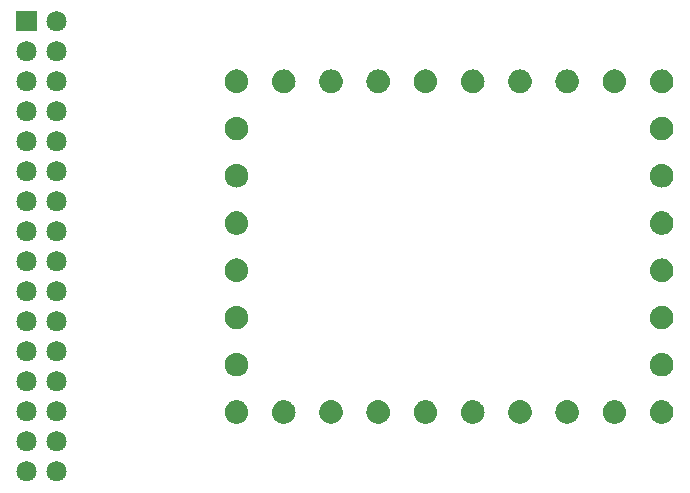
<source format=gts>
%TF.GenerationSoftware,KiCad,Pcbnew,7.0.6*%
%TF.CreationDate,2023-08-02T14:21:59+01:00*%
%TF.ProjectId,Outline,4f75746c-696e-4652-9e6b-696361645f70,rev?*%
%TF.SameCoordinates,Original*%
%TF.FileFunction,Soldermask,Top*%
%TF.FilePolarity,Negative*%
%FSLAX46Y46*%
G04 Gerber Fmt 4.6, Leading zero omitted, Abs format (unit mm)*
G04 Created by KiCad (PCBNEW 7.0.6) date 2023-08-02 14:21:59*
%MOMM*%
%LPD*%
G01*
G04 APERTURE LIST*
G04 APERTURE END LIST*
G36*
X19727369Y-56304656D02*
G01*
X19773849Y-56304656D01*
X19813981Y-56313186D01*
X19850731Y-56316806D01*
X19896905Y-56330812D01*
X19947664Y-56341602D01*
X19980143Y-56356062D01*
X20010094Y-56365148D01*
X20057683Y-56390585D01*
X20110000Y-56413878D01*
X20134326Y-56431552D01*
X20156965Y-56443653D01*
X20203148Y-56481554D01*
X20253761Y-56518327D01*
X20270192Y-56536575D01*
X20285698Y-56549301D01*
X20327369Y-56600077D01*
X20372664Y-56650383D01*
X20382180Y-56666865D01*
X20391346Y-56678034D01*
X20425252Y-56741467D01*
X20461514Y-56804274D01*
X20465684Y-56817110D01*
X20469851Y-56824905D01*
X20492825Y-56900643D01*
X20516425Y-56973275D01*
X20517255Y-56981177D01*
X20518193Y-56984268D01*
X20527311Y-57076849D01*
X20535000Y-57150000D01*
X20527310Y-57223157D01*
X20518193Y-57315731D01*
X20517255Y-57318820D01*
X20516425Y-57326725D01*
X20492821Y-57399370D01*
X20469851Y-57475094D01*
X20465685Y-57482886D01*
X20461514Y-57495726D01*
X20425245Y-57558544D01*
X20391346Y-57621965D01*
X20382182Y-57633131D01*
X20372664Y-57649617D01*
X20327359Y-57699932D01*
X20285698Y-57750698D01*
X20270195Y-57763420D01*
X20253761Y-57781673D01*
X20203138Y-57818452D01*
X20156965Y-57856346D01*
X20134331Y-57868443D01*
X20110000Y-57886122D01*
X20057672Y-57909419D01*
X20010094Y-57934851D01*
X19980150Y-57943934D01*
X19947664Y-57958398D01*
X19896894Y-57969189D01*
X19850731Y-57983193D01*
X19813990Y-57986811D01*
X19773849Y-57995344D01*
X19727359Y-57995344D01*
X19685000Y-57999516D01*
X19642641Y-57995344D01*
X19596151Y-57995344D01*
X19556010Y-57986811D01*
X19519268Y-57983193D01*
X19473102Y-57969188D01*
X19422336Y-57958398D01*
X19389851Y-57943935D01*
X19359905Y-57934851D01*
X19312321Y-57909416D01*
X19260000Y-57886122D01*
X19235670Y-57868445D01*
X19213034Y-57856346D01*
X19166853Y-57818446D01*
X19116239Y-57781673D01*
X19099807Y-57763423D01*
X19084301Y-57750698D01*
X19042628Y-57699920D01*
X18997336Y-57649617D01*
X18987820Y-57633135D01*
X18978653Y-57621965D01*
X18944741Y-57558521D01*
X18908486Y-57495726D01*
X18904315Y-57482891D01*
X18900148Y-57475094D01*
X18877163Y-57399324D01*
X18853575Y-57326725D01*
X18852744Y-57318825D01*
X18851806Y-57315731D01*
X18842673Y-57223006D01*
X18835000Y-57150000D01*
X18842672Y-57077000D01*
X18851806Y-56984268D01*
X18852744Y-56981172D01*
X18853575Y-56973275D01*
X18877159Y-56900689D01*
X18900148Y-56824905D01*
X18904316Y-56817106D01*
X18908486Y-56804274D01*
X18944734Y-56741491D01*
X18978653Y-56678034D01*
X18987822Y-56666861D01*
X18997336Y-56650383D01*
X19042619Y-56600090D01*
X19084301Y-56549301D01*
X19099810Y-56536572D01*
X19116239Y-56518327D01*
X19166842Y-56481561D01*
X19213034Y-56443653D01*
X19235676Y-56431550D01*
X19260000Y-56413878D01*
X19312310Y-56390588D01*
X19359905Y-56365148D01*
X19389858Y-56356061D01*
X19422336Y-56341602D01*
X19473091Y-56330813D01*
X19519268Y-56316806D01*
X19556019Y-56313186D01*
X19596151Y-56304656D01*
X19642630Y-56304656D01*
X19685000Y-56300483D01*
X19727369Y-56304656D01*
G37*
G36*
X22267369Y-56304656D02*
G01*
X22313849Y-56304656D01*
X22353981Y-56313186D01*
X22390731Y-56316806D01*
X22436905Y-56330812D01*
X22487664Y-56341602D01*
X22520143Y-56356062D01*
X22550094Y-56365148D01*
X22597683Y-56390585D01*
X22650000Y-56413878D01*
X22674326Y-56431552D01*
X22696965Y-56443653D01*
X22743148Y-56481554D01*
X22793761Y-56518327D01*
X22810192Y-56536575D01*
X22825698Y-56549301D01*
X22867369Y-56600077D01*
X22912664Y-56650383D01*
X22922180Y-56666865D01*
X22931346Y-56678034D01*
X22965252Y-56741467D01*
X23001514Y-56804274D01*
X23005684Y-56817110D01*
X23009851Y-56824905D01*
X23032825Y-56900643D01*
X23056425Y-56973275D01*
X23057255Y-56981177D01*
X23058193Y-56984268D01*
X23067311Y-57076849D01*
X23075000Y-57150000D01*
X23067310Y-57223157D01*
X23058193Y-57315731D01*
X23057255Y-57318820D01*
X23056425Y-57326725D01*
X23032821Y-57399370D01*
X23009851Y-57475094D01*
X23005685Y-57482886D01*
X23001514Y-57495726D01*
X22965245Y-57558544D01*
X22931346Y-57621965D01*
X22922182Y-57633131D01*
X22912664Y-57649617D01*
X22867359Y-57699932D01*
X22825698Y-57750698D01*
X22810195Y-57763420D01*
X22793761Y-57781673D01*
X22743138Y-57818452D01*
X22696965Y-57856346D01*
X22674331Y-57868443D01*
X22650000Y-57886122D01*
X22597672Y-57909419D01*
X22550094Y-57934851D01*
X22520150Y-57943934D01*
X22487664Y-57958398D01*
X22436894Y-57969189D01*
X22390731Y-57983193D01*
X22353990Y-57986811D01*
X22313849Y-57995344D01*
X22267359Y-57995344D01*
X22225000Y-57999516D01*
X22182641Y-57995344D01*
X22136151Y-57995344D01*
X22096010Y-57986811D01*
X22059268Y-57983193D01*
X22013102Y-57969188D01*
X21962336Y-57958398D01*
X21929851Y-57943935D01*
X21899905Y-57934851D01*
X21852321Y-57909416D01*
X21800000Y-57886122D01*
X21775670Y-57868445D01*
X21753034Y-57856346D01*
X21706853Y-57818446D01*
X21656239Y-57781673D01*
X21639807Y-57763423D01*
X21624301Y-57750698D01*
X21582628Y-57699920D01*
X21537336Y-57649617D01*
X21527820Y-57633135D01*
X21518653Y-57621965D01*
X21484741Y-57558521D01*
X21448486Y-57495726D01*
X21444315Y-57482891D01*
X21440148Y-57475094D01*
X21417163Y-57399324D01*
X21393575Y-57326725D01*
X21392744Y-57318825D01*
X21391806Y-57315731D01*
X21382673Y-57223006D01*
X21375000Y-57150000D01*
X21382672Y-57077000D01*
X21391806Y-56984268D01*
X21392744Y-56981172D01*
X21393575Y-56973275D01*
X21417159Y-56900689D01*
X21440148Y-56824905D01*
X21444316Y-56817106D01*
X21448486Y-56804274D01*
X21484734Y-56741491D01*
X21518653Y-56678034D01*
X21527822Y-56666861D01*
X21537336Y-56650383D01*
X21582619Y-56600090D01*
X21624301Y-56549301D01*
X21639810Y-56536572D01*
X21656239Y-56518327D01*
X21706842Y-56481561D01*
X21753034Y-56443653D01*
X21775676Y-56431550D01*
X21800000Y-56413878D01*
X21852310Y-56390588D01*
X21899905Y-56365148D01*
X21929858Y-56356061D01*
X21962336Y-56341602D01*
X22013091Y-56330813D01*
X22059268Y-56316806D01*
X22096019Y-56313186D01*
X22136151Y-56304656D01*
X22182630Y-56304656D01*
X22225000Y-56300483D01*
X22267369Y-56304656D01*
G37*
G36*
X19727369Y-53764656D02*
G01*
X19773849Y-53764656D01*
X19813981Y-53773186D01*
X19850731Y-53776806D01*
X19896905Y-53790812D01*
X19947664Y-53801602D01*
X19980143Y-53816062D01*
X20010094Y-53825148D01*
X20057683Y-53850585D01*
X20110000Y-53873878D01*
X20134326Y-53891552D01*
X20156965Y-53903653D01*
X20203148Y-53941554D01*
X20253761Y-53978327D01*
X20270192Y-53996575D01*
X20285698Y-54009301D01*
X20327369Y-54060077D01*
X20372664Y-54110383D01*
X20382180Y-54126865D01*
X20391346Y-54138034D01*
X20425252Y-54201467D01*
X20461514Y-54264274D01*
X20465684Y-54277110D01*
X20469851Y-54284905D01*
X20492825Y-54360643D01*
X20516425Y-54433275D01*
X20517255Y-54441177D01*
X20518193Y-54444268D01*
X20527311Y-54536849D01*
X20535000Y-54610000D01*
X20527310Y-54683157D01*
X20518193Y-54775731D01*
X20517255Y-54778820D01*
X20516425Y-54786725D01*
X20492821Y-54859370D01*
X20469851Y-54935094D01*
X20465685Y-54942886D01*
X20461514Y-54955726D01*
X20425245Y-55018544D01*
X20391346Y-55081965D01*
X20382182Y-55093131D01*
X20372664Y-55109617D01*
X20327359Y-55159932D01*
X20285698Y-55210698D01*
X20270195Y-55223420D01*
X20253761Y-55241673D01*
X20203138Y-55278452D01*
X20156965Y-55316346D01*
X20134331Y-55328443D01*
X20110000Y-55346122D01*
X20057672Y-55369419D01*
X20010094Y-55394851D01*
X19980150Y-55403934D01*
X19947664Y-55418398D01*
X19896894Y-55429189D01*
X19850731Y-55443193D01*
X19813990Y-55446811D01*
X19773849Y-55455344D01*
X19727359Y-55455344D01*
X19685000Y-55459516D01*
X19642641Y-55455344D01*
X19596151Y-55455344D01*
X19556010Y-55446811D01*
X19519268Y-55443193D01*
X19473102Y-55429188D01*
X19422336Y-55418398D01*
X19389851Y-55403935D01*
X19359905Y-55394851D01*
X19312321Y-55369416D01*
X19260000Y-55346122D01*
X19235670Y-55328445D01*
X19213034Y-55316346D01*
X19166853Y-55278446D01*
X19116239Y-55241673D01*
X19099807Y-55223423D01*
X19084301Y-55210698D01*
X19042628Y-55159920D01*
X18997336Y-55109617D01*
X18987820Y-55093135D01*
X18978653Y-55081965D01*
X18944741Y-55018521D01*
X18908486Y-54955726D01*
X18904315Y-54942891D01*
X18900148Y-54935094D01*
X18877163Y-54859324D01*
X18853575Y-54786725D01*
X18852744Y-54778825D01*
X18851806Y-54775731D01*
X18842673Y-54683006D01*
X18835000Y-54610000D01*
X18842672Y-54537000D01*
X18851806Y-54444268D01*
X18852744Y-54441172D01*
X18853575Y-54433275D01*
X18877159Y-54360689D01*
X18900148Y-54284905D01*
X18904316Y-54277106D01*
X18908486Y-54264274D01*
X18944734Y-54201491D01*
X18978653Y-54138034D01*
X18987822Y-54126861D01*
X18997336Y-54110383D01*
X19042619Y-54060090D01*
X19084301Y-54009301D01*
X19099810Y-53996572D01*
X19116239Y-53978327D01*
X19166842Y-53941561D01*
X19213034Y-53903653D01*
X19235676Y-53891550D01*
X19260000Y-53873878D01*
X19312310Y-53850588D01*
X19359905Y-53825148D01*
X19389858Y-53816061D01*
X19422336Y-53801602D01*
X19473091Y-53790813D01*
X19519268Y-53776806D01*
X19556019Y-53773186D01*
X19596151Y-53764656D01*
X19642630Y-53764656D01*
X19685000Y-53760483D01*
X19727369Y-53764656D01*
G37*
G36*
X22267369Y-53764656D02*
G01*
X22313849Y-53764656D01*
X22353981Y-53773186D01*
X22390731Y-53776806D01*
X22436905Y-53790812D01*
X22487664Y-53801602D01*
X22520143Y-53816062D01*
X22550094Y-53825148D01*
X22597683Y-53850585D01*
X22650000Y-53873878D01*
X22674326Y-53891552D01*
X22696965Y-53903653D01*
X22743148Y-53941554D01*
X22793761Y-53978327D01*
X22810192Y-53996575D01*
X22825698Y-54009301D01*
X22867369Y-54060077D01*
X22912664Y-54110383D01*
X22922180Y-54126865D01*
X22931346Y-54138034D01*
X22965252Y-54201467D01*
X23001514Y-54264274D01*
X23005684Y-54277110D01*
X23009851Y-54284905D01*
X23032825Y-54360643D01*
X23056425Y-54433275D01*
X23057255Y-54441177D01*
X23058193Y-54444268D01*
X23067311Y-54536849D01*
X23075000Y-54610000D01*
X23067310Y-54683157D01*
X23058193Y-54775731D01*
X23057255Y-54778820D01*
X23056425Y-54786725D01*
X23032821Y-54859370D01*
X23009851Y-54935094D01*
X23005685Y-54942886D01*
X23001514Y-54955726D01*
X22965245Y-55018544D01*
X22931346Y-55081965D01*
X22922182Y-55093131D01*
X22912664Y-55109617D01*
X22867359Y-55159932D01*
X22825698Y-55210698D01*
X22810195Y-55223420D01*
X22793761Y-55241673D01*
X22743138Y-55278452D01*
X22696965Y-55316346D01*
X22674331Y-55328443D01*
X22650000Y-55346122D01*
X22597672Y-55369419D01*
X22550094Y-55394851D01*
X22520150Y-55403934D01*
X22487664Y-55418398D01*
X22436894Y-55429189D01*
X22390731Y-55443193D01*
X22353990Y-55446811D01*
X22313849Y-55455344D01*
X22267359Y-55455344D01*
X22225000Y-55459516D01*
X22182641Y-55455344D01*
X22136151Y-55455344D01*
X22096010Y-55446811D01*
X22059268Y-55443193D01*
X22013102Y-55429188D01*
X21962336Y-55418398D01*
X21929851Y-55403935D01*
X21899905Y-55394851D01*
X21852321Y-55369416D01*
X21800000Y-55346122D01*
X21775670Y-55328445D01*
X21753034Y-55316346D01*
X21706853Y-55278446D01*
X21656239Y-55241673D01*
X21639807Y-55223423D01*
X21624301Y-55210698D01*
X21582628Y-55159920D01*
X21537336Y-55109617D01*
X21527820Y-55093135D01*
X21518653Y-55081965D01*
X21484741Y-55018521D01*
X21448486Y-54955726D01*
X21444315Y-54942891D01*
X21440148Y-54935094D01*
X21417163Y-54859324D01*
X21393575Y-54786725D01*
X21392744Y-54778825D01*
X21391806Y-54775731D01*
X21382673Y-54683006D01*
X21375000Y-54610000D01*
X21382672Y-54537000D01*
X21391806Y-54444268D01*
X21392744Y-54441172D01*
X21393575Y-54433275D01*
X21417159Y-54360689D01*
X21440148Y-54284905D01*
X21444316Y-54277106D01*
X21448486Y-54264274D01*
X21484734Y-54201491D01*
X21518653Y-54138034D01*
X21527822Y-54126861D01*
X21537336Y-54110383D01*
X21582619Y-54060090D01*
X21624301Y-54009301D01*
X21639810Y-53996572D01*
X21656239Y-53978327D01*
X21706842Y-53941561D01*
X21753034Y-53903653D01*
X21775676Y-53891550D01*
X21800000Y-53873878D01*
X21852310Y-53850588D01*
X21899905Y-53825148D01*
X21929858Y-53816061D01*
X21962336Y-53801602D01*
X22013091Y-53790813D01*
X22059268Y-53776806D01*
X22096019Y-53773186D01*
X22136151Y-53764656D01*
X22182630Y-53764656D01*
X22225000Y-53760483D01*
X22267369Y-53764656D01*
G37*
G36*
X37512638Y-51134692D02*
G01*
X37557230Y-51134692D01*
X37606890Y-51143975D01*
X37660090Y-51149215D01*
X37700508Y-51161475D01*
X37738545Y-51168586D01*
X37791223Y-51188993D01*
X37847683Y-51206120D01*
X37879940Y-51223361D01*
X37910545Y-51235218D01*
X37963722Y-51268144D01*
X38020570Y-51298530D01*
X38044456Y-51318133D01*
X38067377Y-51332325D01*
X38118163Y-51378622D01*
X38172107Y-51422893D01*
X38188091Y-51442370D01*
X38203691Y-51456591D01*
X38248978Y-51516561D01*
X38296470Y-51574430D01*
X38305653Y-51591611D01*
X38314855Y-51603796D01*
X38351462Y-51677313D01*
X38388880Y-51747317D01*
X38392870Y-51760472D01*
X38397071Y-51768908D01*
X38421884Y-51856118D01*
X38445785Y-51934910D01*
X38446570Y-51942882D01*
X38447552Y-51946333D01*
X38457753Y-52056424D01*
X38465000Y-52130000D01*
X38457752Y-52203581D01*
X38447552Y-52313666D01*
X38446570Y-52317116D01*
X38445785Y-52325090D01*
X38421879Y-52403897D01*
X38397071Y-52491091D01*
X38392871Y-52499524D01*
X38388880Y-52512683D01*
X38351455Y-52582700D01*
X38314855Y-52656203D01*
X38305655Y-52668385D01*
X38296470Y-52685570D01*
X38248968Y-52743450D01*
X38203691Y-52803408D01*
X38188094Y-52817625D01*
X38172107Y-52837107D01*
X38118152Y-52881386D01*
X38067377Y-52927674D01*
X38044461Y-52941862D01*
X38020570Y-52961470D01*
X37963710Y-52991861D01*
X37910545Y-53024781D01*
X37879947Y-53036634D01*
X37847683Y-53053880D01*
X37791211Y-53071010D01*
X37738545Y-53091413D01*
X37700515Y-53098522D01*
X37660090Y-53110785D01*
X37606887Y-53116025D01*
X37557230Y-53125308D01*
X37512638Y-53125308D01*
X37465000Y-53130000D01*
X37417362Y-53125308D01*
X37372770Y-53125308D01*
X37323112Y-53116025D01*
X37269910Y-53110785D01*
X37229485Y-53098522D01*
X37191454Y-53091413D01*
X37138783Y-53071008D01*
X37082317Y-53053880D01*
X37050055Y-53036635D01*
X37019454Y-53024781D01*
X36966281Y-52991857D01*
X36909430Y-52961470D01*
X36885541Y-52941865D01*
X36862622Y-52927674D01*
X36811837Y-52881377D01*
X36757893Y-52837107D01*
X36741908Y-52817629D01*
X36726308Y-52803408D01*
X36681018Y-52743435D01*
X36633530Y-52685570D01*
X36624346Y-52668389D01*
X36615144Y-52656203D01*
X36578530Y-52582672D01*
X36541120Y-52512683D01*
X36537130Y-52499530D01*
X36532928Y-52491091D01*
X36508104Y-52403843D01*
X36484215Y-52325090D01*
X36483430Y-52317121D01*
X36482447Y-52313666D01*
X36472230Y-52203410D01*
X36465000Y-52130000D01*
X36472229Y-52056595D01*
X36482447Y-51946333D01*
X36483430Y-51942876D01*
X36484215Y-51934910D01*
X36508099Y-51856171D01*
X36532928Y-51768908D01*
X36537130Y-51760467D01*
X36541120Y-51747317D01*
X36578522Y-51677340D01*
X36615144Y-51603796D01*
X36624348Y-51591606D01*
X36633530Y-51574430D01*
X36681009Y-51516576D01*
X36726308Y-51456591D01*
X36741911Y-51442366D01*
X36757893Y-51422893D01*
X36811826Y-51378631D01*
X36862622Y-51332325D01*
X36885546Y-51318130D01*
X36909430Y-51298530D01*
X36966269Y-51268148D01*
X37019454Y-51235218D01*
X37050062Y-51223360D01*
X37082317Y-51206120D01*
X37138771Y-51188994D01*
X37191454Y-51168586D01*
X37229492Y-51161475D01*
X37269910Y-51149215D01*
X37323109Y-51143975D01*
X37372770Y-51134692D01*
X37417362Y-51134692D01*
X37465000Y-51130000D01*
X37512638Y-51134692D01*
G37*
G36*
X41512638Y-51134692D02*
G01*
X41557230Y-51134692D01*
X41606890Y-51143975D01*
X41660090Y-51149215D01*
X41700508Y-51161475D01*
X41738545Y-51168586D01*
X41791223Y-51188993D01*
X41847683Y-51206120D01*
X41879940Y-51223361D01*
X41910545Y-51235218D01*
X41963722Y-51268144D01*
X42020570Y-51298530D01*
X42044456Y-51318133D01*
X42067377Y-51332325D01*
X42118163Y-51378622D01*
X42172107Y-51422893D01*
X42188091Y-51442370D01*
X42203691Y-51456591D01*
X42248978Y-51516561D01*
X42296470Y-51574430D01*
X42305653Y-51591611D01*
X42314855Y-51603796D01*
X42351462Y-51677313D01*
X42388880Y-51747317D01*
X42392870Y-51760472D01*
X42397071Y-51768908D01*
X42421884Y-51856118D01*
X42445785Y-51934910D01*
X42446570Y-51942882D01*
X42447552Y-51946333D01*
X42457753Y-52056424D01*
X42465000Y-52130000D01*
X42457752Y-52203581D01*
X42447552Y-52313666D01*
X42446570Y-52317116D01*
X42445785Y-52325090D01*
X42421879Y-52403897D01*
X42397071Y-52491091D01*
X42392871Y-52499524D01*
X42388880Y-52512683D01*
X42351455Y-52582700D01*
X42314855Y-52656203D01*
X42305655Y-52668385D01*
X42296470Y-52685570D01*
X42248968Y-52743450D01*
X42203691Y-52803408D01*
X42188094Y-52817625D01*
X42172107Y-52837107D01*
X42118152Y-52881386D01*
X42067377Y-52927674D01*
X42044461Y-52941862D01*
X42020570Y-52961470D01*
X41963710Y-52991861D01*
X41910545Y-53024781D01*
X41879947Y-53036634D01*
X41847683Y-53053880D01*
X41791211Y-53071010D01*
X41738545Y-53091413D01*
X41700515Y-53098522D01*
X41660090Y-53110785D01*
X41606887Y-53116025D01*
X41557230Y-53125308D01*
X41512638Y-53125308D01*
X41465000Y-53130000D01*
X41417362Y-53125308D01*
X41372770Y-53125308D01*
X41323112Y-53116025D01*
X41269910Y-53110785D01*
X41229485Y-53098522D01*
X41191454Y-53091413D01*
X41138783Y-53071008D01*
X41082317Y-53053880D01*
X41050055Y-53036635D01*
X41019454Y-53024781D01*
X40966281Y-52991857D01*
X40909430Y-52961470D01*
X40885541Y-52941865D01*
X40862622Y-52927674D01*
X40811837Y-52881377D01*
X40757893Y-52837107D01*
X40741908Y-52817629D01*
X40726308Y-52803408D01*
X40681018Y-52743435D01*
X40633530Y-52685570D01*
X40624346Y-52668389D01*
X40615144Y-52656203D01*
X40578530Y-52582672D01*
X40541120Y-52512683D01*
X40537130Y-52499530D01*
X40532928Y-52491091D01*
X40508104Y-52403843D01*
X40484215Y-52325090D01*
X40483430Y-52317121D01*
X40482447Y-52313666D01*
X40472230Y-52203410D01*
X40465000Y-52130000D01*
X40472229Y-52056595D01*
X40482447Y-51946333D01*
X40483430Y-51942876D01*
X40484215Y-51934910D01*
X40508099Y-51856171D01*
X40532928Y-51768908D01*
X40537130Y-51760467D01*
X40541120Y-51747317D01*
X40578522Y-51677340D01*
X40615144Y-51603796D01*
X40624348Y-51591606D01*
X40633530Y-51574430D01*
X40681009Y-51516576D01*
X40726308Y-51456591D01*
X40741911Y-51442366D01*
X40757893Y-51422893D01*
X40811826Y-51378631D01*
X40862622Y-51332325D01*
X40885546Y-51318130D01*
X40909430Y-51298530D01*
X40966269Y-51268148D01*
X41019454Y-51235218D01*
X41050062Y-51223360D01*
X41082317Y-51206120D01*
X41138771Y-51188994D01*
X41191454Y-51168586D01*
X41229492Y-51161475D01*
X41269910Y-51149215D01*
X41323109Y-51143975D01*
X41372770Y-51134692D01*
X41417362Y-51134692D01*
X41465000Y-51130000D01*
X41512638Y-51134692D01*
G37*
G36*
X45512638Y-51134692D02*
G01*
X45557230Y-51134692D01*
X45606890Y-51143975D01*
X45660090Y-51149215D01*
X45700508Y-51161475D01*
X45738545Y-51168586D01*
X45791223Y-51188993D01*
X45847683Y-51206120D01*
X45879940Y-51223361D01*
X45910545Y-51235218D01*
X45963722Y-51268144D01*
X46020570Y-51298530D01*
X46044456Y-51318133D01*
X46067377Y-51332325D01*
X46118163Y-51378622D01*
X46172107Y-51422893D01*
X46188091Y-51442370D01*
X46203691Y-51456591D01*
X46248978Y-51516561D01*
X46296470Y-51574430D01*
X46305653Y-51591611D01*
X46314855Y-51603796D01*
X46351462Y-51677313D01*
X46388880Y-51747317D01*
X46392870Y-51760472D01*
X46397071Y-51768908D01*
X46421884Y-51856118D01*
X46445785Y-51934910D01*
X46446570Y-51942882D01*
X46447552Y-51946333D01*
X46457753Y-52056424D01*
X46465000Y-52130000D01*
X46457752Y-52203581D01*
X46447552Y-52313666D01*
X46446570Y-52317116D01*
X46445785Y-52325090D01*
X46421879Y-52403897D01*
X46397071Y-52491091D01*
X46392871Y-52499524D01*
X46388880Y-52512683D01*
X46351455Y-52582700D01*
X46314855Y-52656203D01*
X46305655Y-52668385D01*
X46296470Y-52685570D01*
X46248968Y-52743450D01*
X46203691Y-52803408D01*
X46188094Y-52817625D01*
X46172107Y-52837107D01*
X46118152Y-52881386D01*
X46067377Y-52927674D01*
X46044461Y-52941862D01*
X46020570Y-52961470D01*
X45963710Y-52991861D01*
X45910545Y-53024781D01*
X45879947Y-53036634D01*
X45847683Y-53053880D01*
X45791211Y-53071010D01*
X45738545Y-53091413D01*
X45700515Y-53098522D01*
X45660090Y-53110785D01*
X45606887Y-53116025D01*
X45557230Y-53125308D01*
X45512638Y-53125308D01*
X45465000Y-53130000D01*
X45417362Y-53125308D01*
X45372770Y-53125308D01*
X45323112Y-53116025D01*
X45269910Y-53110785D01*
X45229485Y-53098522D01*
X45191454Y-53091413D01*
X45138783Y-53071008D01*
X45082317Y-53053880D01*
X45050055Y-53036635D01*
X45019454Y-53024781D01*
X44966281Y-52991857D01*
X44909430Y-52961470D01*
X44885541Y-52941865D01*
X44862622Y-52927674D01*
X44811837Y-52881377D01*
X44757893Y-52837107D01*
X44741908Y-52817629D01*
X44726308Y-52803408D01*
X44681018Y-52743435D01*
X44633530Y-52685570D01*
X44624346Y-52668389D01*
X44615144Y-52656203D01*
X44578530Y-52582672D01*
X44541120Y-52512683D01*
X44537130Y-52499530D01*
X44532928Y-52491091D01*
X44508104Y-52403843D01*
X44484215Y-52325090D01*
X44483430Y-52317121D01*
X44482447Y-52313666D01*
X44472230Y-52203410D01*
X44465000Y-52130000D01*
X44472229Y-52056595D01*
X44482447Y-51946333D01*
X44483430Y-51942876D01*
X44484215Y-51934910D01*
X44508099Y-51856171D01*
X44532928Y-51768908D01*
X44537130Y-51760467D01*
X44541120Y-51747317D01*
X44578522Y-51677340D01*
X44615144Y-51603796D01*
X44624348Y-51591606D01*
X44633530Y-51574430D01*
X44681009Y-51516576D01*
X44726308Y-51456591D01*
X44741911Y-51442366D01*
X44757893Y-51422893D01*
X44811826Y-51378631D01*
X44862622Y-51332325D01*
X44885546Y-51318130D01*
X44909430Y-51298530D01*
X44966269Y-51268148D01*
X45019454Y-51235218D01*
X45050062Y-51223360D01*
X45082317Y-51206120D01*
X45138771Y-51188994D01*
X45191454Y-51168586D01*
X45229492Y-51161475D01*
X45269910Y-51149215D01*
X45323109Y-51143975D01*
X45372770Y-51134692D01*
X45417362Y-51134692D01*
X45465000Y-51130000D01*
X45512638Y-51134692D01*
G37*
G36*
X49512638Y-51134692D02*
G01*
X49557230Y-51134692D01*
X49606890Y-51143975D01*
X49660090Y-51149215D01*
X49700508Y-51161475D01*
X49738545Y-51168586D01*
X49791223Y-51188993D01*
X49847683Y-51206120D01*
X49879940Y-51223361D01*
X49910545Y-51235218D01*
X49963722Y-51268144D01*
X50020570Y-51298530D01*
X50044456Y-51318133D01*
X50067377Y-51332325D01*
X50118163Y-51378622D01*
X50172107Y-51422893D01*
X50188091Y-51442370D01*
X50203691Y-51456591D01*
X50248978Y-51516561D01*
X50296470Y-51574430D01*
X50305653Y-51591611D01*
X50314855Y-51603796D01*
X50351462Y-51677313D01*
X50388880Y-51747317D01*
X50392870Y-51760472D01*
X50397071Y-51768908D01*
X50421884Y-51856118D01*
X50445785Y-51934910D01*
X50446570Y-51942882D01*
X50447552Y-51946333D01*
X50457753Y-52056424D01*
X50465000Y-52130000D01*
X50457752Y-52203581D01*
X50447552Y-52313666D01*
X50446570Y-52317116D01*
X50445785Y-52325090D01*
X50421879Y-52403897D01*
X50397071Y-52491091D01*
X50392871Y-52499524D01*
X50388880Y-52512683D01*
X50351455Y-52582700D01*
X50314855Y-52656203D01*
X50305655Y-52668385D01*
X50296470Y-52685570D01*
X50248968Y-52743450D01*
X50203691Y-52803408D01*
X50188094Y-52817625D01*
X50172107Y-52837107D01*
X50118152Y-52881386D01*
X50067377Y-52927674D01*
X50044461Y-52941862D01*
X50020570Y-52961470D01*
X49963710Y-52991861D01*
X49910545Y-53024781D01*
X49879947Y-53036634D01*
X49847683Y-53053880D01*
X49791211Y-53071010D01*
X49738545Y-53091413D01*
X49700515Y-53098522D01*
X49660090Y-53110785D01*
X49606887Y-53116025D01*
X49557230Y-53125308D01*
X49512638Y-53125308D01*
X49465000Y-53130000D01*
X49417362Y-53125308D01*
X49372770Y-53125308D01*
X49323112Y-53116025D01*
X49269910Y-53110785D01*
X49229485Y-53098522D01*
X49191454Y-53091413D01*
X49138783Y-53071008D01*
X49082317Y-53053880D01*
X49050055Y-53036635D01*
X49019454Y-53024781D01*
X48966281Y-52991857D01*
X48909430Y-52961470D01*
X48885541Y-52941865D01*
X48862622Y-52927674D01*
X48811837Y-52881377D01*
X48757893Y-52837107D01*
X48741908Y-52817629D01*
X48726308Y-52803408D01*
X48681018Y-52743435D01*
X48633530Y-52685570D01*
X48624346Y-52668389D01*
X48615144Y-52656203D01*
X48578530Y-52582672D01*
X48541120Y-52512683D01*
X48537130Y-52499530D01*
X48532928Y-52491091D01*
X48508104Y-52403843D01*
X48484215Y-52325090D01*
X48483430Y-52317121D01*
X48482447Y-52313666D01*
X48472230Y-52203410D01*
X48465000Y-52130000D01*
X48472229Y-52056595D01*
X48482447Y-51946333D01*
X48483430Y-51942876D01*
X48484215Y-51934910D01*
X48508099Y-51856171D01*
X48532928Y-51768908D01*
X48537130Y-51760467D01*
X48541120Y-51747317D01*
X48578522Y-51677340D01*
X48615144Y-51603796D01*
X48624348Y-51591606D01*
X48633530Y-51574430D01*
X48681009Y-51516576D01*
X48726308Y-51456591D01*
X48741911Y-51442366D01*
X48757893Y-51422893D01*
X48811826Y-51378631D01*
X48862622Y-51332325D01*
X48885546Y-51318130D01*
X48909430Y-51298530D01*
X48966269Y-51268148D01*
X49019454Y-51235218D01*
X49050062Y-51223360D01*
X49082317Y-51206120D01*
X49138771Y-51188994D01*
X49191454Y-51168586D01*
X49229492Y-51161475D01*
X49269910Y-51149215D01*
X49323109Y-51143975D01*
X49372770Y-51134692D01*
X49417362Y-51134692D01*
X49465000Y-51130000D01*
X49512638Y-51134692D01*
G37*
G36*
X53512638Y-51134692D02*
G01*
X53557230Y-51134692D01*
X53606890Y-51143975D01*
X53660090Y-51149215D01*
X53700508Y-51161475D01*
X53738545Y-51168586D01*
X53791223Y-51188993D01*
X53847683Y-51206120D01*
X53879940Y-51223361D01*
X53910545Y-51235218D01*
X53963722Y-51268144D01*
X54020570Y-51298530D01*
X54044456Y-51318133D01*
X54067377Y-51332325D01*
X54118163Y-51378622D01*
X54172107Y-51422893D01*
X54188091Y-51442370D01*
X54203691Y-51456591D01*
X54248978Y-51516561D01*
X54296470Y-51574430D01*
X54305653Y-51591611D01*
X54314855Y-51603796D01*
X54351462Y-51677313D01*
X54388880Y-51747317D01*
X54392870Y-51760472D01*
X54397071Y-51768908D01*
X54421884Y-51856118D01*
X54445785Y-51934910D01*
X54446570Y-51942882D01*
X54447552Y-51946333D01*
X54457753Y-52056424D01*
X54465000Y-52130000D01*
X54457752Y-52203581D01*
X54447552Y-52313666D01*
X54446570Y-52317116D01*
X54445785Y-52325090D01*
X54421879Y-52403897D01*
X54397071Y-52491091D01*
X54392871Y-52499524D01*
X54388880Y-52512683D01*
X54351455Y-52582700D01*
X54314855Y-52656203D01*
X54305655Y-52668385D01*
X54296470Y-52685570D01*
X54248968Y-52743450D01*
X54203691Y-52803408D01*
X54188094Y-52817625D01*
X54172107Y-52837107D01*
X54118152Y-52881386D01*
X54067377Y-52927674D01*
X54044461Y-52941862D01*
X54020570Y-52961470D01*
X53963710Y-52991861D01*
X53910545Y-53024781D01*
X53879947Y-53036634D01*
X53847683Y-53053880D01*
X53791211Y-53071010D01*
X53738545Y-53091413D01*
X53700515Y-53098522D01*
X53660090Y-53110785D01*
X53606887Y-53116025D01*
X53557230Y-53125308D01*
X53512638Y-53125308D01*
X53465000Y-53130000D01*
X53417362Y-53125308D01*
X53372770Y-53125308D01*
X53323112Y-53116025D01*
X53269910Y-53110785D01*
X53229485Y-53098522D01*
X53191454Y-53091413D01*
X53138783Y-53071008D01*
X53082317Y-53053880D01*
X53050055Y-53036635D01*
X53019454Y-53024781D01*
X52966281Y-52991857D01*
X52909430Y-52961470D01*
X52885541Y-52941865D01*
X52862622Y-52927674D01*
X52811837Y-52881377D01*
X52757893Y-52837107D01*
X52741908Y-52817629D01*
X52726308Y-52803408D01*
X52681018Y-52743435D01*
X52633530Y-52685570D01*
X52624346Y-52668389D01*
X52615144Y-52656203D01*
X52578530Y-52582672D01*
X52541120Y-52512683D01*
X52537130Y-52499530D01*
X52532928Y-52491091D01*
X52508104Y-52403843D01*
X52484215Y-52325090D01*
X52483430Y-52317121D01*
X52482447Y-52313666D01*
X52472230Y-52203410D01*
X52465000Y-52130000D01*
X52472229Y-52056595D01*
X52482447Y-51946333D01*
X52483430Y-51942876D01*
X52484215Y-51934910D01*
X52508099Y-51856171D01*
X52532928Y-51768908D01*
X52537130Y-51760467D01*
X52541120Y-51747317D01*
X52578522Y-51677340D01*
X52615144Y-51603796D01*
X52624348Y-51591606D01*
X52633530Y-51574430D01*
X52681009Y-51516576D01*
X52726308Y-51456591D01*
X52741911Y-51442366D01*
X52757893Y-51422893D01*
X52811826Y-51378631D01*
X52862622Y-51332325D01*
X52885546Y-51318130D01*
X52909430Y-51298530D01*
X52966269Y-51268148D01*
X53019454Y-51235218D01*
X53050062Y-51223360D01*
X53082317Y-51206120D01*
X53138771Y-51188994D01*
X53191454Y-51168586D01*
X53229492Y-51161475D01*
X53269910Y-51149215D01*
X53323109Y-51143975D01*
X53372770Y-51134692D01*
X53417362Y-51134692D01*
X53465000Y-51130000D01*
X53512638Y-51134692D01*
G37*
G36*
X57512638Y-51134692D02*
G01*
X57557230Y-51134692D01*
X57606890Y-51143975D01*
X57660090Y-51149215D01*
X57700508Y-51161475D01*
X57738545Y-51168586D01*
X57791223Y-51188993D01*
X57847683Y-51206120D01*
X57879940Y-51223361D01*
X57910545Y-51235218D01*
X57963722Y-51268144D01*
X58020570Y-51298530D01*
X58044456Y-51318133D01*
X58067377Y-51332325D01*
X58118163Y-51378622D01*
X58172107Y-51422893D01*
X58188091Y-51442370D01*
X58203691Y-51456591D01*
X58248978Y-51516561D01*
X58296470Y-51574430D01*
X58305653Y-51591611D01*
X58314855Y-51603796D01*
X58351462Y-51677313D01*
X58388880Y-51747317D01*
X58392870Y-51760472D01*
X58397071Y-51768908D01*
X58421884Y-51856118D01*
X58445785Y-51934910D01*
X58446570Y-51942882D01*
X58447552Y-51946333D01*
X58457753Y-52056424D01*
X58465000Y-52130000D01*
X58457752Y-52203581D01*
X58447552Y-52313666D01*
X58446570Y-52317116D01*
X58445785Y-52325090D01*
X58421879Y-52403897D01*
X58397071Y-52491091D01*
X58392871Y-52499524D01*
X58388880Y-52512683D01*
X58351455Y-52582700D01*
X58314855Y-52656203D01*
X58305655Y-52668385D01*
X58296470Y-52685570D01*
X58248968Y-52743450D01*
X58203691Y-52803408D01*
X58188094Y-52817625D01*
X58172107Y-52837107D01*
X58118152Y-52881386D01*
X58067377Y-52927674D01*
X58044461Y-52941862D01*
X58020570Y-52961470D01*
X57963710Y-52991861D01*
X57910545Y-53024781D01*
X57879947Y-53036634D01*
X57847683Y-53053880D01*
X57791211Y-53071010D01*
X57738545Y-53091413D01*
X57700515Y-53098522D01*
X57660090Y-53110785D01*
X57606887Y-53116025D01*
X57557230Y-53125308D01*
X57512638Y-53125308D01*
X57465000Y-53130000D01*
X57417362Y-53125308D01*
X57372770Y-53125308D01*
X57323112Y-53116025D01*
X57269910Y-53110785D01*
X57229485Y-53098522D01*
X57191454Y-53091413D01*
X57138783Y-53071008D01*
X57082317Y-53053880D01*
X57050055Y-53036635D01*
X57019454Y-53024781D01*
X56966281Y-52991857D01*
X56909430Y-52961470D01*
X56885541Y-52941865D01*
X56862622Y-52927674D01*
X56811837Y-52881377D01*
X56757893Y-52837107D01*
X56741908Y-52817629D01*
X56726308Y-52803408D01*
X56681018Y-52743435D01*
X56633530Y-52685570D01*
X56624346Y-52668389D01*
X56615144Y-52656203D01*
X56578530Y-52582672D01*
X56541120Y-52512683D01*
X56537130Y-52499530D01*
X56532928Y-52491091D01*
X56508104Y-52403843D01*
X56484215Y-52325090D01*
X56483430Y-52317121D01*
X56482447Y-52313666D01*
X56472230Y-52203410D01*
X56465000Y-52130000D01*
X56472229Y-52056595D01*
X56482447Y-51946333D01*
X56483430Y-51942876D01*
X56484215Y-51934910D01*
X56508099Y-51856171D01*
X56532928Y-51768908D01*
X56537130Y-51760467D01*
X56541120Y-51747317D01*
X56578522Y-51677340D01*
X56615144Y-51603796D01*
X56624348Y-51591606D01*
X56633530Y-51574430D01*
X56681009Y-51516576D01*
X56726308Y-51456591D01*
X56741911Y-51442366D01*
X56757893Y-51422893D01*
X56811826Y-51378631D01*
X56862622Y-51332325D01*
X56885546Y-51318130D01*
X56909430Y-51298530D01*
X56966269Y-51268148D01*
X57019454Y-51235218D01*
X57050062Y-51223360D01*
X57082317Y-51206120D01*
X57138771Y-51188994D01*
X57191454Y-51168586D01*
X57229492Y-51161475D01*
X57269910Y-51149215D01*
X57323109Y-51143975D01*
X57372770Y-51134692D01*
X57417362Y-51134692D01*
X57465000Y-51130000D01*
X57512638Y-51134692D01*
G37*
G36*
X61512638Y-51134692D02*
G01*
X61557230Y-51134692D01*
X61606890Y-51143975D01*
X61660090Y-51149215D01*
X61700508Y-51161475D01*
X61738545Y-51168586D01*
X61791223Y-51188993D01*
X61847683Y-51206120D01*
X61879940Y-51223361D01*
X61910545Y-51235218D01*
X61963722Y-51268144D01*
X62020570Y-51298530D01*
X62044456Y-51318133D01*
X62067377Y-51332325D01*
X62118163Y-51378622D01*
X62172107Y-51422893D01*
X62188091Y-51442370D01*
X62203691Y-51456591D01*
X62248978Y-51516561D01*
X62296470Y-51574430D01*
X62305653Y-51591611D01*
X62314855Y-51603796D01*
X62351462Y-51677313D01*
X62388880Y-51747317D01*
X62392870Y-51760472D01*
X62397071Y-51768908D01*
X62421884Y-51856118D01*
X62445785Y-51934910D01*
X62446570Y-51942882D01*
X62447552Y-51946333D01*
X62457753Y-52056424D01*
X62465000Y-52130000D01*
X62457752Y-52203581D01*
X62447552Y-52313666D01*
X62446570Y-52317116D01*
X62445785Y-52325090D01*
X62421879Y-52403897D01*
X62397071Y-52491091D01*
X62392871Y-52499524D01*
X62388880Y-52512683D01*
X62351455Y-52582700D01*
X62314855Y-52656203D01*
X62305655Y-52668385D01*
X62296470Y-52685570D01*
X62248968Y-52743450D01*
X62203691Y-52803408D01*
X62188094Y-52817625D01*
X62172107Y-52837107D01*
X62118152Y-52881386D01*
X62067377Y-52927674D01*
X62044461Y-52941862D01*
X62020570Y-52961470D01*
X61963710Y-52991861D01*
X61910545Y-53024781D01*
X61879947Y-53036634D01*
X61847683Y-53053880D01*
X61791211Y-53071010D01*
X61738545Y-53091413D01*
X61700515Y-53098522D01*
X61660090Y-53110785D01*
X61606887Y-53116025D01*
X61557230Y-53125308D01*
X61512638Y-53125308D01*
X61465000Y-53130000D01*
X61417362Y-53125308D01*
X61372770Y-53125308D01*
X61323112Y-53116025D01*
X61269910Y-53110785D01*
X61229485Y-53098522D01*
X61191454Y-53091413D01*
X61138783Y-53071008D01*
X61082317Y-53053880D01*
X61050055Y-53036635D01*
X61019454Y-53024781D01*
X60966281Y-52991857D01*
X60909430Y-52961470D01*
X60885541Y-52941865D01*
X60862622Y-52927674D01*
X60811837Y-52881377D01*
X60757893Y-52837107D01*
X60741908Y-52817629D01*
X60726308Y-52803408D01*
X60681018Y-52743435D01*
X60633530Y-52685570D01*
X60624346Y-52668389D01*
X60615144Y-52656203D01*
X60578530Y-52582672D01*
X60541120Y-52512683D01*
X60537130Y-52499530D01*
X60532928Y-52491091D01*
X60508104Y-52403843D01*
X60484215Y-52325090D01*
X60483430Y-52317121D01*
X60482447Y-52313666D01*
X60472230Y-52203410D01*
X60465000Y-52130000D01*
X60472229Y-52056595D01*
X60482447Y-51946333D01*
X60483430Y-51942876D01*
X60484215Y-51934910D01*
X60508099Y-51856171D01*
X60532928Y-51768908D01*
X60537130Y-51760467D01*
X60541120Y-51747317D01*
X60578522Y-51677340D01*
X60615144Y-51603796D01*
X60624348Y-51591606D01*
X60633530Y-51574430D01*
X60681009Y-51516576D01*
X60726308Y-51456591D01*
X60741911Y-51442366D01*
X60757893Y-51422893D01*
X60811826Y-51378631D01*
X60862622Y-51332325D01*
X60885546Y-51318130D01*
X60909430Y-51298530D01*
X60966269Y-51268148D01*
X61019454Y-51235218D01*
X61050062Y-51223360D01*
X61082317Y-51206120D01*
X61138771Y-51188994D01*
X61191454Y-51168586D01*
X61229492Y-51161475D01*
X61269910Y-51149215D01*
X61323109Y-51143975D01*
X61372770Y-51134692D01*
X61417362Y-51134692D01*
X61465000Y-51130000D01*
X61512638Y-51134692D01*
G37*
G36*
X65512638Y-51134692D02*
G01*
X65557230Y-51134692D01*
X65606890Y-51143975D01*
X65660090Y-51149215D01*
X65700508Y-51161475D01*
X65738545Y-51168586D01*
X65791223Y-51188993D01*
X65847683Y-51206120D01*
X65879940Y-51223361D01*
X65910545Y-51235218D01*
X65963722Y-51268144D01*
X66020570Y-51298530D01*
X66044456Y-51318133D01*
X66067377Y-51332325D01*
X66118163Y-51378622D01*
X66172107Y-51422893D01*
X66188091Y-51442370D01*
X66203691Y-51456591D01*
X66248978Y-51516561D01*
X66296470Y-51574430D01*
X66305653Y-51591611D01*
X66314855Y-51603796D01*
X66351462Y-51677313D01*
X66388880Y-51747317D01*
X66392870Y-51760472D01*
X66397071Y-51768908D01*
X66421884Y-51856118D01*
X66445785Y-51934910D01*
X66446570Y-51942882D01*
X66447552Y-51946333D01*
X66457753Y-52056424D01*
X66465000Y-52130000D01*
X66457752Y-52203581D01*
X66447552Y-52313666D01*
X66446570Y-52317116D01*
X66445785Y-52325090D01*
X66421879Y-52403897D01*
X66397071Y-52491091D01*
X66392871Y-52499524D01*
X66388880Y-52512683D01*
X66351455Y-52582700D01*
X66314855Y-52656203D01*
X66305655Y-52668385D01*
X66296470Y-52685570D01*
X66248968Y-52743450D01*
X66203691Y-52803408D01*
X66188094Y-52817625D01*
X66172107Y-52837107D01*
X66118152Y-52881386D01*
X66067377Y-52927674D01*
X66044461Y-52941862D01*
X66020570Y-52961470D01*
X65963710Y-52991861D01*
X65910545Y-53024781D01*
X65879947Y-53036634D01*
X65847683Y-53053880D01*
X65791211Y-53071010D01*
X65738545Y-53091413D01*
X65700515Y-53098522D01*
X65660090Y-53110785D01*
X65606887Y-53116025D01*
X65557230Y-53125308D01*
X65512638Y-53125308D01*
X65465000Y-53130000D01*
X65417362Y-53125308D01*
X65372770Y-53125308D01*
X65323112Y-53116025D01*
X65269910Y-53110785D01*
X65229485Y-53098522D01*
X65191454Y-53091413D01*
X65138783Y-53071008D01*
X65082317Y-53053880D01*
X65050055Y-53036635D01*
X65019454Y-53024781D01*
X64966281Y-52991857D01*
X64909430Y-52961470D01*
X64885541Y-52941865D01*
X64862622Y-52927674D01*
X64811837Y-52881377D01*
X64757893Y-52837107D01*
X64741908Y-52817629D01*
X64726308Y-52803408D01*
X64681018Y-52743435D01*
X64633530Y-52685570D01*
X64624346Y-52668389D01*
X64615144Y-52656203D01*
X64578530Y-52582672D01*
X64541120Y-52512683D01*
X64537130Y-52499530D01*
X64532928Y-52491091D01*
X64508104Y-52403843D01*
X64484215Y-52325090D01*
X64483430Y-52317121D01*
X64482447Y-52313666D01*
X64472231Y-52203419D01*
X64465000Y-52130000D01*
X64472228Y-52056605D01*
X64482447Y-51946333D01*
X64483430Y-51942876D01*
X64484215Y-51934910D01*
X64508099Y-51856171D01*
X64532928Y-51768908D01*
X64537130Y-51760467D01*
X64541120Y-51747317D01*
X64578522Y-51677340D01*
X64615144Y-51603796D01*
X64624348Y-51591606D01*
X64633530Y-51574430D01*
X64681009Y-51516576D01*
X64726308Y-51456591D01*
X64741911Y-51442366D01*
X64757893Y-51422893D01*
X64811826Y-51378631D01*
X64862622Y-51332325D01*
X64885546Y-51318130D01*
X64909430Y-51298530D01*
X64966269Y-51268148D01*
X65019454Y-51235218D01*
X65050062Y-51223360D01*
X65082317Y-51206120D01*
X65138771Y-51188994D01*
X65191454Y-51168586D01*
X65229492Y-51161475D01*
X65269910Y-51149215D01*
X65323109Y-51143975D01*
X65372770Y-51134692D01*
X65417362Y-51134692D01*
X65465000Y-51130000D01*
X65512638Y-51134692D01*
G37*
G36*
X69512638Y-51134692D02*
G01*
X69557230Y-51134692D01*
X69606890Y-51143975D01*
X69660090Y-51149215D01*
X69700508Y-51161475D01*
X69738545Y-51168586D01*
X69791223Y-51188993D01*
X69847683Y-51206120D01*
X69879940Y-51223361D01*
X69910545Y-51235218D01*
X69963722Y-51268144D01*
X70020570Y-51298530D01*
X70044456Y-51318133D01*
X70067377Y-51332325D01*
X70118163Y-51378622D01*
X70172107Y-51422893D01*
X70188091Y-51442370D01*
X70203691Y-51456591D01*
X70248978Y-51516561D01*
X70296470Y-51574430D01*
X70305653Y-51591611D01*
X70314855Y-51603796D01*
X70351462Y-51677313D01*
X70388880Y-51747317D01*
X70392870Y-51760472D01*
X70397071Y-51768908D01*
X70421884Y-51856118D01*
X70445785Y-51934910D01*
X70446570Y-51942882D01*
X70447552Y-51946333D01*
X70457753Y-52056424D01*
X70465000Y-52130000D01*
X70457752Y-52203581D01*
X70447552Y-52313666D01*
X70446570Y-52317116D01*
X70445785Y-52325090D01*
X70421879Y-52403897D01*
X70397071Y-52491091D01*
X70392871Y-52499524D01*
X70388880Y-52512683D01*
X70351455Y-52582700D01*
X70314855Y-52656203D01*
X70305655Y-52668385D01*
X70296470Y-52685570D01*
X70248968Y-52743450D01*
X70203691Y-52803408D01*
X70188094Y-52817625D01*
X70172107Y-52837107D01*
X70118152Y-52881386D01*
X70067377Y-52927674D01*
X70044461Y-52941862D01*
X70020570Y-52961470D01*
X69963710Y-52991861D01*
X69910545Y-53024781D01*
X69879947Y-53036634D01*
X69847683Y-53053880D01*
X69791211Y-53071010D01*
X69738545Y-53091413D01*
X69700515Y-53098522D01*
X69660090Y-53110785D01*
X69606887Y-53116025D01*
X69557230Y-53125308D01*
X69512638Y-53125308D01*
X69465000Y-53130000D01*
X69417362Y-53125308D01*
X69372770Y-53125308D01*
X69323112Y-53116025D01*
X69269910Y-53110785D01*
X69229485Y-53098522D01*
X69191454Y-53091413D01*
X69138783Y-53071008D01*
X69082317Y-53053880D01*
X69050055Y-53036635D01*
X69019454Y-53024781D01*
X68966281Y-52991857D01*
X68909430Y-52961470D01*
X68885541Y-52941865D01*
X68862622Y-52927674D01*
X68811837Y-52881377D01*
X68757893Y-52837107D01*
X68741908Y-52817629D01*
X68726308Y-52803408D01*
X68681018Y-52743435D01*
X68633530Y-52685570D01*
X68624346Y-52668389D01*
X68615144Y-52656203D01*
X68578530Y-52582672D01*
X68541120Y-52512683D01*
X68537130Y-52499530D01*
X68532928Y-52491091D01*
X68508104Y-52403843D01*
X68484215Y-52325090D01*
X68483430Y-52317121D01*
X68482447Y-52313666D01*
X68472231Y-52203419D01*
X68465000Y-52130000D01*
X68472228Y-52056605D01*
X68482447Y-51946333D01*
X68483430Y-51942876D01*
X68484215Y-51934910D01*
X68508099Y-51856171D01*
X68532928Y-51768908D01*
X68537130Y-51760467D01*
X68541120Y-51747317D01*
X68578522Y-51677340D01*
X68615144Y-51603796D01*
X68624348Y-51591606D01*
X68633530Y-51574430D01*
X68681009Y-51516576D01*
X68726308Y-51456591D01*
X68741911Y-51442366D01*
X68757893Y-51422893D01*
X68811826Y-51378631D01*
X68862622Y-51332325D01*
X68885546Y-51318130D01*
X68909430Y-51298530D01*
X68966269Y-51268148D01*
X69019454Y-51235218D01*
X69050062Y-51223360D01*
X69082317Y-51206120D01*
X69138771Y-51188994D01*
X69191454Y-51168586D01*
X69229492Y-51161475D01*
X69269910Y-51149215D01*
X69323109Y-51143975D01*
X69372770Y-51134692D01*
X69417362Y-51134692D01*
X69465000Y-51130000D01*
X69512638Y-51134692D01*
G37*
G36*
X73512638Y-51134692D02*
G01*
X73557230Y-51134692D01*
X73606890Y-51143975D01*
X73660090Y-51149215D01*
X73700508Y-51161475D01*
X73738545Y-51168586D01*
X73791223Y-51188993D01*
X73847683Y-51206120D01*
X73879940Y-51223361D01*
X73910545Y-51235218D01*
X73963722Y-51268144D01*
X74020570Y-51298530D01*
X74044456Y-51318133D01*
X74067377Y-51332325D01*
X74118163Y-51378622D01*
X74172107Y-51422893D01*
X74188091Y-51442370D01*
X74203691Y-51456591D01*
X74248978Y-51516561D01*
X74296470Y-51574430D01*
X74305653Y-51591611D01*
X74314855Y-51603796D01*
X74351462Y-51677313D01*
X74388880Y-51747317D01*
X74392870Y-51760472D01*
X74397071Y-51768908D01*
X74421884Y-51856118D01*
X74445785Y-51934910D01*
X74446570Y-51942882D01*
X74447552Y-51946333D01*
X74457753Y-52056424D01*
X74465000Y-52130000D01*
X74457752Y-52203581D01*
X74447552Y-52313666D01*
X74446570Y-52317116D01*
X74445785Y-52325090D01*
X74421879Y-52403897D01*
X74397071Y-52491091D01*
X74392871Y-52499524D01*
X74388880Y-52512683D01*
X74351455Y-52582700D01*
X74314855Y-52656203D01*
X74305655Y-52668385D01*
X74296470Y-52685570D01*
X74248968Y-52743450D01*
X74203691Y-52803408D01*
X74188094Y-52817625D01*
X74172107Y-52837107D01*
X74118152Y-52881386D01*
X74067377Y-52927674D01*
X74044461Y-52941862D01*
X74020570Y-52961470D01*
X73963710Y-52991861D01*
X73910545Y-53024781D01*
X73879947Y-53036634D01*
X73847683Y-53053880D01*
X73791211Y-53071010D01*
X73738545Y-53091413D01*
X73700515Y-53098522D01*
X73660090Y-53110785D01*
X73606887Y-53116025D01*
X73557230Y-53125308D01*
X73512638Y-53125308D01*
X73465000Y-53130000D01*
X73417362Y-53125308D01*
X73372770Y-53125308D01*
X73323112Y-53116025D01*
X73269910Y-53110785D01*
X73229485Y-53098522D01*
X73191454Y-53091413D01*
X73138783Y-53071008D01*
X73082317Y-53053880D01*
X73050055Y-53036635D01*
X73019454Y-53024781D01*
X72966281Y-52991857D01*
X72909430Y-52961470D01*
X72885541Y-52941865D01*
X72862622Y-52927674D01*
X72811837Y-52881377D01*
X72757893Y-52837107D01*
X72741908Y-52817629D01*
X72726308Y-52803408D01*
X72681018Y-52743435D01*
X72633530Y-52685570D01*
X72624346Y-52668389D01*
X72615144Y-52656203D01*
X72578530Y-52582672D01*
X72541120Y-52512683D01*
X72537130Y-52499530D01*
X72532928Y-52491091D01*
X72508104Y-52403843D01*
X72484215Y-52325090D01*
X72483430Y-52317121D01*
X72482447Y-52313666D01*
X72472231Y-52203419D01*
X72465000Y-52130000D01*
X72472228Y-52056605D01*
X72482447Y-51946333D01*
X72483430Y-51942876D01*
X72484215Y-51934910D01*
X72508099Y-51856171D01*
X72532928Y-51768908D01*
X72537130Y-51760467D01*
X72541120Y-51747317D01*
X72578522Y-51677340D01*
X72615144Y-51603796D01*
X72624348Y-51591606D01*
X72633530Y-51574430D01*
X72681009Y-51516576D01*
X72726308Y-51456591D01*
X72741911Y-51442366D01*
X72757893Y-51422893D01*
X72811826Y-51378631D01*
X72862622Y-51332325D01*
X72885546Y-51318130D01*
X72909430Y-51298530D01*
X72966269Y-51268148D01*
X73019454Y-51235218D01*
X73050062Y-51223360D01*
X73082317Y-51206120D01*
X73138771Y-51188994D01*
X73191454Y-51168586D01*
X73229492Y-51161475D01*
X73269910Y-51149215D01*
X73323109Y-51143975D01*
X73372770Y-51134692D01*
X73417362Y-51134692D01*
X73465000Y-51130000D01*
X73512638Y-51134692D01*
G37*
G36*
X19727369Y-51224656D02*
G01*
X19773849Y-51224656D01*
X19813981Y-51233186D01*
X19850731Y-51236806D01*
X19896905Y-51250812D01*
X19947664Y-51261602D01*
X19980143Y-51276062D01*
X20010094Y-51285148D01*
X20057683Y-51310585D01*
X20110000Y-51333878D01*
X20134326Y-51351552D01*
X20156965Y-51363653D01*
X20203148Y-51401554D01*
X20253761Y-51438327D01*
X20270192Y-51456575D01*
X20285698Y-51469301D01*
X20327369Y-51520077D01*
X20372664Y-51570383D01*
X20382180Y-51586865D01*
X20391346Y-51598034D01*
X20425252Y-51661467D01*
X20461514Y-51724274D01*
X20465684Y-51737110D01*
X20469851Y-51744905D01*
X20492825Y-51820643D01*
X20516425Y-51893275D01*
X20517255Y-51901177D01*
X20518193Y-51904268D01*
X20527311Y-51996849D01*
X20535000Y-52070000D01*
X20527310Y-52143157D01*
X20518193Y-52235731D01*
X20517255Y-52238820D01*
X20516425Y-52246725D01*
X20492821Y-52319370D01*
X20469851Y-52395094D01*
X20465685Y-52402886D01*
X20461514Y-52415726D01*
X20425245Y-52478544D01*
X20391346Y-52541965D01*
X20382182Y-52553131D01*
X20372664Y-52569617D01*
X20327359Y-52619932D01*
X20285698Y-52670698D01*
X20270195Y-52683420D01*
X20253761Y-52701673D01*
X20203138Y-52738452D01*
X20156965Y-52776346D01*
X20134331Y-52788443D01*
X20110000Y-52806122D01*
X20057672Y-52829419D01*
X20010094Y-52854851D01*
X19980150Y-52863934D01*
X19947664Y-52878398D01*
X19896894Y-52889189D01*
X19850731Y-52903193D01*
X19813990Y-52906811D01*
X19773849Y-52915344D01*
X19727359Y-52915344D01*
X19685000Y-52919516D01*
X19642641Y-52915344D01*
X19596151Y-52915344D01*
X19556010Y-52906811D01*
X19519268Y-52903193D01*
X19473102Y-52889188D01*
X19422336Y-52878398D01*
X19389851Y-52863935D01*
X19359905Y-52854851D01*
X19312321Y-52829416D01*
X19260000Y-52806122D01*
X19235670Y-52788445D01*
X19213034Y-52776346D01*
X19166853Y-52738446D01*
X19116239Y-52701673D01*
X19099807Y-52683423D01*
X19084301Y-52670698D01*
X19042628Y-52619920D01*
X18997336Y-52569617D01*
X18987820Y-52553135D01*
X18978653Y-52541965D01*
X18944741Y-52478521D01*
X18908486Y-52415726D01*
X18904315Y-52402891D01*
X18900148Y-52395094D01*
X18877163Y-52319324D01*
X18853575Y-52246725D01*
X18852744Y-52238825D01*
X18851806Y-52235731D01*
X18842673Y-52143006D01*
X18835000Y-52070000D01*
X18842672Y-51997000D01*
X18851806Y-51904268D01*
X18852744Y-51901172D01*
X18853575Y-51893275D01*
X18877159Y-51820689D01*
X18900148Y-51744905D01*
X18904316Y-51737106D01*
X18908486Y-51724274D01*
X18944734Y-51661491D01*
X18978653Y-51598034D01*
X18987822Y-51586861D01*
X18997336Y-51570383D01*
X19042619Y-51520090D01*
X19084301Y-51469301D01*
X19099810Y-51456572D01*
X19116239Y-51438327D01*
X19166842Y-51401561D01*
X19213034Y-51363653D01*
X19235676Y-51351550D01*
X19260000Y-51333878D01*
X19312310Y-51310588D01*
X19359905Y-51285148D01*
X19389858Y-51276061D01*
X19422336Y-51261602D01*
X19473091Y-51250813D01*
X19519268Y-51236806D01*
X19556019Y-51233186D01*
X19596151Y-51224656D01*
X19642630Y-51224656D01*
X19685000Y-51220483D01*
X19727369Y-51224656D01*
G37*
G36*
X22267369Y-51224656D02*
G01*
X22313849Y-51224656D01*
X22353981Y-51233186D01*
X22390731Y-51236806D01*
X22436905Y-51250812D01*
X22487664Y-51261602D01*
X22520143Y-51276062D01*
X22550094Y-51285148D01*
X22597683Y-51310585D01*
X22650000Y-51333878D01*
X22674326Y-51351552D01*
X22696965Y-51363653D01*
X22743148Y-51401554D01*
X22793761Y-51438327D01*
X22810192Y-51456575D01*
X22825698Y-51469301D01*
X22867369Y-51520077D01*
X22912664Y-51570383D01*
X22922180Y-51586865D01*
X22931346Y-51598034D01*
X22965252Y-51661467D01*
X23001514Y-51724274D01*
X23005684Y-51737110D01*
X23009851Y-51744905D01*
X23032825Y-51820643D01*
X23056425Y-51893275D01*
X23057255Y-51901177D01*
X23058193Y-51904268D01*
X23067311Y-51996849D01*
X23075000Y-52070000D01*
X23067310Y-52143157D01*
X23058193Y-52235731D01*
X23057255Y-52238820D01*
X23056425Y-52246725D01*
X23032821Y-52319370D01*
X23009851Y-52395094D01*
X23005685Y-52402886D01*
X23001514Y-52415726D01*
X22965245Y-52478544D01*
X22931346Y-52541965D01*
X22922182Y-52553131D01*
X22912664Y-52569617D01*
X22867359Y-52619932D01*
X22825698Y-52670698D01*
X22810195Y-52683420D01*
X22793761Y-52701673D01*
X22743138Y-52738452D01*
X22696965Y-52776346D01*
X22674331Y-52788443D01*
X22650000Y-52806122D01*
X22597672Y-52829419D01*
X22550094Y-52854851D01*
X22520150Y-52863934D01*
X22487664Y-52878398D01*
X22436894Y-52889189D01*
X22390731Y-52903193D01*
X22353990Y-52906811D01*
X22313849Y-52915344D01*
X22267359Y-52915344D01*
X22225000Y-52919516D01*
X22182641Y-52915344D01*
X22136151Y-52915344D01*
X22096010Y-52906811D01*
X22059268Y-52903193D01*
X22013102Y-52889188D01*
X21962336Y-52878398D01*
X21929851Y-52863935D01*
X21899905Y-52854851D01*
X21852321Y-52829416D01*
X21800000Y-52806122D01*
X21775670Y-52788445D01*
X21753034Y-52776346D01*
X21706853Y-52738446D01*
X21656239Y-52701673D01*
X21639807Y-52683423D01*
X21624301Y-52670698D01*
X21582628Y-52619920D01*
X21537336Y-52569617D01*
X21527820Y-52553135D01*
X21518653Y-52541965D01*
X21484741Y-52478521D01*
X21448486Y-52415726D01*
X21444315Y-52402891D01*
X21440148Y-52395094D01*
X21417163Y-52319324D01*
X21393575Y-52246725D01*
X21392744Y-52238825D01*
X21391806Y-52235731D01*
X21382673Y-52143006D01*
X21375000Y-52070000D01*
X21382672Y-51997000D01*
X21391806Y-51904268D01*
X21392744Y-51901172D01*
X21393575Y-51893275D01*
X21417159Y-51820689D01*
X21440148Y-51744905D01*
X21444316Y-51737106D01*
X21448486Y-51724274D01*
X21484734Y-51661491D01*
X21518653Y-51598034D01*
X21527822Y-51586861D01*
X21537336Y-51570383D01*
X21582619Y-51520090D01*
X21624301Y-51469301D01*
X21639810Y-51456572D01*
X21656239Y-51438327D01*
X21706842Y-51401561D01*
X21753034Y-51363653D01*
X21775676Y-51351550D01*
X21800000Y-51333878D01*
X21852310Y-51310588D01*
X21899905Y-51285148D01*
X21929858Y-51276061D01*
X21962336Y-51261602D01*
X22013091Y-51250813D01*
X22059268Y-51236806D01*
X22096019Y-51233186D01*
X22136151Y-51224656D01*
X22182630Y-51224656D01*
X22225000Y-51220483D01*
X22267369Y-51224656D01*
G37*
G36*
X19727369Y-48684656D02*
G01*
X19773849Y-48684656D01*
X19813981Y-48693186D01*
X19850731Y-48696806D01*
X19896905Y-48710812D01*
X19947664Y-48721602D01*
X19980143Y-48736062D01*
X20010094Y-48745148D01*
X20057683Y-48770585D01*
X20110000Y-48793878D01*
X20134326Y-48811552D01*
X20156965Y-48823653D01*
X20203148Y-48861554D01*
X20253761Y-48898327D01*
X20270192Y-48916575D01*
X20285698Y-48929301D01*
X20327369Y-48980077D01*
X20372664Y-49030383D01*
X20382180Y-49046865D01*
X20391346Y-49058034D01*
X20425252Y-49121467D01*
X20461514Y-49184274D01*
X20465684Y-49197110D01*
X20469851Y-49204905D01*
X20492825Y-49280643D01*
X20516425Y-49353275D01*
X20517255Y-49361177D01*
X20518193Y-49364268D01*
X20527311Y-49456849D01*
X20535000Y-49530000D01*
X20527310Y-49603157D01*
X20518193Y-49695731D01*
X20517255Y-49698820D01*
X20516425Y-49706725D01*
X20492821Y-49779370D01*
X20469851Y-49855094D01*
X20465685Y-49862886D01*
X20461514Y-49875726D01*
X20425245Y-49938544D01*
X20391346Y-50001965D01*
X20382182Y-50013131D01*
X20372664Y-50029617D01*
X20327359Y-50079932D01*
X20285698Y-50130698D01*
X20270195Y-50143420D01*
X20253761Y-50161673D01*
X20203138Y-50198452D01*
X20156965Y-50236346D01*
X20134331Y-50248443D01*
X20110000Y-50266122D01*
X20057672Y-50289419D01*
X20010094Y-50314851D01*
X19980150Y-50323934D01*
X19947664Y-50338398D01*
X19896894Y-50349189D01*
X19850731Y-50363193D01*
X19813990Y-50366811D01*
X19773849Y-50375344D01*
X19727359Y-50375344D01*
X19685000Y-50379516D01*
X19642641Y-50375344D01*
X19596151Y-50375344D01*
X19556010Y-50366811D01*
X19519268Y-50363193D01*
X19473102Y-50349188D01*
X19422336Y-50338398D01*
X19389851Y-50323935D01*
X19359905Y-50314851D01*
X19312321Y-50289416D01*
X19260000Y-50266122D01*
X19235670Y-50248445D01*
X19213034Y-50236346D01*
X19166853Y-50198446D01*
X19116239Y-50161673D01*
X19099807Y-50143423D01*
X19084301Y-50130698D01*
X19042628Y-50079920D01*
X18997336Y-50029617D01*
X18987820Y-50013135D01*
X18978653Y-50001965D01*
X18944741Y-49938521D01*
X18908486Y-49875726D01*
X18904315Y-49862891D01*
X18900148Y-49855094D01*
X18877163Y-49779324D01*
X18853575Y-49706725D01*
X18852744Y-49698825D01*
X18851806Y-49695731D01*
X18842673Y-49603006D01*
X18835000Y-49530000D01*
X18842672Y-49457000D01*
X18851806Y-49364268D01*
X18852744Y-49361172D01*
X18853575Y-49353275D01*
X18877159Y-49280689D01*
X18900148Y-49204905D01*
X18904316Y-49197106D01*
X18908486Y-49184274D01*
X18944734Y-49121491D01*
X18978653Y-49058034D01*
X18987822Y-49046861D01*
X18997336Y-49030383D01*
X19042619Y-48980090D01*
X19084301Y-48929301D01*
X19099810Y-48916572D01*
X19116239Y-48898327D01*
X19166842Y-48861561D01*
X19213034Y-48823653D01*
X19235676Y-48811550D01*
X19260000Y-48793878D01*
X19312310Y-48770588D01*
X19359905Y-48745148D01*
X19389858Y-48736061D01*
X19422336Y-48721602D01*
X19473091Y-48710813D01*
X19519268Y-48696806D01*
X19556019Y-48693186D01*
X19596151Y-48684656D01*
X19642630Y-48684656D01*
X19685000Y-48680483D01*
X19727369Y-48684656D01*
G37*
G36*
X22267369Y-48684656D02*
G01*
X22313849Y-48684656D01*
X22353981Y-48693186D01*
X22390731Y-48696806D01*
X22436905Y-48710812D01*
X22487664Y-48721602D01*
X22520143Y-48736062D01*
X22550094Y-48745148D01*
X22597683Y-48770585D01*
X22650000Y-48793878D01*
X22674326Y-48811552D01*
X22696965Y-48823653D01*
X22743148Y-48861554D01*
X22793761Y-48898327D01*
X22810192Y-48916575D01*
X22825698Y-48929301D01*
X22867369Y-48980077D01*
X22912664Y-49030383D01*
X22922180Y-49046865D01*
X22931346Y-49058034D01*
X22965252Y-49121467D01*
X23001514Y-49184274D01*
X23005684Y-49197110D01*
X23009851Y-49204905D01*
X23032825Y-49280643D01*
X23056425Y-49353275D01*
X23057255Y-49361177D01*
X23058193Y-49364268D01*
X23067311Y-49456849D01*
X23075000Y-49530000D01*
X23067310Y-49603157D01*
X23058193Y-49695731D01*
X23057255Y-49698820D01*
X23056425Y-49706725D01*
X23032821Y-49779370D01*
X23009851Y-49855094D01*
X23005685Y-49862886D01*
X23001514Y-49875726D01*
X22965245Y-49938544D01*
X22931346Y-50001965D01*
X22922182Y-50013131D01*
X22912664Y-50029617D01*
X22867359Y-50079932D01*
X22825698Y-50130698D01*
X22810195Y-50143420D01*
X22793761Y-50161673D01*
X22743138Y-50198452D01*
X22696965Y-50236346D01*
X22674331Y-50248443D01*
X22650000Y-50266122D01*
X22597672Y-50289419D01*
X22550094Y-50314851D01*
X22520150Y-50323934D01*
X22487664Y-50338398D01*
X22436894Y-50349189D01*
X22390731Y-50363193D01*
X22353990Y-50366811D01*
X22313849Y-50375344D01*
X22267359Y-50375344D01*
X22225000Y-50379516D01*
X22182641Y-50375344D01*
X22136151Y-50375344D01*
X22096010Y-50366811D01*
X22059268Y-50363193D01*
X22013102Y-50349188D01*
X21962336Y-50338398D01*
X21929851Y-50323935D01*
X21899905Y-50314851D01*
X21852321Y-50289416D01*
X21800000Y-50266122D01*
X21775670Y-50248445D01*
X21753034Y-50236346D01*
X21706853Y-50198446D01*
X21656239Y-50161673D01*
X21639807Y-50143423D01*
X21624301Y-50130698D01*
X21582628Y-50079920D01*
X21537336Y-50029617D01*
X21527820Y-50013135D01*
X21518653Y-50001965D01*
X21484741Y-49938521D01*
X21448486Y-49875726D01*
X21444315Y-49862891D01*
X21440148Y-49855094D01*
X21417163Y-49779324D01*
X21393575Y-49706725D01*
X21392744Y-49698825D01*
X21391806Y-49695731D01*
X21382673Y-49603006D01*
X21375000Y-49530000D01*
X21382672Y-49457000D01*
X21391806Y-49364268D01*
X21392744Y-49361172D01*
X21393575Y-49353275D01*
X21417159Y-49280689D01*
X21440148Y-49204905D01*
X21444316Y-49197106D01*
X21448486Y-49184274D01*
X21484734Y-49121491D01*
X21518653Y-49058034D01*
X21527822Y-49046861D01*
X21537336Y-49030383D01*
X21582619Y-48980090D01*
X21624301Y-48929301D01*
X21639810Y-48916572D01*
X21656239Y-48898327D01*
X21706842Y-48861561D01*
X21753034Y-48823653D01*
X21775676Y-48811550D01*
X21800000Y-48793878D01*
X21852310Y-48770588D01*
X21899905Y-48745148D01*
X21929858Y-48736061D01*
X21962336Y-48721602D01*
X22013091Y-48710813D01*
X22059268Y-48696806D01*
X22096019Y-48693186D01*
X22136151Y-48684656D01*
X22182630Y-48684656D01*
X22225000Y-48680483D01*
X22267369Y-48684656D01*
G37*
G36*
X37512638Y-47134692D02*
G01*
X37557230Y-47134692D01*
X37606890Y-47143975D01*
X37660090Y-47149215D01*
X37700508Y-47161475D01*
X37738545Y-47168586D01*
X37791223Y-47188993D01*
X37847683Y-47206120D01*
X37879940Y-47223361D01*
X37910545Y-47235218D01*
X37963722Y-47268144D01*
X38020570Y-47298530D01*
X38044456Y-47318133D01*
X38067377Y-47332325D01*
X38118163Y-47378622D01*
X38172107Y-47422893D01*
X38188091Y-47442370D01*
X38203691Y-47456591D01*
X38248978Y-47516561D01*
X38296470Y-47574430D01*
X38305653Y-47591611D01*
X38314855Y-47603796D01*
X38351462Y-47677313D01*
X38388880Y-47747317D01*
X38392870Y-47760472D01*
X38397071Y-47768908D01*
X38421884Y-47856118D01*
X38445785Y-47934910D01*
X38446570Y-47942882D01*
X38447552Y-47946333D01*
X38457753Y-48056424D01*
X38465000Y-48130000D01*
X38457752Y-48203581D01*
X38447552Y-48313666D01*
X38446570Y-48317116D01*
X38445785Y-48325090D01*
X38421879Y-48403897D01*
X38397071Y-48491091D01*
X38392871Y-48499524D01*
X38388880Y-48512683D01*
X38351455Y-48582700D01*
X38314855Y-48656203D01*
X38305655Y-48668385D01*
X38296470Y-48685570D01*
X38248968Y-48743450D01*
X38203691Y-48803408D01*
X38188094Y-48817625D01*
X38172107Y-48837107D01*
X38118152Y-48881386D01*
X38067377Y-48927674D01*
X38044461Y-48941862D01*
X38020570Y-48961470D01*
X37963710Y-48991861D01*
X37910545Y-49024781D01*
X37879947Y-49036634D01*
X37847683Y-49053880D01*
X37791211Y-49071010D01*
X37738545Y-49091413D01*
X37700515Y-49098522D01*
X37660090Y-49110785D01*
X37606887Y-49116025D01*
X37557230Y-49125308D01*
X37512638Y-49125308D01*
X37465000Y-49130000D01*
X37417362Y-49125308D01*
X37372770Y-49125308D01*
X37323112Y-49116025D01*
X37269910Y-49110785D01*
X37229485Y-49098522D01*
X37191454Y-49091413D01*
X37138783Y-49071008D01*
X37082317Y-49053880D01*
X37050055Y-49036635D01*
X37019454Y-49024781D01*
X36966281Y-48991857D01*
X36909430Y-48961470D01*
X36885541Y-48941865D01*
X36862622Y-48927674D01*
X36811837Y-48881377D01*
X36757893Y-48837107D01*
X36741908Y-48817629D01*
X36726308Y-48803408D01*
X36681018Y-48743435D01*
X36633530Y-48685570D01*
X36624346Y-48668389D01*
X36615144Y-48656203D01*
X36578530Y-48582672D01*
X36541120Y-48512683D01*
X36537130Y-48499530D01*
X36532928Y-48491091D01*
X36508104Y-48403843D01*
X36484215Y-48325090D01*
X36483430Y-48317121D01*
X36482447Y-48313666D01*
X36472230Y-48203410D01*
X36465000Y-48130000D01*
X36472229Y-48056595D01*
X36482447Y-47946333D01*
X36483430Y-47942876D01*
X36484215Y-47934910D01*
X36508099Y-47856171D01*
X36532928Y-47768908D01*
X36537130Y-47760467D01*
X36541120Y-47747317D01*
X36578522Y-47677340D01*
X36615144Y-47603796D01*
X36624348Y-47591606D01*
X36633530Y-47574430D01*
X36681009Y-47516576D01*
X36726308Y-47456591D01*
X36741911Y-47442366D01*
X36757893Y-47422893D01*
X36811826Y-47378631D01*
X36862622Y-47332325D01*
X36885546Y-47318130D01*
X36909430Y-47298530D01*
X36966269Y-47268148D01*
X37019454Y-47235218D01*
X37050062Y-47223360D01*
X37082317Y-47206120D01*
X37138771Y-47188994D01*
X37191454Y-47168586D01*
X37229492Y-47161475D01*
X37269910Y-47149215D01*
X37323109Y-47143975D01*
X37372770Y-47134692D01*
X37417362Y-47134692D01*
X37465000Y-47130000D01*
X37512638Y-47134692D01*
G37*
G36*
X73512638Y-47134692D02*
G01*
X73557230Y-47134692D01*
X73606890Y-47143975D01*
X73660090Y-47149215D01*
X73700508Y-47161475D01*
X73738545Y-47168586D01*
X73791223Y-47188993D01*
X73847683Y-47206120D01*
X73879940Y-47223361D01*
X73910545Y-47235218D01*
X73963722Y-47268144D01*
X74020570Y-47298530D01*
X74044456Y-47318133D01*
X74067377Y-47332325D01*
X74118163Y-47378622D01*
X74172107Y-47422893D01*
X74188091Y-47442370D01*
X74203691Y-47456591D01*
X74248978Y-47516561D01*
X74296470Y-47574430D01*
X74305653Y-47591611D01*
X74314855Y-47603796D01*
X74351462Y-47677313D01*
X74388880Y-47747317D01*
X74392870Y-47760472D01*
X74397071Y-47768908D01*
X74421884Y-47856118D01*
X74445785Y-47934910D01*
X74446570Y-47942882D01*
X74447552Y-47946333D01*
X74457753Y-48056424D01*
X74465000Y-48130000D01*
X74457752Y-48203581D01*
X74447552Y-48313666D01*
X74446570Y-48317116D01*
X74445785Y-48325090D01*
X74421879Y-48403897D01*
X74397071Y-48491091D01*
X74392871Y-48499524D01*
X74388880Y-48512683D01*
X74351455Y-48582700D01*
X74314855Y-48656203D01*
X74305655Y-48668385D01*
X74296470Y-48685570D01*
X74248968Y-48743450D01*
X74203691Y-48803408D01*
X74188094Y-48817625D01*
X74172107Y-48837107D01*
X74118152Y-48881386D01*
X74067377Y-48927674D01*
X74044461Y-48941862D01*
X74020570Y-48961470D01*
X73963710Y-48991861D01*
X73910545Y-49024781D01*
X73879947Y-49036634D01*
X73847683Y-49053880D01*
X73791211Y-49071010D01*
X73738545Y-49091413D01*
X73700515Y-49098522D01*
X73660090Y-49110785D01*
X73606887Y-49116025D01*
X73557230Y-49125308D01*
X73512638Y-49125308D01*
X73465000Y-49130000D01*
X73417362Y-49125308D01*
X73372770Y-49125308D01*
X73323112Y-49116025D01*
X73269910Y-49110785D01*
X73229485Y-49098522D01*
X73191454Y-49091413D01*
X73138783Y-49071008D01*
X73082317Y-49053880D01*
X73050055Y-49036635D01*
X73019454Y-49024781D01*
X72966281Y-48991857D01*
X72909430Y-48961470D01*
X72885541Y-48941865D01*
X72862622Y-48927674D01*
X72811837Y-48881377D01*
X72757893Y-48837107D01*
X72741908Y-48817629D01*
X72726308Y-48803408D01*
X72681018Y-48743435D01*
X72633530Y-48685570D01*
X72624346Y-48668389D01*
X72615144Y-48656203D01*
X72578530Y-48582672D01*
X72541120Y-48512683D01*
X72537130Y-48499530D01*
X72532928Y-48491091D01*
X72508104Y-48403843D01*
X72484215Y-48325090D01*
X72483430Y-48317121D01*
X72482447Y-48313666D01*
X72472231Y-48203419D01*
X72465000Y-48130000D01*
X72472228Y-48056605D01*
X72482447Y-47946333D01*
X72483430Y-47942876D01*
X72484215Y-47934910D01*
X72508099Y-47856171D01*
X72532928Y-47768908D01*
X72537130Y-47760467D01*
X72541120Y-47747317D01*
X72578522Y-47677340D01*
X72615144Y-47603796D01*
X72624348Y-47591606D01*
X72633530Y-47574430D01*
X72681009Y-47516576D01*
X72726308Y-47456591D01*
X72741911Y-47442366D01*
X72757893Y-47422893D01*
X72811826Y-47378631D01*
X72862622Y-47332325D01*
X72885546Y-47318130D01*
X72909430Y-47298530D01*
X72966269Y-47268148D01*
X73019454Y-47235218D01*
X73050062Y-47223360D01*
X73082317Y-47206120D01*
X73138771Y-47188994D01*
X73191454Y-47168586D01*
X73229492Y-47161475D01*
X73269910Y-47149215D01*
X73323109Y-47143975D01*
X73372770Y-47134692D01*
X73417362Y-47134692D01*
X73465000Y-47130000D01*
X73512638Y-47134692D01*
G37*
G36*
X19727369Y-46144656D02*
G01*
X19773849Y-46144656D01*
X19813981Y-46153186D01*
X19850731Y-46156806D01*
X19896905Y-46170812D01*
X19947664Y-46181602D01*
X19980143Y-46196062D01*
X20010094Y-46205148D01*
X20057683Y-46230585D01*
X20110000Y-46253878D01*
X20134326Y-46271552D01*
X20156965Y-46283653D01*
X20203148Y-46321554D01*
X20253761Y-46358327D01*
X20270192Y-46376575D01*
X20285698Y-46389301D01*
X20327369Y-46440077D01*
X20372664Y-46490383D01*
X20382180Y-46506865D01*
X20391346Y-46518034D01*
X20425252Y-46581467D01*
X20461514Y-46644274D01*
X20465684Y-46657110D01*
X20469851Y-46664905D01*
X20492825Y-46740643D01*
X20516425Y-46813275D01*
X20517255Y-46821177D01*
X20518193Y-46824268D01*
X20527311Y-46916849D01*
X20535000Y-46990000D01*
X20527310Y-47063157D01*
X20518193Y-47155731D01*
X20517255Y-47158820D01*
X20516425Y-47166725D01*
X20492821Y-47239370D01*
X20469851Y-47315094D01*
X20465685Y-47322886D01*
X20461514Y-47335726D01*
X20425245Y-47398544D01*
X20391346Y-47461965D01*
X20382182Y-47473131D01*
X20372664Y-47489617D01*
X20327359Y-47539932D01*
X20285698Y-47590698D01*
X20270195Y-47603420D01*
X20253761Y-47621673D01*
X20203138Y-47658452D01*
X20156965Y-47696346D01*
X20134331Y-47708443D01*
X20110000Y-47726122D01*
X20057672Y-47749419D01*
X20010094Y-47774851D01*
X19980150Y-47783934D01*
X19947664Y-47798398D01*
X19896894Y-47809189D01*
X19850731Y-47823193D01*
X19813990Y-47826811D01*
X19773849Y-47835344D01*
X19727359Y-47835344D01*
X19685000Y-47839516D01*
X19642641Y-47835344D01*
X19596151Y-47835344D01*
X19556010Y-47826811D01*
X19519268Y-47823193D01*
X19473102Y-47809188D01*
X19422336Y-47798398D01*
X19389851Y-47783935D01*
X19359905Y-47774851D01*
X19312321Y-47749416D01*
X19260000Y-47726122D01*
X19235670Y-47708445D01*
X19213034Y-47696346D01*
X19166853Y-47658446D01*
X19116239Y-47621673D01*
X19099807Y-47603423D01*
X19084301Y-47590698D01*
X19042628Y-47539920D01*
X18997336Y-47489617D01*
X18987820Y-47473135D01*
X18978653Y-47461965D01*
X18944741Y-47398521D01*
X18908486Y-47335726D01*
X18904315Y-47322891D01*
X18900148Y-47315094D01*
X18877163Y-47239324D01*
X18853575Y-47166725D01*
X18852744Y-47158825D01*
X18851806Y-47155731D01*
X18842673Y-47063006D01*
X18835000Y-46990000D01*
X18842672Y-46917000D01*
X18851806Y-46824268D01*
X18852744Y-46821172D01*
X18853575Y-46813275D01*
X18877159Y-46740689D01*
X18900148Y-46664905D01*
X18904316Y-46657106D01*
X18908486Y-46644274D01*
X18944734Y-46581491D01*
X18978653Y-46518034D01*
X18987822Y-46506861D01*
X18997336Y-46490383D01*
X19042619Y-46440090D01*
X19084301Y-46389301D01*
X19099810Y-46376572D01*
X19116239Y-46358327D01*
X19166842Y-46321561D01*
X19213034Y-46283653D01*
X19235676Y-46271550D01*
X19260000Y-46253878D01*
X19312310Y-46230588D01*
X19359905Y-46205148D01*
X19389858Y-46196061D01*
X19422336Y-46181602D01*
X19473091Y-46170813D01*
X19519268Y-46156806D01*
X19556019Y-46153186D01*
X19596151Y-46144656D01*
X19642630Y-46144656D01*
X19685000Y-46140483D01*
X19727369Y-46144656D01*
G37*
G36*
X22267369Y-46144656D02*
G01*
X22313849Y-46144656D01*
X22353981Y-46153186D01*
X22390731Y-46156806D01*
X22436905Y-46170812D01*
X22487664Y-46181602D01*
X22520143Y-46196062D01*
X22550094Y-46205148D01*
X22597683Y-46230585D01*
X22650000Y-46253878D01*
X22674326Y-46271552D01*
X22696965Y-46283653D01*
X22743148Y-46321554D01*
X22793761Y-46358327D01*
X22810192Y-46376575D01*
X22825698Y-46389301D01*
X22867369Y-46440077D01*
X22912664Y-46490383D01*
X22922180Y-46506865D01*
X22931346Y-46518034D01*
X22965252Y-46581467D01*
X23001514Y-46644274D01*
X23005684Y-46657110D01*
X23009851Y-46664905D01*
X23032825Y-46740643D01*
X23056425Y-46813275D01*
X23057255Y-46821177D01*
X23058193Y-46824268D01*
X23067311Y-46916849D01*
X23075000Y-46990000D01*
X23067310Y-47063157D01*
X23058193Y-47155731D01*
X23057255Y-47158820D01*
X23056425Y-47166725D01*
X23032821Y-47239370D01*
X23009851Y-47315094D01*
X23005685Y-47322886D01*
X23001514Y-47335726D01*
X22965245Y-47398544D01*
X22931346Y-47461965D01*
X22922182Y-47473131D01*
X22912664Y-47489617D01*
X22867359Y-47539932D01*
X22825698Y-47590698D01*
X22810195Y-47603420D01*
X22793761Y-47621673D01*
X22743138Y-47658452D01*
X22696965Y-47696346D01*
X22674331Y-47708443D01*
X22650000Y-47726122D01*
X22597672Y-47749419D01*
X22550094Y-47774851D01*
X22520150Y-47783934D01*
X22487664Y-47798398D01*
X22436894Y-47809189D01*
X22390731Y-47823193D01*
X22353990Y-47826811D01*
X22313849Y-47835344D01*
X22267359Y-47835344D01*
X22225000Y-47839516D01*
X22182641Y-47835344D01*
X22136151Y-47835344D01*
X22096010Y-47826811D01*
X22059268Y-47823193D01*
X22013102Y-47809188D01*
X21962336Y-47798398D01*
X21929851Y-47783935D01*
X21899905Y-47774851D01*
X21852321Y-47749416D01*
X21800000Y-47726122D01*
X21775670Y-47708445D01*
X21753034Y-47696346D01*
X21706853Y-47658446D01*
X21656239Y-47621673D01*
X21639807Y-47603423D01*
X21624301Y-47590698D01*
X21582628Y-47539920D01*
X21537336Y-47489617D01*
X21527820Y-47473135D01*
X21518653Y-47461965D01*
X21484741Y-47398521D01*
X21448486Y-47335726D01*
X21444315Y-47322891D01*
X21440148Y-47315094D01*
X21417163Y-47239324D01*
X21393575Y-47166725D01*
X21392744Y-47158825D01*
X21391806Y-47155731D01*
X21382673Y-47063006D01*
X21375000Y-46990000D01*
X21382672Y-46917000D01*
X21391806Y-46824268D01*
X21392744Y-46821172D01*
X21393575Y-46813275D01*
X21417159Y-46740689D01*
X21440148Y-46664905D01*
X21444316Y-46657106D01*
X21448486Y-46644274D01*
X21484734Y-46581491D01*
X21518653Y-46518034D01*
X21527822Y-46506861D01*
X21537336Y-46490383D01*
X21582619Y-46440090D01*
X21624301Y-46389301D01*
X21639810Y-46376572D01*
X21656239Y-46358327D01*
X21706842Y-46321561D01*
X21753034Y-46283653D01*
X21775676Y-46271550D01*
X21800000Y-46253878D01*
X21852310Y-46230588D01*
X21899905Y-46205148D01*
X21929858Y-46196061D01*
X21962336Y-46181602D01*
X22013091Y-46170813D01*
X22059268Y-46156806D01*
X22096019Y-46153186D01*
X22136151Y-46144656D01*
X22182630Y-46144656D01*
X22225000Y-46140483D01*
X22267369Y-46144656D01*
G37*
G36*
X19727369Y-43604656D02*
G01*
X19773849Y-43604656D01*
X19813981Y-43613186D01*
X19850731Y-43616806D01*
X19896905Y-43630812D01*
X19947664Y-43641602D01*
X19980143Y-43656062D01*
X20010094Y-43665148D01*
X20057683Y-43690585D01*
X20110000Y-43713878D01*
X20134326Y-43731552D01*
X20156965Y-43743653D01*
X20203148Y-43781554D01*
X20253761Y-43818327D01*
X20270192Y-43836575D01*
X20285698Y-43849301D01*
X20327369Y-43900077D01*
X20372664Y-43950383D01*
X20382180Y-43966865D01*
X20391346Y-43978034D01*
X20425252Y-44041467D01*
X20461514Y-44104274D01*
X20465684Y-44117110D01*
X20469851Y-44124905D01*
X20492825Y-44200643D01*
X20516425Y-44273275D01*
X20517255Y-44281177D01*
X20518193Y-44284268D01*
X20527311Y-44376849D01*
X20535000Y-44450000D01*
X20527310Y-44523157D01*
X20518193Y-44615731D01*
X20517255Y-44618820D01*
X20516425Y-44626725D01*
X20492821Y-44699370D01*
X20469851Y-44775094D01*
X20465685Y-44782886D01*
X20461514Y-44795726D01*
X20425245Y-44858544D01*
X20391346Y-44921965D01*
X20382182Y-44933131D01*
X20372664Y-44949617D01*
X20327359Y-44999932D01*
X20285698Y-45050698D01*
X20270195Y-45063420D01*
X20253761Y-45081673D01*
X20203138Y-45118452D01*
X20156965Y-45156346D01*
X20134331Y-45168443D01*
X20110000Y-45186122D01*
X20057672Y-45209419D01*
X20010094Y-45234851D01*
X19980150Y-45243934D01*
X19947664Y-45258398D01*
X19896894Y-45269189D01*
X19850731Y-45283193D01*
X19813990Y-45286811D01*
X19773849Y-45295344D01*
X19727359Y-45295344D01*
X19685000Y-45299516D01*
X19642641Y-45295344D01*
X19596151Y-45295344D01*
X19556010Y-45286811D01*
X19519268Y-45283193D01*
X19473102Y-45269188D01*
X19422336Y-45258398D01*
X19389851Y-45243935D01*
X19359905Y-45234851D01*
X19312321Y-45209416D01*
X19260000Y-45186122D01*
X19235670Y-45168445D01*
X19213034Y-45156346D01*
X19166853Y-45118446D01*
X19116239Y-45081673D01*
X19099807Y-45063423D01*
X19084301Y-45050698D01*
X19042628Y-44999920D01*
X18997336Y-44949617D01*
X18987820Y-44933135D01*
X18978653Y-44921965D01*
X18944741Y-44858521D01*
X18908486Y-44795726D01*
X18904315Y-44782891D01*
X18900148Y-44775094D01*
X18877163Y-44699324D01*
X18853575Y-44626725D01*
X18852744Y-44618825D01*
X18851806Y-44615731D01*
X18842673Y-44523006D01*
X18835000Y-44450000D01*
X18842672Y-44377000D01*
X18851806Y-44284268D01*
X18852744Y-44281172D01*
X18853575Y-44273275D01*
X18877159Y-44200689D01*
X18900148Y-44124905D01*
X18904316Y-44117106D01*
X18908486Y-44104274D01*
X18944734Y-44041491D01*
X18978653Y-43978034D01*
X18987822Y-43966861D01*
X18997336Y-43950383D01*
X19042619Y-43900090D01*
X19084301Y-43849301D01*
X19099810Y-43836572D01*
X19116239Y-43818327D01*
X19166842Y-43781561D01*
X19213034Y-43743653D01*
X19235676Y-43731550D01*
X19260000Y-43713878D01*
X19312310Y-43690588D01*
X19359905Y-43665148D01*
X19389858Y-43656061D01*
X19422336Y-43641602D01*
X19473091Y-43630813D01*
X19519268Y-43616806D01*
X19556019Y-43613186D01*
X19596151Y-43604656D01*
X19642630Y-43604656D01*
X19685000Y-43600483D01*
X19727369Y-43604656D01*
G37*
G36*
X22267369Y-43604656D02*
G01*
X22313849Y-43604656D01*
X22353981Y-43613186D01*
X22390731Y-43616806D01*
X22436905Y-43630812D01*
X22487664Y-43641602D01*
X22520143Y-43656062D01*
X22550094Y-43665148D01*
X22597683Y-43690585D01*
X22650000Y-43713878D01*
X22674326Y-43731552D01*
X22696965Y-43743653D01*
X22743148Y-43781554D01*
X22793761Y-43818327D01*
X22810192Y-43836575D01*
X22825698Y-43849301D01*
X22867369Y-43900077D01*
X22912664Y-43950383D01*
X22922180Y-43966865D01*
X22931346Y-43978034D01*
X22965252Y-44041467D01*
X23001514Y-44104274D01*
X23005684Y-44117110D01*
X23009851Y-44124905D01*
X23032825Y-44200643D01*
X23056425Y-44273275D01*
X23057255Y-44281177D01*
X23058193Y-44284268D01*
X23067311Y-44376849D01*
X23075000Y-44450000D01*
X23067310Y-44523157D01*
X23058193Y-44615731D01*
X23057255Y-44618820D01*
X23056425Y-44626725D01*
X23032821Y-44699370D01*
X23009851Y-44775094D01*
X23005685Y-44782886D01*
X23001514Y-44795726D01*
X22965245Y-44858544D01*
X22931346Y-44921965D01*
X22922182Y-44933131D01*
X22912664Y-44949617D01*
X22867359Y-44999932D01*
X22825698Y-45050698D01*
X22810195Y-45063420D01*
X22793761Y-45081673D01*
X22743138Y-45118452D01*
X22696965Y-45156346D01*
X22674331Y-45168443D01*
X22650000Y-45186122D01*
X22597672Y-45209419D01*
X22550094Y-45234851D01*
X22520150Y-45243934D01*
X22487664Y-45258398D01*
X22436894Y-45269189D01*
X22390731Y-45283193D01*
X22353990Y-45286811D01*
X22313849Y-45295344D01*
X22267359Y-45295344D01*
X22225000Y-45299516D01*
X22182641Y-45295344D01*
X22136151Y-45295344D01*
X22096010Y-45286811D01*
X22059268Y-45283193D01*
X22013102Y-45269188D01*
X21962336Y-45258398D01*
X21929851Y-45243935D01*
X21899905Y-45234851D01*
X21852321Y-45209416D01*
X21800000Y-45186122D01*
X21775670Y-45168445D01*
X21753034Y-45156346D01*
X21706853Y-45118446D01*
X21656239Y-45081673D01*
X21639807Y-45063423D01*
X21624301Y-45050698D01*
X21582628Y-44999920D01*
X21537336Y-44949617D01*
X21527820Y-44933135D01*
X21518653Y-44921965D01*
X21484741Y-44858521D01*
X21448486Y-44795726D01*
X21444315Y-44782891D01*
X21440148Y-44775094D01*
X21417163Y-44699324D01*
X21393575Y-44626725D01*
X21392744Y-44618825D01*
X21391806Y-44615731D01*
X21382673Y-44523006D01*
X21375000Y-44450000D01*
X21382672Y-44377000D01*
X21391806Y-44284268D01*
X21392744Y-44281172D01*
X21393575Y-44273275D01*
X21417159Y-44200689D01*
X21440148Y-44124905D01*
X21444316Y-44117106D01*
X21448486Y-44104274D01*
X21484734Y-44041491D01*
X21518653Y-43978034D01*
X21527822Y-43966861D01*
X21537336Y-43950383D01*
X21582619Y-43900090D01*
X21624301Y-43849301D01*
X21639810Y-43836572D01*
X21656239Y-43818327D01*
X21706842Y-43781561D01*
X21753034Y-43743653D01*
X21775676Y-43731550D01*
X21800000Y-43713878D01*
X21852310Y-43690588D01*
X21899905Y-43665148D01*
X21929858Y-43656061D01*
X21962336Y-43641602D01*
X22013091Y-43630813D01*
X22059268Y-43616806D01*
X22096019Y-43613186D01*
X22136151Y-43604656D01*
X22182630Y-43604656D01*
X22225000Y-43600483D01*
X22267369Y-43604656D01*
G37*
G36*
X37512638Y-43134692D02*
G01*
X37557230Y-43134692D01*
X37606890Y-43143975D01*
X37660090Y-43149215D01*
X37700508Y-43161475D01*
X37738545Y-43168586D01*
X37791223Y-43188993D01*
X37847683Y-43206120D01*
X37879940Y-43223361D01*
X37910545Y-43235218D01*
X37963722Y-43268144D01*
X38020570Y-43298530D01*
X38044456Y-43318133D01*
X38067377Y-43332325D01*
X38118163Y-43378622D01*
X38172107Y-43422893D01*
X38188091Y-43442370D01*
X38203691Y-43456591D01*
X38248978Y-43516561D01*
X38296470Y-43574430D01*
X38305653Y-43591611D01*
X38314855Y-43603796D01*
X38351462Y-43677313D01*
X38388880Y-43747317D01*
X38392870Y-43760472D01*
X38397071Y-43768908D01*
X38421884Y-43856118D01*
X38445785Y-43934910D01*
X38446570Y-43942882D01*
X38447552Y-43946333D01*
X38457753Y-44056424D01*
X38465000Y-44130000D01*
X38457752Y-44203581D01*
X38447552Y-44313666D01*
X38446570Y-44317116D01*
X38445785Y-44325090D01*
X38421879Y-44403897D01*
X38397071Y-44491091D01*
X38392871Y-44499524D01*
X38388880Y-44512683D01*
X38351455Y-44582700D01*
X38314855Y-44656203D01*
X38305655Y-44668385D01*
X38296470Y-44685570D01*
X38248968Y-44743450D01*
X38203691Y-44803408D01*
X38188094Y-44817625D01*
X38172107Y-44837107D01*
X38118152Y-44881386D01*
X38067377Y-44927674D01*
X38044461Y-44941862D01*
X38020570Y-44961470D01*
X37963710Y-44991861D01*
X37910545Y-45024781D01*
X37879947Y-45036634D01*
X37847683Y-45053880D01*
X37791211Y-45071010D01*
X37738545Y-45091413D01*
X37700515Y-45098522D01*
X37660090Y-45110785D01*
X37606887Y-45116025D01*
X37557230Y-45125308D01*
X37512638Y-45125308D01*
X37465000Y-45130000D01*
X37417362Y-45125308D01*
X37372770Y-45125308D01*
X37323112Y-45116025D01*
X37269910Y-45110785D01*
X37229485Y-45098522D01*
X37191454Y-45091413D01*
X37138783Y-45071008D01*
X37082317Y-45053880D01*
X37050055Y-45036635D01*
X37019454Y-45024781D01*
X36966281Y-44991857D01*
X36909430Y-44961470D01*
X36885541Y-44941865D01*
X36862622Y-44927674D01*
X36811837Y-44881377D01*
X36757893Y-44837107D01*
X36741908Y-44817629D01*
X36726308Y-44803408D01*
X36681018Y-44743435D01*
X36633530Y-44685570D01*
X36624346Y-44668389D01*
X36615144Y-44656203D01*
X36578530Y-44582672D01*
X36541120Y-44512683D01*
X36537130Y-44499530D01*
X36532928Y-44491091D01*
X36508104Y-44403843D01*
X36484215Y-44325090D01*
X36483430Y-44317121D01*
X36482447Y-44313666D01*
X36472230Y-44203410D01*
X36465000Y-44130000D01*
X36472229Y-44056595D01*
X36482447Y-43946333D01*
X36483430Y-43942876D01*
X36484215Y-43934910D01*
X36508099Y-43856171D01*
X36532928Y-43768908D01*
X36537130Y-43760467D01*
X36541120Y-43747317D01*
X36578522Y-43677340D01*
X36615144Y-43603796D01*
X36624348Y-43591606D01*
X36633530Y-43574430D01*
X36681009Y-43516576D01*
X36726308Y-43456591D01*
X36741911Y-43442366D01*
X36757893Y-43422893D01*
X36811826Y-43378631D01*
X36862622Y-43332325D01*
X36885546Y-43318130D01*
X36909430Y-43298530D01*
X36966269Y-43268148D01*
X37019454Y-43235218D01*
X37050062Y-43223360D01*
X37082317Y-43206120D01*
X37138771Y-43188994D01*
X37191454Y-43168586D01*
X37229492Y-43161475D01*
X37269910Y-43149215D01*
X37323109Y-43143975D01*
X37372770Y-43134692D01*
X37417362Y-43134692D01*
X37465000Y-43130000D01*
X37512638Y-43134692D01*
G37*
G36*
X73512638Y-43134692D02*
G01*
X73557230Y-43134692D01*
X73606890Y-43143975D01*
X73660090Y-43149215D01*
X73700508Y-43161475D01*
X73738545Y-43168586D01*
X73791223Y-43188993D01*
X73847683Y-43206120D01*
X73879940Y-43223361D01*
X73910545Y-43235218D01*
X73963722Y-43268144D01*
X74020570Y-43298530D01*
X74044456Y-43318133D01*
X74067377Y-43332325D01*
X74118163Y-43378622D01*
X74172107Y-43422893D01*
X74188091Y-43442370D01*
X74203691Y-43456591D01*
X74248978Y-43516561D01*
X74296470Y-43574430D01*
X74305653Y-43591611D01*
X74314855Y-43603796D01*
X74351462Y-43677313D01*
X74388880Y-43747317D01*
X74392870Y-43760472D01*
X74397071Y-43768908D01*
X74421884Y-43856118D01*
X74445785Y-43934910D01*
X74446570Y-43942882D01*
X74447552Y-43946333D01*
X74457753Y-44056424D01*
X74465000Y-44130000D01*
X74457752Y-44203581D01*
X74447552Y-44313666D01*
X74446570Y-44317116D01*
X74445785Y-44325090D01*
X74421879Y-44403897D01*
X74397071Y-44491091D01*
X74392871Y-44499524D01*
X74388880Y-44512683D01*
X74351455Y-44582700D01*
X74314855Y-44656203D01*
X74305655Y-44668385D01*
X74296470Y-44685570D01*
X74248968Y-44743450D01*
X74203691Y-44803408D01*
X74188094Y-44817625D01*
X74172107Y-44837107D01*
X74118152Y-44881386D01*
X74067377Y-44927674D01*
X74044461Y-44941862D01*
X74020570Y-44961470D01*
X73963710Y-44991861D01*
X73910545Y-45024781D01*
X73879947Y-45036634D01*
X73847683Y-45053880D01*
X73791211Y-45071010D01*
X73738545Y-45091413D01*
X73700515Y-45098522D01*
X73660090Y-45110785D01*
X73606887Y-45116025D01*
X73557230Y-45125308D01*
X73512638Y-45125308D01*
X73465000Y-45130000D01*
X73417362Y-45125308D01*
X73372770Y-45125308D01*
X73323112Y-45116025D01*
X73269910Y-45110785D01*
X73229485Y-45098522D01*
X73191454Y-45091413D01*
X73138783Y-45071008D01*
X73082317Y-45053880D01*
X73050055Y-45036635D01*
X73019454Y-45024781D01*
X72966281Y-44991857D01*
X72909430Y-44961470D01*
X72885541Y-44941865D01*
X72862622Y-44927674D01*
X72811837Y-44881377D01*
X72757893Y-44837107D01*
X72741908Y-44817629D01*
X72726308Y-44803408D01*
X72681018Y-44743435D01*
X72633530Y-44685570D01*
X72624346Y-44668389D01*
X72615144Y-44656203D01*
X72578530Y-44582672D01*
X72541120Y-44512683D01*
X72537130Y-44499530D01*
X72532928Y-44491091D01*
X72508104Y-44403843D01*
X72484215Y-44325090D01*
X72483430Y-44317121D01*
X72482447Y-44313666D01*
X72472231Y-44203419D01*
X72465000Y-44130000D01*
X72472228Y-44056605D01*
X72482447Y-43946333D01*
X72483430Y-43942876D01*
X72484215Y-43934910D01*
X72508099Y-43856171D01*
X72532928Y-43768908D01*
X72537130Y-43760467D01*
X72541120Y-43747317D01*
X72578522Y-43677340D01*
X72615144Y-43603796D01*
X72624348Y-43591606D01*
X72633530Y-43574430D01*
X72681009Y-43516576D01*
X72726308Y-43456591D01*
X72741911Y-43442366D01*
X72757893Y-43422893D01*
X72811826Y-43378631D01*
X72862622Y-43332325D01*
X72885546Y-43318130D01*
X72909430Y-43298530D01*
X72966269Y-43268148D01*
X73019454Y-43235218D01*
X73050062Y-43223360D01*
X73082317Y-43206120D01*
X73138771Y-43188994D01*
X73191454Y-43168586D01*
X73229492Y-43161475D01*
X73269910Y-43149215D01*
X73323109Y-43143975D01*
X73372770Y-43134692D01*
X73417362Y-43134692D01*
X73465000Y-43130000D01*
X73512638Y-43134692D01*
G37*
G36*
X19727369Y-41064656D02*
G01*
X19773849Y-41064656D01*
X19813981Y-41073186D01*
X19850731Y-41076806D01*
X19896905Y-41090812D01*
X19947664Y-41101602D01*
X19980143Y-41116062D01*
X20010094Y-41125148D01*
X20057683Y-41150585D01*
X20110000Y-41173878D01*
X20134326Y-41191552D01*
X20156965Y-41203653D01*
X20203148Y-41241554D01*
X20253761Y-41278327D01*
X20270192Y-41296575D01*
X20285698Y-41309301D01*
X20327369Y-41360077D01*
X20372664Y-41410383D01*
X20382180Y-41426865D01*
X20391346Y-41438034D01*
X20425252Y-41501467D01*
X20461514Y-41564274D01*
X20465684Y-41577110D01*
X20469851Y-41584905D01*
X20492825Y-41660643D01*
X20516425Y-41733275D01*
X20517255Y-41741177D01*
X20518193Y-41744268D01*
X20527311Y-41836849D01*
X20535000Y-41910000D01*
X20527310Y-41983157D01*
X20518193Y-42075731D01*
X20517255Y-42078820D01*
X20516425Y-42086725D01*
X20492821Y-42159370D01*
X20469851Y-42235094D01*
X20465685Y-42242886D01*
X20461514Y-42255726D01*
X20425245Y-42318544D01*
X20391346Y-42381965D01*
X20382182Y-42393131D01*
X20372664Y-42409617D01*
X20327359Y-42459932D01*
X20285698Y-42510698D01*
X20270195Y-42523420D01*
X20253761Y-42541673D01*
X20203138Y-42578452D01*
X20156965Y-42616346D01*
X20134331Y-42628443D01*
X20110000Y-42646122D01*
X20057672Y-42669419D01*
X20010094Y-42694851D01*
X19980150Y-42703934D01*
X19947664Y-42718398D01*
X19896894Y-42729189D01*
X19850731Y-42743193D01*
X19813990Y-42746811D01*
X19773849Y-42755344D01*
X19727359Y-42755344D01*
X19685000Y-42759516D01*
X19642641Y-42755344D01*
X19596151Y-42755344D01*
X19556010Y-42746811D01*
X19519268Y-42743193D01*
X19473102Y-42729188D01*
X19422336Y-42718398D01*
X19389851Y-42703935D01*
X19359905Y-42694851D01*
X19312321Y-42669416D01*
X19260000Y-42646122D01*
X19235670Y-42628445D01*
X19213034Y-42616346D01*
X19166853Y-42578446D01*
X19116239Y-42541673D01*
X19099807Y-42523423D01*
X19084301Y-42510698D01*
X19042628Y-42459920D01*
X18997336Y-42409617D01*
X18987820Y-42393135D01*
X18978653Y-42381965D01*
X18944741Y-42318521D01*
X18908486Y-42255726D01*
X18904315Y-42242891D01*
X18900148Y-42235094D01*
X18877163Y-42159324D01*
X18853575Y-42086725D01*
X18852744Y-42078825D01*
X18851806Y-42075731D01*
X18842673Y-41983006D01*
X18835000Y-41910000D01*
X18842672Y-41837000D01*
X18851806Y-41744268D01*
X18852744Y-41741172D01*
X18853575Y-41733275D01*
X18877159Y-41660689D01*
X18900148Y-41584905D01*
X18904316Y-41577106D01*
X18908486Y-41564274D01*
X18944734Y-41501491D01*
X18978653Y-41438034D01*
X18987822Y-41426861D01*
X18997336Y-41410383D01*
X19042619Y-41360090D01*
X19084301Y-41309301D01*
X19099810Y-41296572D01*
X19116239Y-41278327D01*
X19166842Y-41241561D01*
X19213034Y-41203653D01*
X19235676Y-41191550D01*
X19260000Y-41173878D01*
X19312310Y-41150588D01*
X19359905Y-41125148D01*
X19389858Y-41116061D01*
X19422336Y-41101602D01*
X19473091Y-41090813D01*
X19519268Y-41076806D01*
X19556019Y-41073186D01*
X19596151Y-41064656D01*
X19642630Y-41064656D01*
X19685000Y-41060483D01*
X19727369Y-41064656D01*
G37*
G36*
X22267369Y-41064656D02*
G01*
X22313849Y-41064656D01*
X22353981Y-41073186D01*
X22390731Y-41076806D01*
X22436905Y-41090812D01*
X22487664Y-41101602D01*
X22520143Y-41116062D01*
X22550094Y-41125148D01*
X22597683Y-41150585D01*
X22650000Y-41173878D01*
X22674326Y-41191552D01*
X22696965Y-41203653D01*
X22743148Y-41241554D01*
X22793761Y-41278327D01*
X22810192Y-41296575D01*
X22825698Y-41309301D01*
X22867369Y-41360077D01*
X22912664Y-41410383D01*
X22922180Y-41426865D01*
X22931346Y-41438034D01*
X22965252Y-41501467D01*
X23001514Y-41564274D01*
X23005684Y-41577110D01*
X23009851Y-41584905D01*
X23032825Y-41660643D01*
X23056425Y-41733275D01*
X23057255Y-41741177D01*
X23058193Y-41744268D01*
X23067311Y-41836849D01*
X23075000Y-41910000D01*
X23067310Y-41983157D01*
X23058193Y-42075731D01*
X23057255Y-42078820D01*
X23056425Y-42086725D01*
X23032821Y-42159370D01*
X23009851Y-42235094D01*
X23005685Y-42242886D01*
X23001514Y-42255726D01*
X22965245Y-42318544D01*
X22931346Y-42381965D01*
X22922182Y-42393131D01*
X22912664Y-42409617D01*
X22867359Y-42459932D01*
X22825698Y-42510698D01*
X22810195Y-42523420D01*
X22793761Y-42541673D01*
X22743138Y-42578452D01*
X22696965Y-42616346D01*
X22674331Y-42628443D01*
X22650000Y-42646122D01*
X22597672Y-42669419D01*
X22550094Y-42694851D01*
X22520150Y-42703934D01*
X22487664Y-42718398D01*
X22436894Y-42729189D01*
X22390731Y-42743193D01*
X22353990Y-42746811D01*
X22313849Y-42755344D01*
X22267359Y-42755344D01*
X22225000Y-42759516D01*
X22182641Y-42755344D01*
X22136151Y-42755344D01*
X22096010Y-42746811D01*
X22059268Y-42743193D01*
X22013102Y-42729188D01*
X21962336Y-42718398D01*
X21929851Y-42703935D01*
X21899905Y-42694851D01*
X21852321Y-42669416D01*
X21800000Y-42646122D01*
X21775670Y-42628445D01*
X21753034Y-42616346D01*
X21706853Y-42578446D01*
X21656239Y-42541673D01*
X21639807Y-42523423D01*
X21624301Y-42510698D01*
X21582628Y-42459920D01*
X21537336Y-42409617D01*
X21527820Y-42393135D01*
X21518653Y-42381965D01*
X21484741Y-42318521D01*
X21448486Y-42255726D01*
X21444315Y-42242891D01*
X21440148Y-42235094D01*
X21417163Y-42159324D01*
X21393575Y-42086725D01*
X21392744Y-42078825D01*
X21391806Y-42075731D01*
X21382673Y-41983006D01*
X21375000Y-41910000D01*
X21382672Y-41837000D01*
X21391806Y-41744268D01*
X21392744Y-41741172D01*
X21393575Y-41733275D01*
X21417159Y-41660689D01*
X21440148Y-41584905D01*
X21444316Y-41577106D01*
X21448486Y-41564274D01*
X21484734Y-41501491D01*
X21518653Y-41438034D01*
X21527822Y-41426861D01*
X21537336Y-41410383D01*
X21582619Y-41360090D01*
X21624301Y-41309301D01*
X21639810Y-41296572D01*
X21656239Y-41278327D01*
X21706842Y-41241561D01*
X21753034Y-41203653D01*
X21775676Y-41191550D01*
X21800000Y-41173878D01*
X21852310Y-41150588D01*
X21899905Y-41125148D01*
X21929858Y-41116061D01*
X21962336Y-41101602D01*
X22013091Y-41090813D01*
X22059268Y-41076806D01*
X22096019Y-41073186D01*
X22136151Y-41064656D01*
X22182630Y-41064656D01*
X22225000Y-41060483D01*
X22267369Y-41064656D01*
G37*
G36*
X37512638Y-39134692D02*
G01*
X37557230Y-39134692D01*
X37606890Y-39143975D01*
X37660090Y-39149215D01*
X37700508Y-39161475D01*
X37738545Y-39168586D01*
X37791223Y-39188993D01*
X37847683Y-39206120D01*
X37879940Y-39223361D01*
X37910545Y-39235218D01*
X37963722Y-39268144D01*
X38020570Y-39298530D01*
X38044456Y-39318133D01*
X38067377Y-39332325D01*
X38118163Y-39378622D01*
X38172107Y-39422893D01*
X38188091Y-39442370D01*
X38203691Y-39456591D01*
X38248978Y-39516561D01*
X38296470Y-39574430D01*
X38305653Y-39591611D01*
X38314855Y-39603796D01*
X38351462Y-39677313D01*
X38388880Y-39747317D01*
X38392870Y-39760472D01*
X38397071Y-39768908D01*
X38421884Y-39856118D01*
X38445785Y-39934910D01*
X38446570Y-39942882D01*
X38447552Y-39946333D01*
X38457753Y-40056424D01*
X38465000Y-40130000D01*
X38457752Y-40203581D01*
X38447552Y-40313666D01*
X38446570Y-40317116D01*
X38445785Y-40325090D01*
X38421879Y-40403897D01*
X38397071Y-40491091D01*
X38392871Y-40499524D01*
X38388880Y-40512683D01*
X38351455Y-40582700D01*
X38314855Y-40656203D01*
X38305655Y-40668385D01*
X38296470Y-40685570D01*
X38248968Y-40743450D01*
X38203691Y-40803408D01*
X38188094Y-40817625D01*
X38172107Y-40837107D01*
X38118152Y-40881386D01*
X38067377Y-40927674D01*
X38044461Y-40941862D01*
X38020570Y-40961470D01*
X37963710Y-40991861D01*
X37910545Y-41024781D01*
X37879947Y-41036634D01*
X37847683Y-41053880D01*
X37791211Y-41071010D01*
X37738545Y-41091413D01*
X37700515Y-41098522D01*
X37660090Y-41110785D01*
X37606887Y-41116025D01*
X37557230Y-41125308D01*
X37512638Y-41125308D01*
X37465000Y-41130000D01*
X37417362Y-41125308D01*
X37372770Y-41125308D01*
X37323112Y-41116025D01*
X37269910Y-41110785D01*
X37229485Y-41098522D01*
X37191454Y-41091413D01*
X37138783Y-41071008D01*
X37082317Y-41053880D01*
X37050055Y-41036635D01*
X37019454Y-41024781D01*
X36966281Y-40991857D01*
X36909430Y-40961470D01*
X36885541Y-40941865D01*
X36862622Y-40927674D01*
X36811837Y-40881377D01*
X36757893Y-40837107D01*
X36741908Y-40817629D01*
X36726308Y-40803408D01*
X36681018Y-40743435D01*
X36633530Y-40685570D01*
X36624346Y-40668389D01*
X36615144Y-40656203D01*
X36578530Y-40582672D01*
X36541120Y-40512683D01*
X36537130Y-40499530D01*
X36532928Y-40491091D01*
X36508104Y-40403843D01*
X36484215Y-40325090D01*
X36483430Y-40317121D01*
X36482447Y-40313666D01*
X36472230Y-40203410D01*
X36465000Y-40130000D01*
X36472229Y-40056595D01*
X36482447Y-39946333D01*
X36483430Y-39942876D01*
X36484215Y-39934910D01*
X36508099Y-39856171D01*
X36532928Y-39768908D01*
X36537130Y-39760467D01*
X36541120Y-39747317D01*
X36578522Y-39677340D01*
X36615144Y-39603796D01*
X36624348Y-39591606D01*
X36633530Y-39574430D01*
X36681009Y-39516576D01*
X36726308Y-39456591D01*
X36741911Y-39442366D01*
X36757893Y-39422893D01*
X36811826Y-39378631D01*
X36862622Y-39332325D01*
X36885546Y-39318130D01*
X36909430Y-39298530D01*
X36966269Y-39268148D01*
X37019454Y-39235218D01*
X37050062Y-39223360D01*
X37082317Y-39206120D01*
X37138771Y-39188994D01*
X37191454Y-39168586D01*
X37229492Y-39161475D01*
X37269910Y-39149215D01*
X37323109Y-39143975D01*
X37372770Y-39134692D01*
X37417362Y-39134692D01*
X37465000Y-39130000D01*
X37512638Y-39134692D01*
G37*
G36*
X73512638Y-39134692D02*
G01*
X73557230Y-39134692D01*
X73606890Y-39143975D01*
X73660090Y-39149215D01*
X73700508Y-39161475D01*
X73738545Y-39168586D01*
X73791223Y-39188993D01*
X73847683Y-39206120D01*
X73879940Y-39223361D01*
X73910545Y-39235218D01*
X73963722Y-39268144D01*
X74020570Y-39298530D01*
X74044456Y-39318133D01*
X74067377Y-39332325D01*
X74118163Y-39378622D01*
X74172107Y-39422893D01*
X74188091Y-39442370D01*
X74203691Y-39456591D01*
X74248978Y-39516561D01*
X74296470Y-39574430D01*
X74305653Y-39591611D01*
X74314855Y-39603796D01*
X74351462Y-39677313D01*
X74388880Y-39747317D01*
X74392870Y-39760472D01*
X74397071Y-39768908D01*
X74421884Y-39856118D01*
X74445785Y-39934910D01*
X74446570Y-39942882D01*
X74447552Y-39946333D01*
X74457753Y-40056424D01*
X74465000Y-40130000D01*
X74457752Y-40203581D01*
X74447552Y-40313666D01*
X74446570Y-40317116D01*
X74445785Y-40325090D01*
X74421879Y-40403897D01*
X74397071Y-40491091D01*
X74392871Y-40499524D01*
X74388880Y-40512683D01*
X74351455Y-40582700D01*
X74314855Y-40656203D01*
X74305655Y-40668385D01*
X74296470Y-40685570D01*
X74248968Y-40743450D01*
X74203691Y-40803408D01*
X74188094Y-40817625D01*
X74172107Y-40837107D01*
X74118152Y-40881386D01*
X74067377Y-40927674D01*
X74044461Y-40941862D01*
X74020570Y-40961470D01*
X73963710Y-40991861D01*
X73910545Y-41024781D01*
X73879947Y-41036634D01*
X73847683Y-41053880D01*
X73791211Y-41071010D01*
X73738545Y-41091413D01*
X73700515Y-41098522D01*
X73660090Y-41110785D01*
X73606887Y-41116025D01*
X73557230Y-41125308D01*
X73512638Y-41125308D01*
X73465000Y-41130000D01*
X73417362Y-41125308D01*
X73372770Y-41125308D01*
X73323112Y-41116025D01*
X73269910Y-41110785D01*
X73229485Y-41098522D01*
X73191454Y-41091413D01*
X73138783Y-41071008D01*
X73082317Y-41053880D01*
X73050055Y-41036635D01*
X73019454Y-41024781D01*
X72966281Y-40991857D01*
X72909430Y-40961470D01*
X72885541Y-40941865D01*
X72862622Y-40927674D01*
X72811837Y-40881377D01*
X72757893Y-40837107D01*
X72741908Y-40817629D01*
X72726308Y-40803408D01*
X72681018Y-40743435D01*
X72633530Y-40685570D01*
X72624346Y-40668389D01*
X72615144Y-40656203D01*
X72578530Y-40582672D01*
X72541120Y-40512683D01*
X72537130Y-40499530D01*
X72532928Y-40491091D01*
X72508104Y-40403843D01*
X72484215Y-40325090D01*
X72483430Y-40317121D01*
X72482447Y-40313666D01*
X72472231Y-40203419D01*
X72465000Y-40130000D01*
X72472228Y-40056605D01*
X72482447Y-39946333D01*
X72483430Y-39942876D01*
X72484215Y-39934910D01*
X72508099Y-39856171D01*
X72532928Y-39768908D01*
X72537130Y-39760467D01*
X72541120Y-39747317D01*
X72578522Y-39677340D01*
X72615144Y-39603796D01*
X72624348Y-39591606D01*
X72633530Y-39574430D01*
X72681009Y-39516576D01*
X72726308Y-39456591D01*
X72741911Y-39442366D01*
X72757893Y-39422893D01*
X72811826Y-39378631D01*
X72862622Y-39332325D01*
X72885546Y-39318130D01*
X72909430Y-39298530D01*
X72966269Y-39268148D01*
X73019454Y-39235218D01*
X73050062Y-39223360D01*
X73082317Y-39206120D01*
X73138771Y-39188994D01*
X73191454Y-39168586D01*
X73229492Y-39161475D01*
X73269910Y-39149215D01*
X73323109Y-39143975D01*
X73372770Y-39134692D01*
X73417362Y-39134692D01*
X73465000Y-39130000D01*
X73512638Y-39134692D01*
G37*
G36*
X19727369Y-38524656D02*
G01*
X19773849Y-38524656D01*
X19813981Y-38533186D01*
X19850731Y-38536806D01*
X19896905Y-38550812D01*
X19947664Y-38561602D01*
X19980143Y-38576062D01*
X20010094Y-38585148D01*
X20057683Y-38610585D01*
X20110000Y-38633878D01*
X20134326Y-38651552D01*
X20156965Y-38663653D01*
X20203148Y-38701554D01*
X20253761Y-38738327D01*
X20270192Y-38756575D01*
X20285698Y-38769301D01*
X20327369Y-38820077D01*
X20372664Y-38870383D01*
X20382180Y-38886865D01*
X20391346Y-38898034D01*
X20425252Y-38961467D01*
X20461514Y-39024274D01*
X20465684Y-39037110D01*
X20469851Y-39044905D01*
X20492825Y-39120643D01*
X20516425Y-39193275D01*
X20517255Y-39201177D01*
X20518193Y-39204268D01*
X20527311Y-39296849D01*
X20535000Y-39370000D01*
X20527310Y-39443157D01*
X20518193Y-39535731D01*
X20517255Y-39538820D01*
X20516425Y-39546725D01*
X20492821Y-39619370D01*
X20469851Y-39695094D01*
X20465685Y-39702886D01*
X20461514Y-39715726D01*
X20425245Y-39778544D01*
X20391346Y-39841965D01*
X20382182Y-39853131D01*
X20372664Y-39869617D01*
X20327359Y-39919932D01*
X20285698Y-39970698D01*
X20270195Y-39983420D01*
X20253761Y-40001673D01*
X20203138Y-40038452D01*
X20156965Y-40076346D01*
X20134331Y-40088443D01*
X20110000Y-40106122D01*
X20057672Y-40129419D01*
X20010094Y-40154851D01*
X19980150Y-40163934D01*
X19947664Y-40178398D01*
X19896894Y-40189189D01*
X19850731Y-40203193D01*
X19813990Y-40206811D01*
X19773849Y-40215344D01*
X19727359Y-40215344D01*
X19685000Y-40219516D01*
X19642641Y-40215344D01*
X19596151Y-40215344D01*
X19556010Y-40206811D01*
X19519268Y-40203193D01*
X19473102Y-40189188D01*
X19422336Y-40178398D01*
X19389851Y-40163935D01*
X19359905Y-40154851D01*
X19312321Y-40129416D01*
X19260000Y-40106122D01*
X19235670Y-40088445D01*
X19213034Y-40076346D01*
X19166853Y-40038446D01*
X19116239Y-40001673D01*
X19099807Y-39983423D01*
X19084301Y-39970698D01*
X19042628Y-39919920D01*
X18997336Y-39869617D01*
X18987820Y-39853135D01*
X18978653Y-39841965D01*
X18944741Y-39778521D01*
X18908486Y-39715726D01*
X18904315Y-39702891D01*
X18900148Y-39695094D01*
X18877163Y-39619324D01*
X18853575Y-39546725D01*
X18852744Y-39538825D01*
X18851806Y-39535731D01*
X18842673Y-39443006D01*
X18835000Y-39370000D01*
X18842672Y-39297000D01*
X18851806Y-39204268D01*
X18852744Y-39201172D01*
X18853575Y-39193275D01*
X18877159Y-39120689D01*
X18900148Y-39044905D01*
X18904316Y-39037106D01*
X18908486Y-39024274D01*
X18944734Y-38961491D01*
X18978653Y-38898034D01*
X18987822Y-38886861D01*
X18997336Y-38870383D01*
X19042619Y-38820090D01*
X19084301Y-38769301D01*
X19099810Y-38756572D01*
X19116239Y-38738327D01*
X19166842Y-38701561D01*
X19213034Y-38663653D01*
X19235676Y-38651550D01*
X19260000Y-38633878D01*
X19312310Y-38610588D01*
X19359905Y-38585148D01*
X19389858Y-38576061D01*
X19422336Y-38561602D01*
X19473091Y-38550813D01*
X19519268Y-38536806D01*
X19556019Y-38533186D01*
X19596151Y-38524656D01*
X19642630Y-38524656D01*
X19685000Y-38520483D01*
X19727369Y-38524656D01*
G37*
G36*
X22267369Y-38524656D02*
G01*
X22313849Y-38524656D01*
X22353981Y-38533186D01*
X22390731Y-38536806D01*
X22436905Y-38550812D01*
X22487664Y-38561602D01*
X22520143Y-38576062D01*
X22550094Y-38585148D01*
X22597683Y-38610585D01*
X22650000Y-38633878D01*
X22674326Y-38651552D01*
X22696965Y-38663653D01*
X22743148Y-38701554D01*
X22793761Y-38738327D01*
X22810192Y-38756575D01*
X22825698Y-38769301D01*
X22867369Y-38820077D01*
X22912664Y-38870383D01*
X22922180Y-38886865D01*
X22931346Y-38898034D01*
X22965252Y-38961467D01*
X23001514Y-39024274D01*
X23005684Y-39037110D01*
X23009851Y-39044905D01*
X23032825Y-39120643D01*
X23056425Y-39193275D01*
X23057255Y-39201177D01*
X23058193Y-39204268D01*
X23067311Y-39296849D01*
X23075000Y-39370000D01*
X23067310Y-39443157D01*
X23058193Y-39535731D01*
X23057255Y-39538820D01*
X23056425Y-39546725D01*
X23032821Y-39619370D01*
X23009851Y-39695094D01*
X23005685Y-39702886D01*
X23001514Y-39715726D01*
X22965245Y-39778544D01*
X22931346Y-39841965D01*
X22922182Y-39853131D01*
X22912664Y-39869617D01*
X22867359Y-39919932D01*
X22825698Y-39970698D01*
X22810195Y-39983420D01*
X22793761Y-40001673D01*
X22743138Y-40038452D01*
X22696965Y-40076346D01*
X22674331Y-40088443D01*
X22650000Y-40106122D01*
X22597672Y-40129419D01*
X22550094Y-40154851D01*
X22520150Y-40163934D01*
X22487664Y-40178398D01*
X22436894Y-40189189D01*
X22390731Y-40203193D01*
X22353990Y-40206811D01*
X22313849Y-40215344D01*
X22267359Y-40215344D01*
X22225000Y-40219516D01*
X22182641Y-40215344D01*
X22136151Y-40215344D01*
X22096010Y-40206811D01*
X22059268Y-40203193D01*
X22013102Y-40189188D01*
X21962336Y-40178398D01*
X21929851Y-40163935D01*
X21899905Y-40154851D01*
X21852321Y-40129416D01*
X21800000Y-40106122D01*
X21775670Y-40088445D01*
X21753034Y-40076346D01*
X21706853Y-40038446D01*
X21656239Y-40001673D01*
X21639807Y-39983423D01*
X21624301Y-39970698D01*
X21582628Y-39919920D01*
X21537336Y-39869617D01*
X21527820Y-39853135D01*
X21518653Y-39841965D01*
X21484741Y-39778521D01*
X21448486Y-39715726D01*
X21444315Y-39702891D01*
X21440148Y-39695094D01*
X21417163Y-39619324D01*
X21393575Y-39546725D01*
X21392744Y-39538825D01*
X21391806Y-39535731D01*
X21382673Y-39443006D01*
X21375000Y-39370000D01*
X21382672Y-39297000D01*
X21391806Y-39204268D01*
X21392744Y-39201172D01*
X21393575Y-39193275D01*
X21417159Y-39120689D01*
X21440148Y-39044905D01*
X21444316Y-39037106D01*
X21448486Y-39024274D01*
X21484734Y-38961491D01*
X21518653Y-38898034D01*
X21527822Y-38886861D01*
X21537336Y-38870383D01*
X21582619Y-38820090D01*
X21624301Y-38769301D01*
X21639810Y-38756572D01*
X21656239Y-38738327D01*
X21706842Y-38701561D01*
X21753034Y-38663653D01*
X21775676Y-38651550D01*
X21800000Y-38633878D01*
X21852310Y-38610588D01*
X21899905Y-38585148D01*
X21929858Y-38576061D01*
X21962336Y-38561602D01*
X22013091Y-38550813D01*
X22059268Y-38536806D01*
X22096019Y-38533186D01*
X22136151Y-38524656D01*
X22182630Y-38524656D01*
X22225000Y-38520483D01*
X22267369Y-38524656D01*
G37*
G36*
X19727369Y-35984656D02*
G01*
X19773849Y-35984656D01*
X19813981Y-35993186D01*
X19850731Y-35996806D01*
X19896905Y-36010812D01*
X19947664Y-36021602D01*
X19980143Y-36036062D01*
X20010094Y-36045148D01*
X20057683Y-36070585D01*
X20110000Y-36093878D01*
X20134326Y-36111552D01*
X20156965Y-36123653D01*
X20203148Y-36161554D01*
X20253761Y-36198327D01*
X20270192Y-36216575D01*
X20285698Y-36229301D01*
X20327369Y-36280077D01*
X20372664Y-36330383D01*
X20382180Y-36346865D01*
X20391346Y-36358034D01*
X20425252Y-36421467D01*
X20461514Y-36484274D01*
X20465684Y-36497110D01*
X20469851Y-36504905D01*
X20492825Y-36580643D01*
X20516425Y-36653275D01*
X20517255Y-36661177D01*
X20518193Y-36664268D01*
X20527311Y-36756849D01*
X20535000Y-36830000D01*
X20527310Y-36903157D01*
X20518193Y-36995731D01*
X20517255Y-36998820D01*
X20516425Y-37006725D01*
X20492821Y-37079370D01*
X20469851Y-37155094D01*
X20465685Y-37162886D01*
X20461514Y-37175726D01*
X20425245Y-37238544D01*
X20391346Y-37301965D01*
X20382182Y-37313131D01*
X20372664Y-37329617D01*
X20327359Y-37379932D01*
X20285698Y-37430698D01*
X20270195Y-37443420D01*
X20253761Y-37461673D01*
X20203138Y-37498452D01*
X20156965Y-37536346D01*
X20134331Y-37548443D01*
X20110000Y-37566122D01*
X20057672Y-37589419D01*
X20010094Y-37614851D01*
X19980150Y-37623934D01*
X19947664Y-37638398D01*
X19896894Y-37649189D01*
X19850731Y-37663193D01*
X19813990Y-37666811D01*
X19773849Y-37675344D01*
X19727359Y-37675344D01*
X19685000Y-37679516D01*
X19642641Y-37675344D01*
X19596151Y-37675344D01*
X19556010Y-37666811D01*
X19519268Y-37663193D01*
X19473102Y-37649188D01*
X19422336Y-37638398D01*
X19389851Y-37623935D01*
X19359905Y-37614851D01*
X19312321Y-37589416D01*
X19260000Y-37566122D01*
X19235670Y-37548445D01*
X19213034Y-37536346D01*
X19166853Y-37498446D01*
X19116239Y-37461673D01*
X19099807Y-37443423D01*
X19084301Y-37430698D01*
X19042628Y-37379920D01*
X18997336Y-37329617D01*
X18987820Y-37313135D01*
X18978653Y-37301965D01*
X18944741Y-37238521D01*
X18908486Y-37175726D01*
X18904315Y-37162891D01*
X18900148Y-37155094D01*
X18877163Y-37079324D01*
X18853575Y-37006725D01*
X18852744Y-36998825D01*
X18851806Y-36995731D01*
X18842673Y-36903006D01*
X18835000Y-36830000D01*
X18842672Y-36757000D01*
X18851806Y-36664268D01*
X18852744Y-36661172D01*
X18853575Y-36653275D01*
X18877159Y-36580689D01*
X18900148Y-36504905D01*
X18904316Y-36497106D01*
X18908486Y-36484274D01*
X18944734Y-36421491D01*
X18978653Y-36358034D01*
X18987822Y-36346861D01*
X18997336Y-36330383D01*
X19042619Y-36280090D01*
X19084301Y-36229301D01*
X19099810Y-36216572D01*
X19116239Y-36198327D01*
X19166842Y-36161561D01*
X19213034Y-36123653D01*
X19235676Y-36111550D01*
X19260000Y-36093878D01*
X19312310Y-36070588D01*
X19359905Y-36045148D01*
X19389858Y-36036061D01*
X19422336Y-36021602D01*
X19473091Y-36010813D01*
X19519268Y-35996806D01*
X19556019Y-35993186D01*
X19596151Y-35984656D01*
X19642630Y-35984656D01*
X19685000Y-35980483D01*
X19727369Y-35984656D01*
G37*
G36*
X22267369Y-35984656D02*
G01*
X22313849Y-35984656D01*
X22353981Y-35993186D01*
X22390731Y-35996806D01*
X22436905Y-36010812D01*
X22487664Y-36021602D01*
X22520143Y-36036062D01*
X22550094Y-36045148D01*
X22597683Y-36070585D01*
X22650000Y-36093878D01*
X22674326Y-36111552D01*
X22696965Y-36123653D01*
X22743148Y-36161554D01*
X22793761Y-36198327D01*
X22810192Y-36216575D01*
X22825698Y-36229301D01*
X22867369Y-36280077D01*
X22912664Y-36330383D01*
X22922180Y-36346865D01*
X22931346Y-36358034D01*
X22965252Y-36421467D01*
X23001514Y-36484274D01*
X23005684Y-36497110D01*
X23009851Y-36504905D01*
X23032825Y-36580643D01*
X23056425Y-36653275D01*
X23057255Y-36661177D01*
X23058193Y-36664268D01*
X23067311Y-36756849D01*
X23075000Y-36830000D01*
X23067310Y-36903157D01*
X23058193Y-36995731D01*
X23057255Y-36998820D01*
X23056425Y-37006725D01*
X23032821Y-37079370D01*
X23009851Y-37155094D01*
X23005685Y-37162886D01*
X23001514Y-37175726D01*
X22965245Y-37238544D01*
X22931346Y-37301965D01*
X22922182Y-37313131D01*
X22912664Y-37329617D01*
X22867359Y-37379932D01*
X22825698Y-37430698D01*
X22810195Y-37443420D01*
X22793761Y-37461673D01*
X22743138Y-37498452D01*
X22696965Y-37536346D01*
X22674331Y-37548443D01*
X22650000Y-37566122D01*
X22597672Y-37589419D01*
X22550094Y-37614851D01*
X22520150Y-37623934D01*
X22487664Y-37638398D01*
X22436894Y-37649189D01*
X22390731Y-37663193D01*
X22353990Y-37666811D01*
X22313849Y-37675344D01*
X22267359Y-37675344D01*
X22225000Y-37679516D01*
X22182641Y-37675344D01*
X22136151Y-37675344D01*
X22096010Y-37666811D01*
X22059268Y-37663193D01*
X22013102Y-37649188D01*
X21962336Y-37638398D01*
X21929851Y-37623935D01*
X21899905Y-37614851D01*
X21852321Y-37589416D01*
X21800000Y-37566122D01*
X21775670Y-37548445D01*
X21753034Y-37536346D01*
X21706853Y-37498446D01*
X21656239Y-37461673D01*
X21639807Y-37443423D01*
X21624301Y-37430698D01*
X21582628Y-37379920D01*
X21537336Y-37329617D01*
X21527820Y-37313135D01*
X21518653Y-37301965D01*
X21484741Y-37238521D01*
X21448486Y-37175726D01*
X21444315Y-37162891D01*
X21440148Y-37155094D01*
X21417163Y-37079324D01*
X21393575Y-37006725D01*
X21392744Y-36998825D01*
X21391806Y-36995731D01*
X21382673Y-36903006D01*
X21375000Y-36830000D01*
X21382672Y-36757000D01*
X21391806Y-36664268D01*
X21392744Y-36661172D01*
X21393575Y-36653275D01*
X21417159Y-36580689D01*
X21440148Y-36504905D01*
X21444316Y-36497106D01*
X21448486Y-36484274D01*
X21484734Y-36421491D01*
X21518653Y-36358034D01*
X21527822Y-36346861D01*
X21537336Y-36330383D01*
X21582619Y-36280090D01*
X21624301Y-36229301D01*
X21639810Y-36216572D01*
X21656239Y-36198327D01*
X21706842Y-36161561D01*
X21753034Y-36123653D01*
X21775676Y-36111550D01*
X21800000Y-36093878D01*
X21852310Y-36070588D01*
X21899905Y-36045148D01*
X21929858Y-36036061D01*
X21962336Y-36021602D01*
X22013091Y-36010813D01*
X22059268Y-35996806D01*
X22096019Y-35993186D01*
X22136151Y-35984656D01*
X22182630Y-35984656D01*
X22225000Y-35980483D01*
X22267369Y-35984656D01*
G37*
G36*
X37512638Y-35134692D02*
G01*
X37557230Y-35134692D01*
X37606890Y-35143975D01*
X37660090Y-35149215D01*
X37700508Y-35161475D01*
X37738545Y-35168586D01*
X37791223Y-35188993D01*
X37847683Y-35206120D01*
X37879940Y-35223361D01*
X37910545Y-35235218D01*
X37963722Y-35268144D01*
X38020570Y-35298530D01*
X38044456Y-35318133D01*
X38067377Y-35332325D01*
X38118163Y-35378622D01*
X38172107Y-35422893D01*
X38188091Y-35442370D01*
X38203691Y-35456591D01*
X38248978Y-35516561D01*
X38296470Y-35574430D01*
X38305653Y-35591611D01*
X38314855Y-35603796D01*
X38351462Y-35677313D01*
X38388880Y-35747317D01*
X38392870Y-35760472D01*
X38397071Y-35768908D01*
X38421884Y-35856118D01*
X38445785Y-35934910D01*
X38446570Y-35942882D01*
X38447552Y-35946333D01*
X38457753Y-36056424D01*
X38465000Y-36130000D01*
X38457752Y-36203581D01*
X38447552Y-36313666D01*
X38446570Y-36317116D01*
X38445785Y-36325090D01*
X38421879Y-36403897D01*
X38397071Y-36491091D01*
X38392871Y-36499524D01*
X38388880Y-36512683D01*
X38351455Y-36582700D01*
X38314855Y-36656203D01*
X38305655Y-36668385D01*
X38296470Y-36685570D01*
X38248968Y-36743450D01*
X38203691Y-36803408D01*
X38188094Y-36817625D01*
X38172107Y-36837107D01*
X38118152Y-36881386D01*
X38067377Y-36927674D01*
X38044461Y-36941862D01*
X38020570Y-36961470D01*
X37963710Y-36991861D01*
X37910545Y-37024781D01*
X37879947Y-37036634D01*
X37847683Y-37053880D01*
X37791211Y-37071010D01*
X37738545Y-37091413D01*
X37700515Y-37098522D01*
X37660090Y-37110785D01*
X37606887Y-37116025D01*
X37557230Y-37125308D01*
X37512638Y-37125308D01*
X37465000Y-37130000D01*
X37417362Y-37125308D01*
X37372770Y-37125308D01*
X37323112Y-37116025D01*
X37269910Y-37110785D01*
X37229485Y-37098522D01*
X37191454Y-37091413D01*
X37138783Y-37071008D01*
X37082317Y-37053880D01*
X37050055Y-37036635D01*
X37019454Y-37024781D01*
X36966281Y-36991857D01*
X36909430Y-36961470D01*
X36885541Y-36941865D01*
X36862622Y-36927674D01*
X36811837Y-36881377D01*
X36757893Y-36837107D01*
X36741908Y-36817629D01*
X36726308Y-36803408D01*
X36681018Y-36743435D01*
X36633530Y-36685570D01*
X36624346Y-36668389D01*
X36615144Y-36656203D01*
X36578530Y-36582672D01*
X36541120Y-36512683D01*
X36537130Y-36499530D01*
X36532928Y-36491091D01*
X36508104Y-36403843D01*
X36484215Y-36325090D01*
X36483430Y-36317121D01*
X36482447Y-36313666D01*
X36472230Y-36203410D01*
X36465000Y-36130000D01*
X36472229Y-36056595D01*
X36482447Y-35946333D01*
X36483430Y-35942876D01*
X36484215Y-35934910D01*
X36508099Y-35856171D01*
X36532928Y-35768908D01*
X36537130Y-35760467D01*
X36541120Y-35747317D01*
X36578522Y-35677340D01*
X36615144Y-35603796D01*
X36624348Y-35591606D01*
X36633530Y-35574430D01*
X36681009Y-35516576D01*
X36726308Y-35456591D01*
X36741911Y-35442366D01*
X36757893Y-35422893D01*
X36811826Y-35378631D01*
X36862622Y-35332325D01*
X36885546Y-35318130D01*
X36909430Y-35298530D01*
X36966269Y-35268148D01*
X37019454Y-35235218D01*
X37050062Y-35223360D01*
X37082317Y-35206120D01*
X37138771Y-35188994D01*
X37191454Y-35168586D01*
X37229492Y-35161475D01*
X37269910Y-35149215D01*
X37323109Y-35143975D01*
X37372770Y-35134692D01*
X37417362Y-35134692D01*
X37465000Y-35130000D01*
X37512638Y-35134692D01*
G37*
G36*
X73512638Y-35134692D02*
G01*
X73557230Y-35134692D01*
X73606890Y-35143975D01*
X73660090Y-35149215D01*
X73700508Y-35161475D01*
X73738545Y-35168586D01*
X73791223Y-35188993D01*
X73847683Y-35206120D01*
X73879940Y-35223361D01*
X73910545Y-35235218D01*
X73963722Y-35268144D01*
X74020570Y-35298530D01*
X74044456Y-35318133D01*
X74067377Y-35332325D01*
X74118163Y-35378622D01*
X74172107Y-35422893D01*
X74188091Y-35442370D01*
X74203691Y-35456591D01*
X74248978Y-35516561D01*
X74296470Y-35574430D01*
X74305653Y-35591611D01*
X74314855Y-35603796D01*
X74351462Y-35677313D01*
X74388880Y-35747317D01*
X74392870Y-35760472D01*
X74397071Y-35768908D01*
X74421884Y-35856118D01*
X74445785Y-35934910D01*
X74446570Y-35942882D01*
X74447552Y-35946333D01*
X74457753Y-36056424D01*
X74465000Y-36130000D01*
X74457752Y-36203581D01*
X74447552Y-36313666D01*
X74446570Y-36317116D01*
X74445785Y-36325090D01*
X74421879Y-36403897D01*
X74397071Y-36491091D01*
X74392871Y-36499524D01*
X74388880Y-36512683D01*
X74351455Y-36582700D01*
X74314855Y-36656203D01*
X74305655Y-36668385D01*
X74296470Y-36685570D01*
X74248968Y-36743450D01*
X74203691Y-36803408D01*
X74188094Y-36817625D01*
X74172107Y-36837107D01*
X74118152Y-36881386D01*
X74067377Y-36927674D01*
X74044461Y-36941862D01*
X74020570Y-36961470D01*
X73963710Y-36991861D01*
X73910545Y-37024781D01*
X73879947Y-37036634D01*
X73847683Y-37053880D01*
X73791211Y-37071010D01*
X73738545Y-37091413D01*
X73700515Y-37098522D01*
X73660090Y-37110785D01*
X73606887Y-37116025D01*
X73557230Y-37125308D01*
X73512638Y-37125308D01*
X73465000Y-37130000D01*
X73417362Y-37125308D01*
X73372770Y-37125308D01*
X73323112Y-37116025D01*
X73269910Y-37110785D01*
X73229485Y-37098522D01*
X73191454Y-37091413D01*
X73138783Y-37071008D01*
X73082317Y-37053880D01*
X73050055Y-37036635D01*
X73019454Y-37024781D01*
X72966281Y-36991857D01*
X72909430Y-36961470D01*
X72885541Y-36941865D01*
X72862622Y-36927674D01*
X72811837Y-36881377D01*
X72757893Y-36837107D01*
X72741908Y-36817629D01*
X72726308Y-36803408D01*
X72681018Y-36743435D01*
X72633530Y-36685570D01*
X72624346Y-36668389D01*
X72615144Y-36656203D01*
X72578530Y-36582672D01*
X72541120Y-36512683D01*
X72537130Y-36499530D01*
X72532928Y-36491091D01*
X72508104Y-36403843D01*
X72484215Y-36325090D01*
X72483430Y-36317121D01*
X72482447Y-36313666D01*
X72472231Y-36203419D01*
X72465000Y-36130000D01*
X72472228Y-36056605D01*
X72482447Y-35946333D01*
X72483430Y-35942876D01*
X72484215Y-35934910D01*
X72508099Y-35856171D01*
X72532928Y-35768908D01*
X72537130Y-35760467D01*
X72541120Y-35747317D01*
X72578522Y-35677340D01*
X72615144Y-35603796D01*
X72624348Y-35591606D01*
X72633530Y-35574430D01*
X72681009Y-35516576D01*
X72726308Y-35456591D01*
X72741911Y-35442366D01*
X72757893Y-35422893D01*
X72811826Y-35378631D01*
X72862622Y-35332325D01*
X72885546Y-35318130D01*
X72909430Y-35298530D01*
X72966269Y-35268148D01*
X73019454Y-35235218D01*
X73050062Y-35223360D01*
X73082317Y-35206120D01*
X73138771Y-35188994D01*
X73191454Y-35168586D01*
X73229492Y-35161475D01*
X73269910Y-35149215D01*
X73323109Y-35143975D01*
X73372770Y-35134692D01*
X73417362Y-35134692D01*
X73465000Y-35130000D01*
X73512638Y-35134692D01*
G37*
G36*
X19727369Y-33444656D02*
G01*
X19773849Y-33444656D01*
X19813981Y-33453186D01*
X19850731Y-33456806D01*
X19896905Y-33470812D01*
X19947664Y-33481602D01*
X19980143Y-33496062D01*
X20010094Y-33505148D01*
X20057683Y-33530585D01*
X20110000Y-33553878D01*
X20134326Y-33571552D01*
X20156965Y-33583653D01*
X20203148Y-33621554D01*
X20253761Y-33658327D01*
X20270192Y-33676575D01*
X20285698Y-33689301D01*
X20327369Y-33740077D01*
X20372664Y-33790383D01*
X20382180Y-33806865D01*
X20391346Y-33818034D01*
X20425252Y-33881467D01*
X20461514Y-33944274D01*
X20465684Y-33957110D01*
X20469851Y-33964905D01*
X20492825Y-34040643D01*
X20516425Y-34113275D01*
X20517255Y-34121177D01*
X20518193Y-34124268D01*
X20527311Y-34216849D01*
X20535000Y-34290000D01*
X20527310Y-34363157D01*
X20518193Y-34455731D01*
X20517255Y-34458820D01*
X20516425Y-34466725D01*
X20492821Y-34539370D01*
X20469851Y-34615094D01*
X20465685Y-34622886D01*
X20461514Y-34635726D01*
X20425245Y-34698544D01*
X20391346Y-34761965D01*
X20382182Y-34773131D01*
X20372664Y-34789617D01*
X20327359Y-34839932D01*
X20285698Y-34890698D01*
X20270195Y-34903420D01*
X20253761Y-34921673D01*
X20203138Y-34958452D01*
X20156965Y-34996346D01*
X20134331Y-35008443D01*
X20110000Y-35026122D01*
X20057672Y-35049419D01*
X20010094Y-35074851D01*
X19980150Y-35083934D01*
X19947664Y-35098398D01*
X19896894Y-35109189D01*
X19850731Y-35123193D01*
X19813990Y-35126811D01*
X19773849Y-35135344D01*
X19727358Y-35135344D01*
X19684999Y-35139516D01*
X19642640Y-35135344D01*
X19596151Y-35135344D01*
X19556010Y-35126811D01*
X19519268Y-35123193D01*
X19473102Y-35109188D01*
X19422336Y-35098398D01*
X19389851Y-35083935D01*
X19359905Y-35074851D01*
X19312321Y-35049416D01*
X19260000Y-35026122D01*
X19235670Y-35008445D01*
X19213034Y-34996346D01*
X19166853Y-34958446D01*
X19116239Y-34921673D01*
X19099807Y-34903423D01*
X19084301Y-34890698D01*
X19042628Y-34839920D01*
X18997336Y-34789617D01*
X18987820Y-34773135D01*
X18978653Y-34761965D01*
X18944741Y-34698521D01*
X18908486Y-34635726D01*
X18904315Y-34622891D01*
X18900148Y-34615094D01*
X18877163Y-34539324D01*
X18853575Y-34466725D01*
X18852744Y-34458825D01*
X18851806Y-34455731D01*
X18842673Y-34363006D01*
X18835000Y-34290000D01*
X18842672Y-34217000D01*
X18851806Y-34124268D01*
X18852744Y-34121172D01*
X18853575Y-34113275D01*
X18877159Y-34040689D01*
X18900148Y-33964905D01*
X18904316Y-33957106D01*
X18908486Y-33944274D01*
X18944734Y-33881491D01*
X18978653Y-33818034D01*
X18987822Y-33806861D01*
X18997336Y-33790383D01*
X19042619Y-33740090D01*
X19084301Y-33689301D01*
X19099810Y-33676572D01*
X19116239Y-33658327D01*
X19166842Y-33621561D01*
X19213034Y-33583653D01*
X19235676Y-33571550D01*
X19260000Y-33553878D01*
X19312310Y-33530588D01*
X19359905Y-33505148D01*
X19389858Y-33496061D01*
X19422336Y-33481602D01*
X19473091Y-33470813D01*
X19519268Y-33456806D01*
X19556019Y-33453186D01*
X19596151Y-33444656D01*
X19642630Y-33444656D01*
X19685000Y-33440483D01*
X19727369Y-33444656D01*
G37*
G36*
X22267369Y-33444656D02*
G01*
X22313849Y-33444656D01*
X22353981Y-33453186D01*
X22390731Y-33456806D01*
X22436905Y-33470812D01*
X22487664Y-33481602D01*
X22520143Y-33496062D01*
X22550094Y-33505148D01*
X22597683Y-33530585D01*
X22650000Y-33553878D01*
X22674326Y-33571552D01*
X22696965Y-33583653D01*
X22743148Y-33621554D01*
X22793761Y-33658327D01*
X22810192Y-33676575D01*
X22825698Y-33689301D01*
X22867369Y-33740077D01*
X22912664Y-33790383D01*
X22922180Y-33806865D01*
X22931346Y-33818034D01*
X22965252Y-33881467D01*
X23001514Y-33944274D01*
X23005684Y-33957110D01*
X23009851Y-33964905D01*
X23032825Y-34040643D01*
X23056425Y-34113275D01*
X23057255Y-34121177D01*
X23058193Y-34124268D01*
X23067311Y-34216849D01*
X23075000Y-34290000D01*
X23067310Y-34363157D01*
X23058193Y-34455731D01*
X23057255Y-34458820D01*
X23056425Y-34466725D01*
X23032821Y-34539370D01*
X23009851Y-34615094D01*
X23005685Y-34622886D01*
X23001514Y-34635726D01*
X22965245Y-34698544D01*
X22931346Y-34761965D01*
X22922182Y-34773131D01*
X22912664Y-34789617D01*
X22867359Y-34839932D01*
X22825698Y-34890698D01*
X22810195Y-34903420D01*
X22793761Y-34921673D01*
X22743138Y-34958452D01*
X22696965Y-34996346D01*
X22674331Y-35008443D01*
X22650000Y-35026122D01*
X22597672Y-35049419D01*
X22550094Y-35074851D01*
X22520150Y-35083934D01*
X22487664Y-35098398D01*
X22436894Y-35109189D01*
X22390731Y-35123193D01*
X22353990Y-35126811D01*
X22313849Y-35135344D01*
X22267358Y-35135344D01*
X22224999Y-35139516D01*
X22182640Y-35135344D01*
X22136151Y-35135344D01*
X22096010Y-35126811D01*
X22059268Y-35123193D01*
X22013102Y-35109188D01*
X21962336Y-35098398D01*
X21929851Y-35083935D01*
X21899905Y-35074851D01*
X21852321Y-35049416D01*
X21800000Y-35026122D01*
X21775670Y-35008445D01*
X21753034Y-34996346D01*
X21706853Y-34958446D01*
X21656239Y-34921673D01*
X21639807Y-34903423D01*
X21624301Y-34890698D01*
X21582628Y-34839920D01*
X21537336Y-34789617D01*
X21527820Y-34773135D01*
X21518653Y-34761965D01*
X21484741Y-34698521D01*
X21448486Y-34635726D01*
X21444315Y-34622891D01*
X21440148Y-34615094D01*
X21417163Y-34539324D01*
X21393575Y-34466725D01*
X21392744Y-34458825D01*
X21391806Y-34455731D01*
X21382673Y-34363006D01*
X21375000Y-34290000D01*
X21382672Y-34217000D01*
X21391806Y-34124268D01*
X21392744Y-34121172D01*
X21393575Y-34113275D01*
X21417159Y-34040689D01*
X21440148Y-33964905D01*
X21444316Y-33957106D01*
X21448486Y-33944274D01*
X21484734Y-33881491D01*
X21518653Y-33818034D01*
X21527822Y-33806861D01*
X21537336Y-33790383D01*
X21582619Y-33740090D01*
X21624301Y-33689301D01*
X21639810Y-33676572D01*
X21656239Y-33658327D01*
X21706842Y-33621561D01*
X21753034Y-33583653D01*
X21775676Y-33571550D01*
X21800000Y-33553878D01*
X21852310Y-33530588D01*
X21899905Y-33505148D01*
X21929858Y-33496061D01*
X21962336Y-33481602D01*
X22013091Y-33470813D01*
X22059268Y-33456806D01*
X22096019Y-33453186D01*
X22136151Y-33444656D01*
X22182630Y-33444656D01*
X22225000Y-33440483D01*
X22267369Y-33444656D01*
G37*
G36*
X37512638Y-31134692D02*
G01*
X37557230Y-31134692D01*
X37606890Y-31143975D01*
X37660090Y-31149215D01*
X37700508Y-31161475D01*
X37738545Y-31168586D01*
X37791223Y-31188993D01*
X37847683Y-31206120D01*
X37879940Y-31223361D01*
X37910545Y-31235218D01*
X37963722Y-31268144D01*
X38020570Y-31298530D01*
X38044456Y-31318133D01*
X38067377Y-31332325D01*
X38118163Y-31378622D01*
X38172107Y-31422893D01*
X38188091Y-31442370D01*
X38203691Y-31456591D01*
X38248978Y-31516561D01*
X38296470Y-31574430D01*
X38305653Y-31591611D01*
X38314855Y-31603796D01*
X38351462Y-31677313D01*
X38388880Y-31747317D01*
X38392870Y-31760472D01*
X38397071Y-31768908D01*
X38421884Y-31856118D01*
X38445785Y-31934910D01*
X38446570Y-31942882D01*
X38447552Y-31946333D01*
X38457753Y-32056424D01*
X38465000Y-32130000D01*
X38457752Y-32203581D01*
X38447552Y-32313666D01*
X38446570Y-32317116D01*
X38445785Y-32325090D01*
X38421879Y-32403897D01*
X38397071Y-32491091D01*
X38392871Y-32499524D01*
X38388880Y-32512683D01*
X38351455Y-32582700D01*
X38314855Y-32656203D01*
X38305655Y-32668385D01*
X38296470Y-32685570D01*
X38248968Y-32743450D01*
X38203691Y-32803408D01*
X38188094Y-32817625D01*
X38172107Y-32837107D01*
X38118152Y-32881386D01*
X38067377Y-32927674D01*
X38044461Y-32941862D01*
X38020570Y-32961470D01*
X37963710Y-32991861D01*
X37910545Y-33024781D01*
X37879947Y-33036634D01*
X37847683Y-33053880D01*
X37791211Y-33071010D01*
X37738545Y-33091413D01*
X37700515Y-33098522D01*
X37660090Y-33110785D01*
X37606887Y-33116025D01*
X37557230Y-33125308D01*
X37512638Y-33125308D01*
X37465000Y-33130000D01*
X37417362Y-33125308D01*
X37372770Y-33125308D01*
X37323112Y-33116025D01*
X37269910Y-33110785D01*
X37229485Y-33098522D01*
X37191454Y-33091413D01*
X37138783Y-33071008D01*
X37082317Y-33053880D01*
X37050055Y-33036635D01*
X37019454Y-33024781D01*
X36966281Y-32991857D01*
X36909430Y-32961470D01*
X36885541Y-32941865D01*
X36862622Y-32927674D01*
X36811837Y-32881377D01*
X36757893Y-32837107D01*
X36741908Y-32817629D01*
X36726308Y-32803408D01*
X36681018Y-32743435D01*
X36633530Y-32685570D01*
X36624346Y-32668389D01*
X36615144Y-32656203D01*
X36578530Y-32582672D01*
X36541120Y-32512683D01*
X36537130Y-32499530D01*
X36532928Y-32491091D01*
X36508104Y-32403843D01*
X36484215Y-32325090D01*
X36483430Y-32317121D01*
X36482447Y-32313666D01*
X36472230Y-32203410D01*
X36465000Y-32130000D01*
X36472229Y-32056595D01*
X36482447Y-31946333D01*
X36483430Y-31942876D01*
X36484215Y-31934910D01*
X36508099Y-31856171D01*
X36532928Y-31768908D01*
X36537130Y-31760467D01*
X36541120Y-31747317D01*
X36578522Y-31677340D01*
X36615144Y-31603796D01*
X36624348Y-31591606D01*
X36633530Y-31574430D01*
X36681009Y-31516576D01*
X36726308Y-31456591D01*
X36741911Y-31442366D01*
X36757893Y-31422893D01*
X36811826Y-31378631D01*
X36862622Y-31332325D01*
X36885546Y-31318130D01*
X36909430Y-31298530D01*
X36966269Y-31268148D01*
X37019454Y-31235218D01*
X37050062Y-31223360D01*
X37082317Y-31206120D01*
X37138771Y-31188994D01*
X37191454Y-31168586D01*
X37229492Y-31161475D01*
X37269910Y-31149215D01*
X37323109Y-31143975D01*
X37372770Y-31134692D01*
X37417362Y-31134692D01*
X37465000Y-31130000D01*
X37512638Y-31134692D01*
G37*
G36*
X73512638Y-31134692D02*
G01*
X73557230Y-31134692D01*
X73606890Y-31143975D01*
X73660090Y-31149215D01*
X73700508Y-31161475D01*
X73738545Y-31168586D01*
X73791223Y-31188993D01*
X73847683Y-31206120D01*
X73879940Y-31223361D01*
X73910545Y-31235218D01*
X73963722Y-31268144D01*
X74020570Y-31298530D01*
X74044456Y-31318133D01*
X74067377Y-31332325D01*
X74118163Y-31378622D01*
X74172107Y-31422893D01*
X74188091Y-31442370D01*
X74203691Y-31456591D01*
X74248978Y-31516561D01*
X74296470Y-31574430D01*
X74305653Y-31591611D01*
X74314855Y-31603796D01*
X74351462Y-31677313D01*
X74388880Y-31747317D01*
X74392870Y-31760472D01*
X74397071Y-31768908D01*
X74421884Y-31856118D01*
X74445785Y-31934910D01*
X74446570Y-31942882D01*
X74447552Y-31946333D01*
X74457753Y-32056424D01*
X74465000Y-32130000D01*
X74457752Y-32203581D01*
X74447552Y-32313666D01*
X74446570Y-32317116D01*
X74445785Y-32325090D01*
X74421879Y-32403897D01*
X74397071Y-32491091D01*
X74392871Y-32499524D01*
X74388880Y-32512683D01*
X74351455Y-32582700D01*
X74314855Y-32656203D01*
X74305655Y-32668385D01*
X74296470Y-32685570D01*
X74248968Y-32743450D01*
X74203691Y-32803408D01*
X74188094Y-32817625D01*
X74172107Y-32837107D01*
X74118152Y-32881386D01*
X74067377Y-32927674D01*
X74044461Y-32941862D01*
X74020570Y-32961470D01*
X73963710Y-32991861D01*
X73910545Y-33024781D01*
X73879947Y-33036634D01*
X73847683Y-33053880D01*
X73791211Y-33071010D01*
X73738545Y-33091413D01*
X73700515Y-33098522D01*
X73660090Y-33110785D01*
X73606887Y-33116025D01*
X73557230Y-33125308D01*
X73512638Y-33125308D01*
X73465000Y-33130000D01*
X73417362Y-33125308D01*
X73372770Y-33125308D01*
X73323112Y-33116025D01*
X73269910Y-33110785D01*
X73229485Y-33098522D01*
X73191454Y-33091413D01*
X73138783Y-33071008D01*
X73082317Y-33053880D01*
X73050055Y-33036635D01*
X73019454Y-33024781D01*
X72966281Y-32991857D01*
X72909430Y-32961470D01*
X72885541Y-32941865D01*
X72862622Y-32927674D01*
X72811837Y-32881377D01*
X72757893Y-32837107D01*
X72741908Y-32817629D01*
X72726308Y-32803408D01*
X72681018Y-32743435D01*
X72633530Y-32685570D01*
X72624346Y-32668389D01*
X72615144Y-32656203D01*
X72578530Y-32582672D01*
X72541120Y-32512683D01*
X72537130Y-32499530D01*
X72532928Y-32491091D01*
X72508104Y-32403843D01*
X72484215Y-32325090D01*
X72483430Y-32317121D01*
X72482447Y-32313666D01*
X72472231Y-32203419D01*
X72465000Y-32130000D01*
X72472228Y-32056605D01*
X72482447Y-31946333D01*
X72483430Y-31942876D01*
X72484215Y-31934910D01*
X72508099Y-31856171D01*
X72532928Y-31768908D01*
X72537130Y-31760467D01*
X72541120Y-31747317D01*
X72578522Y-31677340D01*
X72615144Y-31603796D01*
X72624348Y-31591606D01*
X72633530Y-31574430D01*
X72681009Y-31516576D01*
X72726308Y-31456591D01*
X72741911Y-31442366D01*
X72757893Y-31422893D01*
X72811826Y-31378631D01*
X72862622Y-31332325D01*
X72885546Y-31318130D01*
X72909430Y-31298530D01*
X72966269Y-31268148D01*
X73019454Y-31235218D01*
X73050062Y-31223360D01*
X73082317Y-31206120D01*
X73138771Y-31188994D01*
X73191454Y-31168586D01*
X73229492Y-31161475D01*
X73269910Y-31149215D01*
X73323109Y-31143975D01*
X73372770Y-31134692D01*
X73417362Y-31134692D01*
X73465000Y-31130000D01*
X73512638Y-31134692D01*
G37*
G36*
X19727369Y-30904656D02*
G01*
X19773849Y-30904656D01*
X19813981Y-30913186D01*
X19850731Y-30916806D01*
X19896905Y-30930812D01*
X19947664Y-30941602D01*
X19980143Y-30956062D01*
X20010094Y-30965148D01*
X20057683Y-30990585D01*
X20110000Y-31013878D01*
X20134326Y-31031552D01*
X20156965Y-31043653D01*
X20203148Y-31081554D01*
X20253761Y-31118327D01*
X20270192Y-31136575D01*
X20285698Y-31149301D01*
X20327369Y-31200077D01*
X20372664Y-31250383D01*
X20382180Y-31266865D01*
X20391346Y-31278034D01*
X20425252Y-31341467D01*
X20461514Y-31404274D01*
X20465684Y-31417110D01*
X20469851Y-31424905D01*
X20492825Y-31500643D01*
X20516425Y-31573275D01*
X20517255Y-31581177D01*
X20518193Y-31584268D01*
X20527311Y-31676849D01*
X20535000Y-31750000D01*
X20527310Y-31823157D01*
X20518193Y-31915731D01*
X20517255Y-31918820D01*
X20516425Y-31926725D01*
X20492821Y-31999370D01*
X20469851Y-32075094D01*
X20465685Y-32082886D01*
X20461514Y-32095726D01*
X20425245Y-32158544D01*
X20391346Y-32221965D01*
X20382182Y-32233131D01*
X20372664Y-32249617D01*
X20327359Y-32299932D01*
X20285698Y-32350698D01*
X20270195Y-32363420D01*
X20253761Y-32381673D01*
X20203138Y-32418452D01*
X20156965Y-32456346D01*
X20134331Y-32468443D01*
X20110000Y-32486122D01*
X20057672Y-32509419D01*
X20010094Y-32534851D01*
X19980150Y-32543934D01*
X19947664Y-32558398D01*
X19896894Y-32569189D01*
X19850731Y-32583193D01*
X19813990Y-32586811D01*
X19773849Y-32595344D01*
X19727358Y-32595344D01*
X19684999Y-32599516D01*
X19642640Y-32595344D01*
X19596151Y-32595344D01*
X19556010Y-32586811D01*
X19519268Y-32583193D01*
X19473102Y-32569188D01*
X19422336Y-32558398D01*
X19389851Y-32543935D01*
X19359905Y-32534851D01*
X19312321Y-32509416D01*
X19260000Y-32486122D01*
X19235670Y-32468445D01*
X19213034Y-32456346D01*
X19166853Y-32418446D01*
X19116239Y-32381673D01*
X19099807Y-32363423D01*
X19084301Y-32350698D01*
X19042628Y-32299920D01*
X18997336Y-32249617D01*
X18987820Y-32233135D01*
X18978653Y-32221965D01*
X18944741Y-32158521D01*
X18908486Y-32095726D01*
X18904315Y-32082891D01*
X18900148Y-32075094D01*
X18877163Y-31999324D01*
X18853575Y-31926725D01*
X18852744Y-31918825D01*
X18851806Y-31915731D01*
X18842673Y-31823006D01*
X18835000Y-31750000D01*
X18842672Y-31677000D01*
X18851806Y-31584268D01*
X18852744Y-31581172D01*
X18853575Y-31573275D01*
X18877159Y-31500689D01*
X18900148Y-31424905D01*
X18904316Y-31417106D01*
X18908486Y-31404274D01*
X18944734Y-31341491D01*
X18978653Y-31278034D01*
X18987822Y-31266861D01*
X18997336Y-31250383D01*
X19042619Y-31200090D01*
X19084301Y-31149301D01*
X19099810Y-31136572D01*
X19116239Y-31118327D01*
X19166842Y-31081561D01*
X19213034Y-31043653D01*
X19235676Y-31031550D01*
X19260000Y-31013878D01*
X19312310Y-30990588D01*
X19359905Y-30965148D01*
X19389858Y-30956061D01*
X19422336Y-30941602D01*
X19473091Y-30930813D01*
X19519268Y-30916806D01*
X19556019Y-30913186D01*
X19596151Y-30904656D01*
X19642630Y-30904656D01*
X19685000Y-30900483D01*
X19727369Y-30904656D01*
G37*
G36*
X22267369Y-30904656D02*
G01*
X22313849Y-30904656D01*
X22353981Y-30913186D01*
X22390731Y-30916806D01*
X22436905Y-30930812D01*
X22487664Y-30941602D01*
X22520143Y-30956062D01*
X22550094Y-30965148D01*
X22597683Y-30990585D01*
X22650000Y-31013878D01*
X22674326Y-31031552D01*
X22696965Y-31043653D01*
X22743148Y-31081554D01*
X22793761Y-31118327D01*
X22810192Y-31136575D01*
X22825698Y-31149301D01*
X22867369Y-31200077D01*
X22912664Y-31250383D01*
X22922180Y-31266865D01*
X22931346Y-31278034D01*
X22965252Y-31341467D01*
X23001514Y-31404274D01*
X23005684Y-31417110D01*
X23009851Y-31424905D01*
X23032825Y-31500643D01*
X23056425Y-31573275D01*
X23057255Y-31581177D01*
X23058193Y-31584268D01*
X23067311Y-31676849D01*
X23075000Y-31750000D01*
X23067310Y-31823157D01*
X23058193Y-31915731D01*
X23057255Y-31918820D01*
X23056425Y-31926725D01*
X23032821Y-31999370D01*
X23009851Y-32075094D01*
X23005685Y-32082886D01*
X23001514Y-32095726D01*
X22965245Y-32158544D01*
X22931346Y-32221965D01*
X22922182Y-32233131D01*
X22912664Y-32249617D01*
X22867359Y-32299932D01*
X22825698Y-32350698D01*
X22810195Y-32363420D01*
X22793761Y-32381673D01*
X22743138Y-32418452D01*
X22696965Y-32456346D01*
X22674331Y-32468443D01*
X22650000Y-32486122D01*
X22597672Y-32509419D01*
X22550094Y-32534851D01*
X22520150Y-32543934D01*
X22487664Y-32558398D01*
X22436894Y-32569189D01*
X22390731Y-32583193D01*
X22353990Y-32586811D01*
X22313849Y-32595344D01*
X22267358Y-32595344D01*
X22224999Y-32599516D01*
X22182640Y-32595344D01*
X22136151Y-32595344D01*
X22096010Y-32586811D01*
X22059268Y-32583193D01*
X22013102Y-32569188D01*
X21962336Y-32558398D01*
X21929851Y-32543935D01*
X21899905Y-32534851D01*
X21852321Y-32509416D01*
X21800000Y-32486122D01*
X21775670Y-32468445D01*
X21753034Y-32456346D01*
X21706853Y-32418446D01*
X21656239Y-32381673D01*
X21639807Y-32363423D01*
X21624301Y-32350698D01*
X21582628Y-32299920D01*
X21537336Y-32249617D01*
X21527820Y-32233135D01*
X21518653Y-32221965D01*
X21484741Y-32158521D01*
X21448486Y-32095726D01*
X21444315Y-32082891D01*
X21440148Y-32075094D01*
X21417163Y-31999324D01*
X21393575Y-31926725D01*
X21392744Y-31918825D01*
X21391806Y-31915731D01*
X21382673Y-31823006D01*
X21375000Y-31750000D01*
X21382672Y-31677000D01*
X21391806Y-31584268D01*
X21392744Y-31581172D01*
X21393575Y-31573275D01*
X21417159Y-31500689D01*
X21440148Y-31424905D01*
X21444316Y-31417106D01*
X21448486Y-31404274D01*
X21484734Y-31341491D01*
X21518653Y-31278034D01*
X21527822Y-31266861D01*
X21537336Y-31250383D01*
X21582619Y-31200090D01*
X21624301Y-31149301D01*
X21639810Y-31136572D01*
X21656239Y-31118327D01*
X21706842Y-31081561D01*
X21753034Y-31043653D01*
X21775676Y-31031550D01*
X21800000Y-31013878D01*
X21852310Y-30990588D01*
X21899905Y-30965148D01*
X21929858Y-30956061D01*
X21962336Y-30941602D01*
X22013091Y-30930813D01*
X22059268Y-30916806D01*
X22096019Y-30913186D01*
X22136151Y-30904656D01*
X22182630Y-30904656D01*
X22225000Y-30900483D01*
X22267369Y-30904656D01*
G37*
G36*
X19727369Y-28364656D02*
G01*
X19773849Y-28364656D01*
X19813981Y-28373186D01*
X19850731Y-28376806D01*
X19896905Y-28390812D01*
X19947664Y-28401602D01*
X19980143Y-28416062D01*
X20010094Y-28425148D01*
X20057683Y-28450585D01*
X20110000Y-28473878D01*
X20134326Y-28491552D01*
X20156965Y-28503653D01*
X20203148Y-28541554D01*
X20253761Y-28578327D01*
X20270192Y-28596575D01*
X20285698Y-28609301D01*
X20327369Y-28660077D01*
X20372664Y-28710383D01*
X20382180Y-28726865D01*
X20391346Y-28738034D01*
X20425252Y-28801467D01*
X20461514Y-28864274D01*
X20465684Y-28877110D01*
X20469851Y-28884905D01*
X20492825Y-28960643D01*
X20516425Y-29033275D01*
X20517255Y-29041177D01*
X20518193Y-29044268D01*
X20527311Y-29136849D01*
X20535000Y-29210000D01*
X20527310Y-29283157D01*
X20518193Y-29375731D01*
X20517255Y-29378820D01*
X20516425Y-29386725D01*
X20492821Y-29459370D01*
X20469851Y-29535094D01*
X20465685Y-29542886D01*
X20461514Y-29555726D01*
X20425245Y-29618544D01*
X20391346Y-29681965D01*
X20382182Y-29693131D01*
X20372664Y-29709617D01*
X20327359Y-29759932D01*
X20285698Y-29810698D01*
X20270195Y-29823420D01*
X20253761Y-29841673D01*
X20203138Y-29878452D01*
X20156965Y-29916346D01*
X20134331Y-29928443D01*
X20110000Y-29946122D01*
X20057672Y-29969419D01*
X20010094Y-29994851D01*
X19980150Y-30003934D01*
X19947664Y-30018398D01*
X19896894Y-30029189D01*
X19850731Y-30043193D01*
X19813990Y-30046811D01*
X19773849Y-30055344D01*
X19727359Y-30055344D01*
X19685000Y-30059516D01*
X19642641Y-30055344D01*
X19596151Y-30055344D01*
X19556010Y-30046811D01*
X19519268Y-30043193D01*
X19473102Y-30029188D01*
X19422336Y-30018398D01*
X19389851Y-30003935D01*
X19359905Y-29994851D01*
X19312321Y-29969416D01*
X19260000Y-29946122D01*
X19235670Y-29928445D01*
X19213034Y-29916346D01*
X19166853Y-29878446D01*
X19116239Y-29841673D01*
X19099807Y-29823423D01*
X19084301Y-29810698D01*
X19042628Y-29759920D01*
X18997336Y-29709617D01*
X18987820Y-29693135D01*
X18978653Y-29681965D01*
X18944741Y-29618521D01*
X18908486Y-29555726D01*
X18904315Y-29542891D01*
X18900148Y-29535094D01*
X18877163Y-29459324D01*
X18853575Y-29386725D01*
X18852744Y-29378825D01*
X18851806Y-29375731D01*
X18842673Y-29283006D01*
X18835000Y-29210000D01*
X18842672Y-29137000D01*
X18851806Y-29044268D01*
X18852744Y-29041172D01*
X18853575Y-29033275D01*
X18877159Y-28960689D01*
X18900148Y-28884905D01*
X18904316Y-28877106D01*
X18908486Y-28864274D01*
X18944734Y-28801491D01*
X18978653Y-28738034D01*
X18987822Y-28726861D01*
X18997336Y-28710383D01*
X19042619Y-28660090D01*
X19084301Y-28609301D01*
X19099810Y-28596572D01*
X19116239Y-28578327D01*
X19166842Y-28541561D01*
X19213034Y-28503653D01*
X19235676Y-28491550D01*
X19260000Y-28473878D01*
X19312310Y-28450588D01*
X19359905Y-28425148D01*
X19389858Y-28416061D01*
X19422336Y-28401602D01*
X19473091Y-28390813D01*
X19519268Y-28376806D01*
X19556019Y-28373186D01*
X19596151Y-28364656D01*
X19642630Y-28364656D01*
X19685000Y-28360483D01*
X19727369Y-28364656D01*
G37*
G36*
X22267369Y-28364656D02*
G01*
X22313849Y-28364656D01*
X22353981Y-28373186D01*
X22390731Y-28376806D01*
X22436905Y-28390812D01*
X22487664Y-28401602D01*
X22520143Y-28416062D01*
X22550094Y-28425148D01*
X22597683Y-28450585D01*
X22650000Y-28473878D01*
X22674326Y-28491552D01*
X22696965Y-28503653D01*
X22743148Y-28541554D01*
X22793761Y-28578327D01*
X22810192Y-28596575D01*
X22825698Y-28609301D01*
X22867369Y-28660077D01*
X22912664Y-28710383D01*
X22922180Y-28726865D01*
X22931346Y-28738034D01*
X22965252Y-28801467D01*
X23001514Y-28864274D01*
X23005684Y-28877110D01*
X23009851Y-28884905D01*
X23032825Y-28960643D01*
X23056425Y-29033275D01*
X23057255Y-29041177D01*
X23058193Y-29044268D01*
X23067311Y-29136849D01*
X23075000Y-29210000D01*
X23067310Y-29283157D01*
X23058193Y-29375731D01*
X23057255Y-29378820D01*
X23056425Y-29386725D01*
X23032821Y-29459370D01*
X23009851Y-29535094D01*
X23005685Y-29542886D01*
X23001514Y-29555726D01*
X22965245Y-29618544D01*
X22931346Y-29681965D01*
X22922182Y-29693131D01*
X22912664Y-29709617D01*
X22867359Y-29759932D01*
X22825698Y-29810698D01*
X22810195Y-29823420D01*
X22793761Y-29841673D01*
X22743138Y-29878452D01*
X22696965Y-29916346D01*
X22674331Y-29928443D01*
X22650000Y-29946122D01*
X22597672Y-29969419D01*
X22550094Y-29994851D01*
X22520150Y-30003934D01*
X22487664Y-30018398D01*
X22436894Y-30029189D01*
X22390731Y-30043193D01*
X22353990Y-30046811D01*
X22313849Y-30055344D01*
X22267359Y-30055344D01*
X22225000Y-30059516D01*
X22182641Y-30055344D01*
X22136151Y-30055344D01*
X22096010Y-30046811D01*
X22059268Y-30043193D01*
X22013102Y-30029188D01*
X21962336Y-30018398D01*
X21929851Y-30003935D01*
X21899905Y-29994851D01*
X21852321Y-29969416D01*
X21800000Y-29946122D01*
X21775670Y-29928445D01*
X21753034Y-29916346D01*
X21706853Y-29878446D01*
X21656239Y-29841673D01*
X21639807Y-29823423D01*
X21624301Y-29810698D01*
X21582628Y-29759920D01*
X21537336Y-29709617D01*
X21527820Y-29693135D01*
X21518653Y-29681965D01*
X21484741Y-29618521D01*
X21448486Y-29555726D01*
X21444315Y-29542891D01*
X21440148Y-29535094D01*
X21417163Y-29459324D01*
X21393575Y-29386725D01*
X21392744Y-29378825D01*
X21391806Y-29375731D01*
X21382673Y-29283006D01*
X21375000Y-29210000D01*
X21382672Y-29137000D01*
X21391806Y-29044268D01*
X21392744Y-29041172D01*
X21393575Y-29033275D01*
X21417159Y-28960689D01*
X21440148Y-28884905D01*
X21444316Y-28877106D01*
X21448486Y-28864274D01*
X21484734Y-28801491D01*
X21518653Y-28738034D01*
X21527822Y-28726861D01*
X21537336Y-28710383D01*
X21582619Y-28660090D01*
X21624301Y-28609301D01*
X21639810Y-28596572D01*
X21656239Y-28578327D01*
X21706842Y-28541561D01*
X21753034Y-28503653D01*
X21775676Y-28491550D01*
X21800000Y-28473878D01*
X21852310Y-28450588D01*
X21899905Y-28425148D01*
X21929858Y-28416061D01*
X21962336Y-28401602D01*
X22013091Y-28390813D01*
X22059268Y-28376806D01*
X22096019Y-28373186D01*
X22136151Y-28364656D01*
X22182630Y-28364656D01*
X22225000Y-28360483D01*
X22267369Y-28364656D01*
G37*
G36*
X37512638Y-27134692D02*
G01*
X37557230Y-27134692D01*
X37606890Y-27143975D01*
X37660090Y-27149215D01*
X37700508Y-27161475D01*
X37738545Y-27168586D01*
X37791223Y-27188993D01*
X37847683Y-27206120D01*
X37879940Y-27223361D01*
X37910545Y-27235218D01*
X37963722Y-27268144D01*
X38020570Y-27298530D01*
X38044456Y-27318133D01*
X38067377Y-27332325D01*
X38118163Y-27378622D01*
X38172107Y-27422893D01*
X38188091Y-27442370D01*
X38203691Y-27456591D01*
X38248978Y-27516561D01*
X38296470Y-27574430D01*
X38305653Y-27591611D01*
X38314855Y-27603796D01*
X38351462Y-27677313D01*
X38388880Y-27747317D01*
X38392870Y-27760472D01*
X38397071Y-27768908D01*
X38421884Y-27856118D01*
X38445785Y-27934910D01*
X38446570Y-27942882D01*
X38447552Y-27946333D01*
X38457753Y-28056424D01*
X38465000Y-28130000D01*
X38457752Y-28203581D01*
X38447552Y-28313666D01*
X38446570Y-28317116D01*
X38445785Y-28325090D01*
X38421879Y-28403897D01*
X38397071Y-28491091D01*
X38392871Y-28499524D01*
X38388880Y-28512683D01*
X38351455Y-28582700D01*
X38314855Y-28656203D01*
X38305655Y-28668385D01*
X38296470Y-28685570D01*
X38248968Y-28743450D01*
X38203691Y-28803408D01*
X38188094Y-28817625D01*
X38172107Y-28837107D01*
X38118152Y-28881386D01*
X38067377Y-28927674D01*
X38044461Y-28941862D01*
X38020570Y-28961470D01*
X37963710Y-28991861D01*
X37910545Y-29024781D01*
X37879947Y-29036634D01*
X37847683Y-29053880D01*
X37791211Y-29071010D01*
X37738545Y-29091413D01*
X37700515Y-29098522D01*
X37660090Y-29110785D01*
X37606887Y-29116025D01*
X37557230Y-29125308D01*
X37512638Y-29125308D01*
X37465000Y-29130000D01*
X37417362Y-29125308D01*
X37372770Y-29125308D01*
X37323112Y-29116025D01*
X37269910Y-29110785D01*
X37229485Y-29098522D01*
X37191454Y-29091413D01*
X37138783Y-29071008D01*
X37082317Y-29053880D01*
X37050055Y-29036635D01*
X37019454Y-29024781D01*
X36966281Y-28991857D01*
X36909430Y-28961470D01*
X36885541Y-28941865D01*
X36862622Y-28927674D01*
X36811837Y-28881377D01*
X36757893Y-28837107D01*
X36741908Y-28817629D01*
X36726308Y-28803408D01*
X36681018Y-28743435D01*
X36633530Y-28685570D01*
X36624346Y-28668389D01*
X36615144Y-28656203D01*
X36578530Y-28582672D01*
X36541120Y-28512683D01*
X36537130Y-28499530D01*
X36532928Y-28491091D01*
X36508104Y-28403843D01*
X36484215Y-28325090D01*
X36483430Y-28317121D01*
X36482447Y-28313666D01*
X36472230Y-28203410D01*
X36465000Y-28130000D01*
X36472229Y-28056595D01*
X36482447Y-27946333D01*
X36483430Y-27942876D01*
X36484215Y-27934910D01*
X36508099Y-27856171D01*
X36532928Y-27768908D01*
X36537130Y-27760467D01*
X36541120Y-27747317D01*
X36578522Y-27677340D01*
X36615144Y-27603796D01*
X36624348Y-27591606D01*
X36633530Y-27574430D01*
X36681009Y-27516576D01*
X36726308Y-27456591D01*
X36741911Y-27442366D01*
X36757893Y-27422893D01*
X36811826Y-27378631D01*
X36862622Y-27332325D01*
X36885546Y-27318130D01*
X36909430Y-27298530D01*
X36966269Y-27268148D01*
X37019454Y-27235218D01*
X37050062Y-27223360D01*
X37082317Y-27206120D01*
X37138771Y-27188994D01*
X37191454Y-27168586D01*
X37229492Y-27161475D01*
X37269910Y-27149215D01*
X37323109Y-27143975D01*
X37372770Y-27134692D01*
X37417362Y-27134692D01*
X37465000Y-27130000D01*
X37512638Y-27134692D01*
G37*
G36*
X73512638Y-27134692D02*
G01*
X73557230Y-27134692D01*
X73606890Y-27143975D01*
X73660090Y-27149215D01*
X73700508Y-27161475D01*
X73738545Y-27168586D01*
X73791223Y-27188993D01*
X73847683Y-27206120D01*
X73879940Y-27223361D01*
X73910545Y-27235218D01*
X73963722Y-27268144D01*
X74020570Y-27298530D01*
X74044456Y-27318133D01*
X74067377Y-27332325D01*
X74118163Y-27378622D01*
X74172107Y-27422893D01*
X74188091Y-27442370D01*
X74203691Y-27456591D01*
X74248978Y-27516561D01*
X74296470Y-27574430D01*
X74305653Y-27591611D01*
X74314855Y-27603796D01*
X74351462Y-27677313D01*
X74388880Y-27747317D01*
X74392870Y-27760472D01*
X74397071Y-27768908D01*
X74421884Y-27856118D01*
X74445785Y-27934910D01*
X74446570Y-27942882D01*
X74447552Y-27946333D01*
X74457753Y-28056424D01*
X74465000Y-28130000D01*
X74457752Y-28203581D01*
X74447552Y-28313666D01*
X74446570Y-28317116D01*
X74445785Y-28325090D01*
X74421879Y-28403897D01*
X74397071Y-28491091D01*
X74392871Y-28499524D01*
X74388880Y-28512683D01*
X74351455Y-28582700D01*
X74314855Y-28656203D01*
X74305655Y-28668385D01*
X74296470Y-28685570D01*
X74248968Y-28743450D01*
X74203691Y-28803408D01*
X74188094Y-28817625D01*
X74172107Y-28837107D01*
X74118152Y-28881386D01*
X74067377Y-28927674D01*
X74044461Y-28941862D01*
X74020570Y-28961470D01*
X73963710Y-28991861D01*
X73910545Y-29024781D01*
X73879947Y-29036634D01*
X73847683Y-29053880D01*
X73791211Y-29071010D01*
X73738545Y-29091413D01*
X73700515Y-29098522D01*
X73660090Y-29110785D01*
X73606887Y-29116025D01*
X73557230Y-29125308D01*
X73512638Y-29125308D01*
X73465000Y-29130000D01*
X73417362Y-29125308D01*
X73372770Y-29125308D01*
X73323112Y-29116025D01*
X73269910Y-29110785D01*
X73229485Y-29098522D01*
X73191454Y-29091413D01*
X73138783Y-29071008D01*
X73082317Y-29053880D01*
X73050055Y-29036635D01*
X73019454Y-29024781D01*
X72966281Y-28991857D01*
X72909430Y-28961470D01*
X72885541Y-28941865D01*
X72862622Y-28927674D01*
X72811837Y-28881377D01*
X72757893Y-28837107D01*
X72741908Y-28817629D01*
X72726308Y-28803408D01*
X72681018Y-28743435D01*
X72633530Y-28685570D01*
X72624346Y-28668389D01*
X72615144Y-28656203D01*
X72578530Y-28582672D01*
X72541120Y-28512683D01*
X72537130Y-28499530D01*
X72532928Y-28491091D01*
X72508104Y-28403843D01*
X72484215Y-28325090D01*
X72483430Y-28317121D01*
X72482447Y-28313666D01*
X72472231Y-28203419D01*
X72465000Y-28130000D01*
X72472228Y-28056605D01*
X72482447Y-27946333D01*
X72483430Y-27942876D01*
X72484215Y-27934910D01*
X72508099Y-27856171D01*
X72532928Y-27768908D01*
X72537130Y-27760467D01*
X72541120Y-27747317D01*
X72578522Y-27677340D01*
X72615144Y-27603796D01*
X72624348Y-27591606D01*
X72633530Y-27574430D01*
X72681009Y-27516576D01*
X72726308Y-27456591D01*
X72741911Y-27442366D01*
X72757893Y-27422893D01*
X72811826Y-27378631D01*
X72862622Y-27332325D01*
X72885546Y-27318130D01*
X72909430Y-27298530D01*
X72966269Y-27268148D01*
X73019454Y-27235218D01*
X73050062Y-27223360D01*
X73082317Y-27206120D01*
X73138771Y-27188994D01*
X73191454Y-27168586D01*
X73229492Y-27161475D01*
X73269910Y-27149215D01*
X73323109Y-27143975D01*
X73372770Y-27134692D01*
X73417362Y-27134692D01*
X73465000Y-27130000D01*
X73512638Y-27134692D01*
G37*
G36*
X19727369Y-25824656D02*
G01*
X19773849Y-25824656D01*
X19813981Y-25833186D01*
X19850731Y-25836806D01*
X19896905Y-25850812D01*
X19947664Y-25861602D01*
X19980143Y-25876062D01*
X20010094Y-25885148D01*
X20057683Y-25910585D01*
X20110000Y-25933878D01*
X20134326Y-25951552D01*
X20156965Y-25963653D01*
X20203148Y-26001554D01*
X20253761Y-26038327D01*
X20270192Y-26056575D01*
X20285698Y-26069301D01*
X20327369Y-26120077D01*
X20372664Y-26170383D01*
X20382180Y-26186865D01*
X20391346Y-26198034D01*
X20425252Y-26261467D01*
X20461514Y-26324274D01*
X20465684Y-26337110D01*
X20469851Y-26344905D01*
X20492825Y-26420643D01*
X20516425Y-26493275D01*
X20517255Y-26501177D01*
X20518193Y-26504268D01*
X20527311Y-26596849D01*
X20535000Y-26670000D01*
X20527310Y-26743157D01*
X20518193Y-26835731D01*
X20517255Y-26838820D01*
X20516425Y-26846725D01*
X20492821Y-26919370D01*
X20469851Y-26995094D01*
X20465685Y-27002886D01*
X20461514Y-27015726D01*
X20425245Y-27078544D01*
X20391346Y-27141965D01*
X20382182Y-27153131D01*
X20372664Y-27169617D01*
X20327359Y-27219932D01*
X20285698Y-27270698D01*
X20270195Y-27283420D01*
X20253761Y-27301673D01*
X20203138Y-27338452D01*
X20156965Y-27376346D01*
X20134331Y-27388443D01*
X20110000Y-27406122D01*
X20057672Y-27429419D01*
X20010094Y-27454851D01*
X19980150Y-27463934D01*
X19947664Y-27478398D01*
X19896894Y-27489189D01*
X19850731Y-27503193D01*
X19813990Y-27506811D01*
X19773849Y-27515344D01*
X19727359Y-27515344D01*
X19685000Y-27519516D01*
X19642641Y-27515344D01*
X19596151Y-27515344D01*
X19556010Y-27506811D01*
X19519268Y-27503193D01*
X19473102Y-27489188D01*
X19422336Y-27478398D01*
X19389851Y-27463935D01*
X19359905Y-27454851D01*
X19312321Y-27429416D01*
X19260000Y-27406122D01*
X19235670Y-27388445D01*
X19213034Y-27376346D01*
X19166853Y-27338446D01*
X19116239Y-27301673D01*
X19099807Y-27283423D01*
X19084301Y-27270698D01*
X19042628Y-27219920D01*
X18997336Y-27169617D01*
X18987820Y-27153135D01*
X18978653Y-27141965D01*
X18944741Y-27078521D01*
X18908486Y-27015726D01*
X18904315Y-27002891D01*
X18900148Y-26995094D01*
X18877163Y-26919324D01*
X18853575Y-26846725D01*
X18852744Y-26838825D01*
X18851806Y-26835731D01*
X18842673Y-26743006D01*
X18835000Y-26670000D01*
X18842672Y-26597000D01*
X18851806Y-26504268D01*
X18852744Y-26501172D01*
X18853575Y-26493275D01*
X18877159Y-26420689D01*
X18900148Y-26344905D01*
X18904316Y-26337106D01*
X18908486Y-26324274D01*
X18944734Y-26261491D01*
X18978653Y-26198034D01*
X18987822Y-26186861D01*
X18997336Y-26170383D01*
X19042619Y-26120090D01*
X19084301Y-26069301D01*
X19099810Y-26056572D01*
X19116239Y-26038327D01*
X19166842Y-26001561D01*
X19213034Y-25963653D01*
X19235676Y-25951550D01*
X19260000Y-25933878D01*
X19312310Y-25910588D01*
X19359905Y-25885148D01*
X19389858Y-25876061D01*
X19422336Y-25861602D01*
X19473091Y-25850813D01*
X19519268Y-25836806D01*
X19556019Y-25833186D01*
X19596151Y-25824656D01*
X19642630Y-25824656D01*
X19685000Y-25820483D01*
X19727369Y-25824656D01*
G37*
G36*
X22267369Y-25824656D02*
G01*
X22313849Y-25824656D01*
X22353981Y-25833186D01*
X22390731Y-25836806D01*
X22436905Y-25850812D01*
X22487664Y-25861602D01*
X22520143Y-25876062D01*
X22550094Y-25885148D01*
X22597683Y-25910585D01*
X22650000Y-25933878D01*
X22674326Y-25951552D01*
X22696965Y-25963653D01*
X22743148Y-26001554D01*
X22793761Y-26038327D01*
X22810192Y-26056575D01*
X22825698Y-26069301D01*
X22867369Y-26120077D01*
X22912664Y-26170383D01*
X22922180Y-26186865D01*
X22931346Y-26198034D01*
X22965252Y-26261467D01*
X23001514Y-26324274D01*
X23005684Y-26337110D01*
X23009851Y-26344905D01*
X23032825Y-26420643D01*
X23056425Y-26493275D01*
X23057255Y-26501177D01*
X23058193Y-26504268D01*
X23067311Y-26596849D01*
X23075000Y-26670000D01*
X23067310Y-26743157D01*
X23058193Y-26835731D01*
X23057255Y-26838820D01*
X23056425Y-26846725D01*
X23032821Y-26919370D01*
X23009851Y-26995094D01*
X23005685Y-27002886D01*
X23001514Y-27015726D01*
X22965245Y-27078544D01*
X22931346Y-27141965D01*
X22922182Y-27153131D01*
X22912664Y-27169617D01*
X22867359Y-27219932D01*
X22825698Y-27270698D01*
X22810195Y-27283420D01*
X22793761Y-27301673D01*
X22743138Y-27338452D01*
X22696965Y-27376346D01*
X22674331Y-27388443D01*
X22650000Y-27406122D01*
X22597672Y-27429419D01*
X22550094Y-27454851D01*
X22520150Y-27463934D01*
X22487664Y-27478398D01*
X22436894Y-27489189D01*
X22390731Y-27503193D01*
X22353990Y-27506811D01*
X22313849Y-27515344D01*
X22267359Y-27515344D01*
X22225000Y-27519516D01*
X22182641Y-27515344D01*
X22136151Y-27515344D01*
X22096010Y-27506811D01*
X22059268Y-27503193D01*
X22013102Y-27489188D01*
X21962336Y-27478398D01*
X21929851Y-27463935D01*
X21899905Y-27454851D01*
X21852321Y-27429416D01*
X21800000Y-27406122D01*
X21775670Y-27388445D01*
X21753034Y-27376346D01*
X21706853Y-27338446D01*
X21656239Y-27301673D01*
X21639807Y-27283423D01*
X21624301Y-27270698D01*
X21582628Y-27219920D01*
X21537336Y-27169617D01*
X21527820Y-27153135D01*
X21518653Y-27141965D01*
X21484741Y-27078521D01*
X21448486Y-27015726D01*
X21444315Y-27002891D01*
X21440148Y-26995094D01*
X21417163Y-26919324D01*
X21393575Y-26846725D01*
X21392744Y-26838825D01*
X21391806Y-26835731D01*
X21382673Y-26743006D01*
X21375000Y-26670000D01*
X21382672Y-26597000D01*
X21391806Y-26504268D01*
X21392744Y-26501172D01*
X21393575Y-26493275D01*
X21417159Y-26420689D01*
X21440148Y-26344905D01*
X21444316Y-26337106D01*
X21448486Y-26324274D01*
X21484734Y-26261491D01*
X21518653Y-26198034D01*
X21527822Y-26186861D01*
X21537336Y-26170383D01*
X21582619Y-26120090D01*
X21624301Y-26069301D01*
X21639810Y-26056572D01*
X21656239Y-26038327D01*
X21706842Y-26001561D01*
X21753034Y-25963653D01*
X21775676Y-25951550D01*
X21800000Y-25933878D01*
X21852310Y-25910588D01*
X21899905Y-25885148D01*
X21929858Y-25876061D01*
X21962336Y-25861602D01*
X22013091Y-25850813D01*
X22059268Y-25836806D01*
X22096019Y-25833186D01*
X22136151Y-25824656D01*
X22182630Y-25824656D01*
X22225000Y-25820483D01*
X22267369Y-25824656D01*
G37*
G36*
X37512638Y-23134692D02*
G01*
X37557230Y-23134692D01*
X37606890Y-23143975D01*
X37660090Y-23149215D01*
X37700508Y-23161475D01*
X37738545Y-23168586D01*
X37791223Y-23188993D01*
X37847683Y-23206120D01*
X37879940Y-23223361D01*
X37910545Y-23235218D01*
X37963722Y-23268144D01*
X38020570Y-23298530D01*
X38044456Y-23318133D01*
X38067377Y-23332325D01*
X38118163Y-23378622D01*
X38172107Y-23422893D01*
X38188091Y-23442370D01*
X38203691Y-23456591D01*
X38248978Y-23516561D01*
X38296470Y-23574430D01*
X38305653Y-23591611D01*
X38314855Y-23603796D01*
X38351462Y-23677313D01*
X38388880Y-23747317D01*
X38392870Y-23760472D01*
X38397071Y-23768908D01*
X38421884Y-23856118D01*
X38445785Y-23934910D01*
X38446570Y-23942882D01*
X38447552Y-23946333D01*
X38457753Y-24056424D01*
X38465000Y-24130000D01*
X38457752Y-24203581D01*
X38447552Y-24313666D01*
X38446570Y-24317116D01*
X38445785Y-24325090D01*
X38421879Y-24403897D01*
X38397071Y-24491091D01*
X38392871Y-24499524D01*
X38388880Y-24512683D01*
X38351455Y-24582700D01*
X38314855Y-24656203D01*
X38305655Y-24668385D01*
X38296470Y-24685570D01*
X38248968Y-24743450D01*
X38203691Y-24803408D01*
X38188094Y-24817625D01*
X38172107Y-24837107D01*
X38118152Y-24881386D01*
X38067377Y-24927674D01*
X38044461Y-24941862D01*
X38020570Y-24961470D01*
X37963710Y-24991861D01*
X37910545Y-25024781D01*
X37879947Y-25036634D01*
X37847683Y-25053880D01*
X37791211Y-25071010D01*
X37738545Y-25091413D01*
X37700515Y-25098522D01*
X37660090Y-25110785D01*
X37606887Y-25116025D01*
X37557230Y-25125308D01*
X37512638Y-25125308D01*
X37465000Y-25130000D01*
X37417362Y-25125308D01*
X37372770Y-25125308D01*
X37323112Y-25116025D01*
X37269910Y-25110785D01*
X37229485Y-25098522D01*
X37191454Y-25091413D01*
X37138783Y-25071008D01*
X37082317Y-25053880D01*
X37050055Y-25036635D01*
X37019454Y-25024781D01*
X36966281Y-24991857D01*
X36909430Y-24961470D01*
X36885541Y-24941865D01*
X36862622Y-24927674D01*
X36811837Y-24881377D01*
X36757893Y-24837107D01*
X36741908Y-24817629D01*
X36726308Y-24803408D01*
X36681018Y-24743435D01*
X36633530Y-24685570D01*
X36624346Y-24668389D01*
X36615144Y-24656203D01*
X36578530Y-24582672D01*
X36541120Y-24512683D01*
X36537130Y-24499530D01*
X36532928Y-24491091D01*
X36508104Y-24403843D01*
X36484215Y-24325090D01*
X36483430Y-24317121D01*
X36482447Y-24313666D01*
X36472230Y-24203410D01*
X36465000Y-24130000D01*
X36472229Y-24056595D01*
X36482447Y-23946333D01*
X36483430Y-23942876D01*
X36484215Y-23934910D01*
X36508099Y-23856171D01*
X36532928Y-23768908D01*
X36537130Y-23760467D01*
X36541120Y-23747317D01*
X36578522Y-23677340D01*
X36615144Y-23603796D01*
X36624348Y-23591606D01*
X36633530Y-23574430D01*
X36681009Y-23516576D01*
X36726308Y-23456591D01*
X36741911Y-23442366D01*
X36757893Y-23422893D01*
X36811826Y-23378631D01*
X36862622Y-23332325D01*
X36885546Y-23318130D01*
X36909430Y-23298530D01*
X36966269Y-23268148D01*
X37019454Y-23235218D01*
X37050062Y-23223360D01*
X37082317Y-23206120D01*
X37138771Y-23188994D01*
X37191454Y-23168586D01*
X37229492Y-23161475D01*
X37269910Y-23149215D01*
X37323109Y-23143975D01*
X37372770Y-23134692D01*
X37417362Y-23134692D01*
X37465000Y-23130000D01*
X37512638Y-23134692D01*
G37*
G36*
X41512638Y-23134692D02*
G01*
X41557230Y-23134692D01*
X41606890Y-23143975D01*
X41660090Y-23149215D01*
X41700508Y-23161475D01*
X41738545Y-23168586D01*
X41791223Y-23188993D01*
X41847683Y-23206120D01*
X41879940Y-23223361D01*
X41910545Y-23235218D01*
X41963722Y-23268144D01*
X42020570Y-23298530D01*
X42044456Y-23318133D01*
X42067377Y-23332325D01*
X42118163Y-23378622D01*
X42172107Y-23422893D01*
X42188091Y-23442370D01*
X42203691Y-23456591D01*
X42248978Y-23516561D01*
X42296470Y-23574430D01*
X42305653Y-23591611D01*
X42314855Y-23603796D01*
X42351462Y-23677313D01*
X42388880Y-23747317D01*
X42392870Y-23760472D01*
X42397071Y-23768908D01*
X42421884Y-23856118D01*
X42445785Y-23934910D01*
X42446570Y-23942882D01*
X42447552Y-23946333D01*
X42457753Y-24056424D01*
X42465000Y-24130000D01*
X42457752Y-24203581D01*
X42447552Y-24313666D01*
X42446570Y-24317116D01*
X42445785Y-24325090D01*
X42421879Y-24403897D01*
X42397071Y-24491091D01*
X42392871Y-24499524D01*
X42388880Y-24512683D01*
X42351455Y-24582700D01*
X42314855Y-24656203D01*
X42305655Y-24668385D01*
X42296470Y-24685570D01*
X42248968Y-24743450D01*
X42203691Y-24803408D01*
X42188094Y-24817625D01*
X42172107Y-24837107D01*
X42118152Y-24881386D01*
X42067377Y-24927674D01*
X42044461Y-24941862D01*
X42020570Y-24961470D01*
X41963710Y-24991861D01*
X41910545Y-25024781D01*
X41879947Y-25036634D01*
X41847683Y-25053880D01*
X41791211Y-25071010D01*
X41738545Y-25091413D01*
X41700515Y-25098522D01*
X41660090Y-25110785D01*
X41606887Y-25116025D01*
X41557230Y-25125308D01*
X41512638Y-25125308D01*
X41465000Y-25130000D01*
X41417362Y-25125308D01*
X41372770Y-25125308D01*
X41323112Y-25116025D01*
X41269910Y-25110785D01*
X41229485Y-25098522D01*
X41191454Y-25091413D01*
X41138783Y-25071008D01*
X41082317Y-25053880D01*
X41050055Y-25036635D01*
X41019454Y-25024781D01*
X40966281Y-24991857D01*
X40909430Y-24961470D01*
X40885541Y-24941865D01*
X40862622Y-24927674D01*
X40811837Y-24881377D01*
X40757893Y-24837107D01*
X40741908Y-24817629D01*
X40726308Y-24803408D01*
X40681018Y-24743435D01*
X40633530Y-24685570D01*
X40624346Y-24668389D01*
X40615144Y-24656203D01*
X40578530Y-24582672D01*
X40541120Y-24512683D01*
X40537130Y-24499530D01*
X40532928Y-24491091D01*
X40508104Y-24403843D01*
X40484215Y-24325090D01*
X40483430Y-24317121D01*
X40482447Y-24313666D01*
X40472230Y-24203410D01*
X40465000Y-24130000D01*
X40472229Y-24056595D01*
X40482447Y-23946333D01*
X40483430Y-23942876D01*
X40484215Y-23934910D01*
X40508099Y-23856171D01*
X40532928Y-23768908D01*
X40537130Y-23760467D01*
X40541120Y-23747317D01*
X40578522Y-23677340D01*
X40615144Y-23603796D01*
X40624348Y-23591606D01*
X40633530Y-23574430D01*
X40681009Y-23516576D01*
X40726308Y-23456591D01*
X40741911Y-23442366D01*
X40757893Y-23422893D01*
X40811826Y-23378631D01*
X40862622Y-23332325D01*
X40885546Y-23318130D01*
X40909430Y-23298530D01*
X40966269Y-23268148D01*
X41019454Y-23235218D01*
X41050062Y-23223360D01*
X41082317Y-23206120D01*
X41138771Y-23188994D01*
X41191454Y-23168586D01*
X41229492Y-23161475D01*
X41269910Y-23149215D01*
X41323109Y-23143975D01*
X41372770Y-23134692D01*
X41417362Y-23134692D01*
X41465000Y-23130000D01*
X41512638Y-23134692D01*
G37*
G36*
X45512638Y-23134692D02*
G01*
X45557230Y-23134692D01*
X45606890Y-23143975D01*
X45660090Y-23149215D01*
X45700508Y-23161475D01*
X45738545Y-23168586D01*
X45791223Y-23188993D01*
X45847683Y-23206120D01*
X45879940Y-23223361D01*
X45910545Y-23235218D01*
X45963722Y-23268144D01*
X46020570Y-23298530D01*
X46044456Y-23318133D01*
X46067377Y-23332325D01*
X46118163Y-23378622D01*
X46172107Y-23422893D01*
X46188091Y-23442370D01*
X46203691Y-23456591D01*
X46248978Y-23516561D01*
X46296470Y-23574430D01*
X46305653Y-23591611D01*
X46314855Y-23603796D01*
X46351462Y-23677313D01*
X46388880Y-23747317D01*
X46392870Y-23760472D01*
X46397071Y-23768908D01*
X46421884Y-23856118D01*
X46445785Y-23934910D01*
X46446570Y-23942882D01*
X46447552Y-23946333D01*
X46457753Y-24056424D01*
X46465000Y-24130000D01*
X46457752Y-24203581D01*
X46447552Y-24313666D01*
X46446570Y-24317116D01*
X46445785Y-24325090D01*
X46421879Y-24403897D01*
X46397071Y-24491091D01*
X46392871Y-24499524D01*
X46388880Y-24512683D01*
X46351455Y-24582700D01*
X46314855Y-24656203D01*
X46305655Y-24668385D01*
X46296470Y-24685570D01*
X46248968Y-24743450D01*
X46203691Y-24803408D01*
X46188094Y-24817625D01*
X46172107Y-24837107D01*
X46118152Y-24881386D01*
X46067377Y-24927674D01*
X46044461Y-24941862D01*
X46020570Y-24961470D01*
X45963710Y-24991861D01*
X45910545Y-25024781D01*
X45879947Y-25036634D01*
X45847683Y-25053880D01*
X45791211Y-25071010D01*
X45738545Y-25091413D01*
X45700515Y-25098522D01*
X45660090Y-25110785D01*
X45606887Y-25116025D01*
X45557230Y-25125308D01*
X45512638Y-25125308D01*
X45465000Y-25130000D01*
X45417362Y-25125308D01*
X45372770Y-25125308D01*
X45323112Y-25116025D01*
X45269910Y-25110785D01*
X45229485Y-25098522D01*
X45191454Y-25091413D01*
X45138783Y-25071008D01*
X45082317Y-25053880D01*
X45050055Y-25036635D01*
X45019454Y-25024781D01*
X44966281Y-24991857D01*
X44909430Y-24961470D01*
X44885541Y-24941865D01*
X44862622Y-24927674D01*
X44811837Y-24881377D01*
X44757893Y-24837107D01*
X44741908Y-24817629D01*
X44726308Y-24803408D01*
X44681018Y-24743435D01*
X44633530Y-24685570D01*
X44624346Y-24668389D01*
X44615144Y-24656203D01*
X44578530Y-24582672D01*
X44541120Y-24512683D01*
X44537130Y-24499530D01*
X44532928Y-24491091D01*
X44508104Y-24403843D01*
X44484215Y-24325090D01*
X44483430Y-24317121D01*
X44482447Y-24313666D01*
X44472230Y-24203410D01*
X44465000Y-24130000D01*
X44472229Y-24056595D01*
X44482447Y-23946333D01*
X44483430Y-23942876D01*
X44484215Y-23934910D01*
X44508099Y-23856171D01*
X44532928Y-23768908D01*
X44537130Y-23760467D01*
X44541120Y-23747317D01*
X44578522Y-23677340D01*
X44615144Y-23603796D01*
X44624348Y-23591606D01*
X44633530Y-23574430D01*
X44681009Y-23516576D01*
X44726308Y-23456591D01*
X44741911Y-23442366D01*
X44757893Y-23422893D01*
X44811826Y-23378631D01*
X44862622Y-23332325D01*
X44885546Y-23318130D01*
X44909430Y-23298530D01*
X44966269Y-23268148D01*
X45019454Y-23235218D01*
X45050062Y-23223360D01*
X45082317Y-23206120D01*
X45138771Y-23188994D01*
X45191454Y-23168586D01*
X45229492Y-23161475D01*
X45269910Y-23149215D01*
X45323109Y-23143975D01*
X45372770Y-23134692D01*
X45417362Y-23134692D01*
X45465000Y-23130000D01*
X45512638Y-23134692D01*
G37*
G36*
X49512638Y-23134692D02*
G01*
X49557230Y-23134692D01*
X49606890Y-23143975D01*
X49660090Y-23149215D01*
X49700508Y-23161475D01*
X49738545Y-23168586D01*
X49791223Y-23188993D01*
X49847683Y-23206120D01*
X49879940Y-23223361D01*
X49910545Y-23235218D01*
X49963722Y-23268144D01*
X50020570Y-23298530D01*
X50044456Y-23318133D01*
X50067377Y-23332325D01*
X50118163Y-23378622D01*
X50172107Y-23422893D01*
X50188091Y-23442370D01*
X50203691Y-23456591D01*
X50248978Y-23516561D01*
X50296470Y-23574430D01*
X50305653Y-23591611D01*
X50314855Y-23603796D01*
X50351462Y-23677313D01*
X50388880Y-23747317D01*
X50392870Y-23760472D01*
X50397071Y-23768908D01*
X50421884Y-23856118D01*
X50445785Y-23934910D01*
X50446570Y-23942882D01*
X50447552Y-23946333D01*
X50457753Y-24056424D01*
X50465000Y-24130000D01*
X50457752Y-24203581D01*
X50447552Y-24313666D01*
X50446570Y-24317116D01*
X50445785Y-24325090D01*
X50421879Y-24403897D01*
X50397071Y-24491091D01*
X50392871Y-24499524D01*
X50388880Y-24512683D01*
X50351455Y-24582700D01*
X50314855Y-24656203D01*
X50305655Y-24668385D01*
X50296470Y-24685570D01*
X50248968Y-24743450D01*
X50203691Y-24803408D01*
X50188094Y-24817625D01*
X50172107Y-24837107D01*
X50118152Y-24881386D01*
X50067377Y-24927674D01*
X50044461Y-24941862D01*
X50020570Y-24961470D01*
X49963710Y-24991861D01*
X49910545Y-25024781D01*
X49879947Y-25036634D01*
X49847683Y-25053880D01*
X49791211Y-25071010D01*
X49738545Y-25091413D01*
X49700515Y-25098522D01*
X49660090Y-25110785D01*
X49606887Y-25116025D01*
X49557230Y-25125308D01*
X49512638Y-25125308D01*
X49465000Y-25130000D01*
X49417362Y-25125308D01*
X49372770Y-25125308D01*
X49323112Y-25116025D01*
X49269910Y-25110785D01*
X49229485Y-25098522D01*
X49191454Y-25091413D01*
X49138783Y-25071008D01*
X49082317Y-25053880D01*
X49050055Y-25036635D01*
X49019454Y-25024781D01*
X48966281Y-24991857D01*
X48909430Y-24961470D01*
X48885541Y-24941865D01*
X48862622Y-24927674D01*
X48811837Y-24881377D01*
X48757893Y-24837107D01*
X48741908Y-24817629D01*
X48726308Y-24803408D01*
X48681018Y-24743435D01*
X48633530Y-24685570D01*
X48624346Y-24668389D01*
X48615144Y-24656203D01*
X48578530Y-24582672D01*
X48541120Y-24512683D01*
X48537130Y-24499530D01*
X48532928Y-24491091D01*
X48508104Y-24403843D01*
X48484215Y-24325090D01*
X48483430Y-24317121D01*
X48482447Y-24313666D01*
X48472230Y-24203410D01*
X48465000Y-24130000D01*
X48472229Y-24056595D01*
X48482447Y-23946333D01*
X48483430Y-23942876D01*
X48484215Y-23934910D01*
X48508099Y-23856171D01*
X48532928Y-23768908D01*
X48537130Y-23760467D01*
X48541120Y-23747317D01*
X48578522Y-23677340D01*
X48615144Y-23603796D01*
X48624348Y-23591606D01*
X48633530Y-23574430D01*
X48681009Y-23516576D01*
X48726308Y-23456591D01*
X48741911Y-23442366D01*
X48757893Y-23422893D01*
X48811826Y-23378631D01*
X48862622Y-23332325D01*
X48885546Y-23318130D01*
X48909430Y-23298530D01*
X48966269Y-23268148D01*
X49019454Y-23235218D01*
X49050062Y-23223360D01*
X49082317Y-23206120D01*
X49138771Y-23188994D01*
X49191454Y-23168586D01*
X49229492Y-23161475D01*
X49269910Y-23149215D01*
X49323109Y-23143975D01*
X49372770Y-23134692D01*
X49417362Y-23134692D01*
X49465000Y-23130000D01*
X49512638Y-23134692D01*
G37*
G36*
X53512638Y-23134692D02*
G01*
X53557230Y-23134692D01*
X53606890Y-23143975D01*
X53660090Y-23149215D01*
X53700508Y-23161475D01*
X53738545Y-23168586D01*
X53791223Y-23188993D01*
X53847683Y-23206120D01*
X53879940Y-23223361D01*
X53910545Y-23235218D01*
X53963722Y-23268144D01*
X54020570Y-23298530D01*
X54044456Y-23318133D01*
X54067377Y-23332325D01*
X54118163Y-23378622D01*
X54172107Y-23422893D01*
X54188091Y-23442370D01*
X54203691Y-23456591D01*
X54248978Y-23516561D01*
X54296470Y-23574430D01*
X54305653Y-23591611D01*
X54314855Y-23603796D01*
X54351462Y-23677313D01*
X54388880Y-23747317D01*
X54392870Y-23760472D01*
X54397071Y-23768908D01*
X54421884Y-23856118D01*
X54445785Y-23934910D01*
X54446570Y-23942882D01*
X54447552Y-23946333D01*
X54457753Y-24056424D01*
X54465000Y-24130000D01*
X54457752Y-24203581D01*
X54447552Y-24313666D01*
X54446570Y-24317116D01*
X54445785Y-24325090D01*
X54421879Y-24403897D01*
X54397071Y-24491091D01*
X54392871Y-24499524D01*
X54388880Y-24512683D01*
X54351455Y-24582700D01*
X54314855Y-24656203D01*
X54305655Y-24668385D01*
X54296470Y-24685570D01*
X54248968Y-24743450D01*
X54203691Y-24803408D01*
X54188094Y-24817625D01*
X54172107Y-24837107D01*
X54118152Y-24881386D01*
X54067377Y-24927674D01*
X54044461Y-24941862D01*
X54020570Y-24961470D01*
X53963710Y-24991861D01*
X53910545Y-25024781D01*
X53879947Y-25036634D01*
X53847683Y-25053880D01*
X53791211Y-25071010D01*
X53738545Y-25091413D01*
X53700515Y-25098522D01*
X53660090Y-25110785D01*
X53606887Y-25116025D01*
X53557230Y-25125308D01*
X53512638Y-25125308D01*
X53465000Y-25130000D01*
X53417362Y-25125308D01*
X53372770Y-25125308D01*
X53323112Y-25116025D01*
X53269910Y-25110785D01*
X53229485Y-25098522D01*
X53191454Y-25091413D01*
X53138783Y-25071008D01*
X53082317Y-25053880D01*
X53050055Y-25036635D01*
X53019454Y-25024781D01*
X52966281Y-24991857D01*
X52909430Y-24961470D01*
X52885541Y-24941865D01*
X52862622Y-24927674D01*
X52811837Y-24881377D01*
X52757893Y-24837107D01*
X52741908Y-24817629D01*
X52726308Y-24803408D01*
X52681018Y-24743435D01*
X52633530Y-24685570D01*
X52624346Y-24668389D01*
X52615144Y-24656203D01*
X52578530Y-24582672D01*
X52541120Y-24512683D01*
X52537130Y-24499530D01*
X52532928Y-24491091D01*
X52508104Y-24403843D01*
X52484215Y-24325090D01*
X52483430Y-24317121D01*
X52482447Y-24313666D01*
X52472230Y-24203410D01*
X52465000Y-24130000D01*
X52472229Y-24056595D01*
X52482447Y-23946333D01*
X52483430Y-23942876D01*
X52484215Y-23934910D01*
X52508099Y-23856171D01*
X52532928Y-23768908D01*
X52537130Y-23760467D01*
X52541120Y-23747317D01*
X52578522Y-23677340D01*
X52615144Y-23603796D01*
X52624348Y-23591606D01*
X52633530Y-23574430D01*
X52681009Y-23516576D01*
X52726308Y-23456591D01*
X52741911Y-23442366D01*
X52757893Y-23422893D01*
X52811826Y-23378631D01*
X52862622Y-23332325D01*
X52885546Y-23318130D01*
X52909430Y-23298530D01*
X52966269Y-23268148D01*
X53019454Y-23235218D01*
X53050062Y-23223360D01*
X53082317Y-23206120D01*
X53138771Y-23188994D01*
X53191454Y-23168586D01*
X53229492Y-23161475D01*
X53269910Y-23149215D01*
X53323109Y-23143975D01*
X53372770Y-23134692D01*
X53417362Y-23134692D01*
X53465000Y-23130000D01*
X53512638Y-23134692D01*
G37*
G36*
X57512638Y-23134692D02*
G01*
X57557230Y-23134692D01*
X57606890Y-23143975D01*
X57660090Y-23149215D01*
X57700508Y-23161475D01*
X57738545Y-23168586D01*
X57791223Y-23188993D01*
X57847683Y-23206120D01*
X57879940Y-23223361D01*
X57910545Y-23235218D01*
X57963722Y-23268144D01*
X58020570Y-23298530D01*
X58044456Y-23318133D01*
X58067377Y-23332325D01*
X58118163Y-23378622D01*
X58172107Y-23422893D01*
X58188091Y-23442370D01*
X58203691Y-23456591D01*
X58248978Y-23516561D01*
X58296470Y-23574430D01*
X58305653Y-23591611D01*
X58314855Y-23603796D01*
X58351462Y-23677313D01*
X58388880Y-23747317D01*
X58392870Y-23760472D01*
X58397071Y-23768908D01*
X58421884Y-23856118D01*
X58445785Y-23934910D01*
X58446570Y-23942882D01*
X58447552Y-23946333D01*
X58457753Y-24056424D01*
X58465000Y-24130000D01*
X58457752Y-24203581D01*
X58447552Y-24313666D01*
X58446570Y-24317116D01*
X58445785Y-24325090D01*
X58421879Y-24403897D01*
X58397071Y-24491091D01*
X58392871Y-24499524D01*
X58388880Y-24512683D01*
X58351455Y-24582700D01*
X58314855Y-24656203D01*
X58305655Y-24668385D01*
X58296470Y-24685570D01*
X58248968Y-24743450D01*
X58203691Y-24803408D01*
X58188094Y-24817625D01*
X58172107Y-24837107D01*
X58118152Y-24881386D01*
X58067377Y-24927674D01*
X58044461Y-24941862D01*
X58020570Y-24961470D01*
X57963710Y-24991861D01*
X57910545Y-25024781D01*
X57879947Y-25036634D01*
X57847683Y-25053880D01*
X57791211Y-25071010D01*
X57738545Y-25091413D01*
X57700515Y-25098522D01*
X57660090Y-25110785D01*
X57606887Y-25116025D01*
X57557230Y-25125308D01*
X57512638Y-25125308D01*
X57465000Y-25130000D01*
X57417362Y-25125308D01*
X57372770Y-25125308D01*
X57323112Y-25116025D01*
X57269910Y-25110785D01*
X57229485Y-25098522D01*
X57191454Y-25091413D01*
X57138783Y-25071008D01*
X57082317Y-25053880D01*
X57050055Y-25036635D01*
X57019454Y-25024781D01*
X56966281Y-24991857D01*
X56909430Y-24961470D01*
X56885541Y-24941865D01*
X56862622Y-24927674D01*
X56811837Y-24881377D01*
X56757893Y-24837107D01*
X56741908Y-24817629D01*
X56726308Y-24803408D01*
X56681018Y-24743435D01*
X56633530Y-24685570D01*
X56624346Y-24668389D01*
X56615144Y-24656203D01*
X56578530Y-24582672D01*
X56541120Y-24512683D01*
X56537130Y-24499530D01*
X56532928Y-24491091D01*
X56508104Y-24403843D01*
X56484215Y-24325090D01*
X56483430Y-24317121D01*
X56482447Y-24313666D01*
X56472230Y-24203410D01*
X56465000Y-24130000D01*
X56472229Y-24056595D01*
X56482447Y-23946333D01*
X56483430Y-23942876D01*
X56484215Y-23934910D01*
X56508099Y-23856171D01*
X56532928Y-23768908D01*
X56537130Y-23760467D01*
X56541120Y-23747317D01*
X56578522Y-23677340D01*
X56615144Y-23603796D01*
X56624348Y-23591606D01*
X56633530Y-23574430D01*
X56681009Y-23516576D01*
X56726308Y-23456591D01*
X56741911Y-23442366D01*
X56757893Y-23422893D01*
X56811826Y-23378631D01*
X56862622Y-23332325D01*
X56885546Y-23318130D01*
X56909430Y-23298530D01*
X56966269Y-23268148D01*
X57019454Y-23235218D01*
X57050062Y-23223360D01*
X57082317Y-23206120D01*
X57138771Y-23188994D01*
X57191454Y-23168586D01*
X57229492Y-23161475D01*
X57269910Y-23149215D01*
X57323109Y-23143975D01*
X57372770Y-23134692D01*
X57417362Y-23134692D01*
X57465000Y-23130000D01*
X57512638Y-23134692D01*
G37*
G36*
X61512638Y-23134692D02*
G01*
X61557230Y-23134692D01*
X61606890Y-23143975D01*
X61660090Y-23149215D01*
X61700508Y-23161475D01*
X61738545Y-23168586D01*
X61791223Y-23188993D01*
X61847683Y-23206120D01*
X61879940Y-23223361D01*
X61910545Y-23235218D01*
X61963722Y-23268144D01*
X62020570Y-23298530D01*
X62044456Y-23318133D01*
X62067377Y-23332325D01*
X62118163Y-23378622D01*
X62172107Y-23422893D01*
X62188091Y-23442370D01*
X62203691Y-23456591D01*
X62248978Y-23516561D01*
X62296470Y-23574430D01*
X62305653Y-23591611D01*
X62314855Y-23603796D01*
X62351462Y-23677313D01*
X62388880Y-23747317D01*
X62392870Y-23760472D01*
X62397071Y-23768908D01*
X62421884Y-23856118D01*
X62445785Y-23934910D01*
X62446570Y-23942882D01*
X62447552Y-23946333D01*
X62457753Y-24056424D01*
X62465000Y-24130000D01*
X62457752Y-24203581D01*
X62447552Y-24313666D01*
X62446570Y-24317116D01*
X62445785Y-24325090D01*
X62421879Y-24403897D01*
X62397071Y-24491091D01*
X62392871Y-24499524D01*
X62388880Y-24512683D01*
X62351455Y-24582700D01*
X62314855Y-24656203D01*
X62305655Y-24668385D01*
X62296470Y-24685570D01*
X62248968Y-24743450D01*
X62203691Y-24803408D01*
X62188094Y-24817625D01*
X62172107Y-24837107D01*
X62118152Y-24881386D01*
X62067377Y-24927674D01*
X62044461Y-24941862D01*
X62020570Y-24961470D01*
X61963710Y-24991861D01*
X61910545Y-25024781D01*
X61879947Y-25036634D01*
X61847683Y-25053880D01*
X61791211Y-25071010D01*
X61738545Y-25091413D01*
X61700515Y-25098522D01*
X61660090Y-25110785D01*
X61606887Y-25116025D01*
X61557230Y-25125308D01*
X61512638Y-25125308D01*
X61465000Y-25130000D01*
X61417362Y-25125308D01*
X61372770Y-25125308D01*
X61323112Y-25116025D01*
X61269910Y-25110785D01*
X61229485Y-25098522D01*
X61191454Y-25091413D01*
X61138783Y-25071008D01*
X61082317Y-25053880D01*
X61050055Y-25036635D01*
X61019454Y-25024781D01*
X60966281Y-24991857D01*
X60909430Y-24961470D01*
X60885541Y-24941865D01*
X60862622Y-24927674D01*
X60811837Y-24881377D01*
X60757893Y-24837107D01*
X60741908Y-24817629D01*
X60726308Y-24803408D01*
X60681018Y-24743435D01*
X60633530Y-24685570D01*
X60624346Y-24668389D01*
X60615144Y-24656203D01*
X60578530Y-24582672D01*
X60541120Y-24512683D01*
X60537130Y-24499530D01*
X60532928Y-24491091D01*
X60508104Y-24403843D01*
X60484215Y-24325090D01*
X60483430Y-24317121D01*
X60482447Y-24313666D01*
X60472231Y-24203419D01*
X60465000Y-24130000D01*
X60472228Y-24056605D01*
X60482447Y-23946333D01*
X60483430Y-23942876D01*
X60484215Y-23934910D01*
X60508099Y-23856171D01*
X60532928Y-23768908D01*
X60537130Y-23760467D01*
X60541120Y-23747317D01*
X60578522Y-23677340D01*
X60615144Y-23603796D01*
X60624348Y-23591606D01*
X60633530Y-23574430D01*
X60681009Y-23516576D01*
X60726308Y-23456591D01*
X60741911Y-23442366D01*
X60757893Y-23422893D01*
X60811826Y-23378631D01*
X60862622Y-23332325D01*
X60885546Y-23318130D01*
X60909430Y-23298530D01*
X60966269Y-23268148D01*
X61019454Y-23235218D01*
X61050062Y-23223360D01*
X61082317Y-23206120D01*
X61138771Y-23188994D01*
X61191454Y-23168586D01*
X61229492Y-23161475D01*
X61269910Y-23149215D01*
X61323109Y-23143975D01*
X61372770Y-23134692D01*
X61417362Y-23134692D01*
X61465000Y-23130000D01*
X61512638Y-23134692D01*
G37*
G36*
X65512638Y-23134692D02*
G01*
X65557230Y-23134692D01*
X65606890Y-23143975D01*
X65660090Y-23149215D01*
X65700508Y-23161475D01*
X65738545Y-23168586D01*
X65791223Y-23188993D01*
X65847683Y-23206120D01*
X65879940Y-23223361D01*
X65910545Y-23235218D01*
X65963722Y-23268144D01*
X66020570Y-23298530D01*
X66044456Y-23318133D01*
X66067377Y-23332325D01*
X66118163Y-23378622D01*
X66172107Y-23422893D01*
X66188091Y-23442370D01*
X66203691Y-23456591D01*
X66248978Y-23516561D01*
X66296470Y-23574430D01*
X66305653Y-23591611D01*
X66314855Y-23603796D01*
X66351462Y-23677313D01*
X66388880Y-23747317D01*
X66392870Y-23760472D01*
X66397071Y-23768908D01*
X66421884Y-23856118D01*
X66445785Y-23934910D01*
X66446570Y-23942882D01*
X66447552Y-23946333D01*
X66457753Y-24056424D01*
X66465000Y-24130000D01*
X66457752Y-24203581D01*
X66447552Y-24313666D01*
X66446570Y-24317116D01*
X66445785Y-24325090D01*
X66421879Y-24403897D01*
X66397071Y-24491091D01*
X66392871Y-24499524D01*
X66388880Y-24512683D01*
X66351455Y-24582700D01*
X66314855Y-24656203D01*
X66305655Y-24668385D01*
X66296470Y-24685570D01*
X66248968Y-24743450D01*
X66203691Y-24803408D01*
X66188094Y-24817625D01*
X66172107Y-24837107D01*
X66118152Y-24881386D01*
X66067377Y-24927674D01*
X66044461Y-24941862D01*
X66020570Y-24961470D01*
X65963710Y-24991861D01*
X65910545Y-25024781D01*
X65879947Y-25036634D01*
X65847683Y-25053880D01*
X65791211Y-25071010D01*
X65738545Y-25091413D01*
X65700515Y-25098522D01*
X65660090Y-25110785D01*
X65606887Y-25116025D01*
X65557230Y-25125308D01*
X65512638Y-25125308D01*
X65465000Y-25130000D01*
X65417362Y-25125308D01*
X65372770Y-25125308D01*
X65323112Y-25116025D01*
X65269910Y-25110785D01*
X65229485Y-25098522D01*
X65191454Y-25091413D01*
X65138783Y-25071008D01*
X65082317Y-25053880D01*
X65050055Y-25036635D01*
X65019454Y-25024781D01*
X64966281Y-24991857D01*
X64909430Y-24961470D01*
X64885541Y-24941865D01*
X64862622Y-24927674D01*
X64811837Y-24881377D01*
X64757893Y-24837107D01*
X64741908Y-24817629D01*
X64726308Y-24803408D01*
X64681018Y-24743435D01*
X64633530Y-24685570D01*
X64624346Y-24668389D01*
X64615144Y-24656203D01*
X64578530Y-24582672D01*
X64541120Y-24512683D01*
X64537130Y-24499530D01*
X64532928Y-24491091D01*
X64508104Y-24403843D01*
X64484215Y-24325090D01*
X64483430Y-24317121D01*
X64482447Y-24313666D01*
X64472231Y-24203419D01*
X64465000Y-24130000D01*
X64472228Y-24056605D01*
X64482447Y-23946333D01*
X64483430Y-23942876D01*
X64484215Y-23934910D01*
X64508099Y-23856171D01*
X64532928Y-23768908D01*
X64537130Y-23760467D01*
X64541120Y-23747317D01*
X64578522Y-23677340D01*
X64615144Y-23603796D01*
X64624348Y-23591606D01*
X64633530Y-23574430D01*
X64681009Y-23516576D01*
X64726308Y-23456591D01*
X64741911Y-23442366D01*
X64757893Y-23422893D01*
X64811826Y-23378631D01*
X64862622Y-23332325D01*
X64885546Y-23318130D01*
X64909430Y-23298530D01*
X64966269Y-23268148D01*
X65019454Y-23235218D01*
X65050062Y-23223360D01*
X65082317Y-23206120D01*
X65138771Y-23188994D01*
X65191454Y-23168586D01*
X65229492Y-23161475D01*
X65269910Y-23149215D01*
X65323109Y-23143975D01*
X65372770Y-23134692D01*
X65417362Y-23134692D01*
X65465000Y-23130000D01*
X65512638Y-23134692D01*
G37*
G36*
X69512638Y-23134692D02*
G01*
X69557230Y-23134692D01*
X69606890Y-23143975D01*
X69660090Y-23149215D01*
X69700508Y-23161475D01*
X69738545Y-23168586D01*
X69791223Y-23188993D01*
X69847683Y-23206120D01*
X69879940Y-23223361D01*
X69910545Y-23235218D01*
X69963722Y-23268144D01*
X70020570Y-23298530D01*
X70044456Y-23318133D01*
X70067377Y-23332325D01*
X70118163Y-23378622D01*
X70172107Y-23422893D01*
X70188091Y-23442370D01*
X70203691Y-23456591D01*
X70248978Y-23516561D01*
X70296470Y-23574430D01*
X70305653Y-23591611D01*
X70314855Y-23603796D01*
X70351462Y-23677313D01*
X70388880Y-23747317D01*
X70392870Y-23760472D01*
X70397071Y-23768908D01*
X70421884Y-23856118D01*
X70445785Y-23934910D01*
X70446570Y-23942882D01*
X70447552Y-23946333D01*
X70457753Y-24056424D01*
X70465000Y-24130000D01*
X70457752Y-24203581D01*
X70447552Y-24313666D01*
X70446570Y-24317116D01*
X70445785Y-24325090D01*
X70421879Y-24403897D01*
X70397071Y-24491091D01*
X70392871Y-24499524D01*
X70388880Y-24512683D01*
X70351455Y-24582700D01*
X70314855Y-24656203D01*
X70305655Y-24668385D01*
X70296470Y-24685570D01*
X70248968Y-24743450D01*
X70203691Y-24803408D01*
X70188094Y-24817625D01*
X70172107Y-24837107D01*
X70118152Y-24881386D01*
X70067377Y-24927674D01*
X70044461Y-24941862D01*
X70020570Y-24961470D01*
X69963710Y-24991861D01*
X69910545Y-25024781D01*
X69879947Y-25036634D01*
X69847683Y-25053880D01*
X69791211Y-25071010D01*
X69738545Y-25091413D01*
X69700515Y-25098522D01*
X69660090Y-25110785D01*
X69606887Y-25116025D01*
X69557230Y-25125308D01*
X69512638Y-25125308D01*
X69465000Y-25130000D01*
X69417362Y-25125308D01*
X69372770Y-25125308D01*
X69323112Y-25116025D01*
X69269910Y-25110785D01*
X69229485Y-25098522D01*
X69191454Y-25091413D01*
X69138783Y-25071008D01*
X69082317Y-25053880D01*
X69050055Y-25036635D01*
X69019454Y-25024781D01*
X68966281Y-24991857D01*
X68909430Y-24961470D01*
X68885541Y-24941865D01*
X68862622Y-24927674D01*
X68811837Y-24881377D01*
X68757893Y-24837107D01*
X68741908Y-24817629D01*
X68726308Y-24803408D01*
X68681018Y-24743435D01*
X68633530Y-24685570D01*
X68624346Y-24668389D01*
X68615144Y-24656203D01*
X68578530Y-24582672D01*
X68541120Y-24512683D01*
X68537130Y-24499530D01*
X68532928Y-24491091D01*
X68508104Y-24403843D01*
X68484215Y-24325090D01*
X68483430Y-24317121D01*
X68482447Y-24313666D01*
X68472231Y-24203419D01*
X68465000Y-24130000D01*
X68472228Y-24056605D01*
X68482447Y-23946333D01*
X68483430Y-23942876D01*
X68484215Y-23934910D01*
X68508099Y-23856171D01*
X68532928Y-23768908D01*
X68537130Y-23760467D01*
X68541120Y-23747317D01*
X68578522Y-23677340D01*
X68615144Y-23603796D01*
X68624348Y-23591606D01*
X68633530Y-23574430D01*
X68681009Y-23516576D01*
X68726308Y-23456591D01*
X68741911Y-23442366D01*
X68757893Y-23422893D01*
X68811826Y-23378631D01*
X68862622Y-23332325D01*
X68885546Y-23318130D01*
X68909430Y-23298530D01*
X68966269Y-23268148D01*
X69019454Y-23235218D01*
X69050062Y-23223360D01*
X69082317Y-23206120D01*
X69138771Y-23188994D01*
X69191454Y-23168586D01*
X69229492Y-23161475D01*
X69269910Y-23149215D01*
X69323109Y-23143975D01*
X69372770Y-23134692D01*
X69417362Y-23134692D01*
X69465000Y-23130000D01*
X69512638Y-23134692D01*
G37*
G36*
X73512638Y-23134692D02*
G01*
X73557230Y-23134692D01*
X73606890Y-23143975D01*
X73660090Y-23149215D01*
X73700508Y-23161475D01*
X73738545Y-23168586D01*
X73791223Y-23188993D01*
X73847683Y-23206120D01*
X73879940Y-23223361D01*
X73910545Y-23235218D01*
X73963722Y-23268144D01*
X74020570Y-23298530D01*
X74044456Y-23318133D01*
X74067377Y-23332325D01*
X74118163Y-23378622D01*
X74172107Y-23422893D01*
X74188091Y-23442370D01*
X74203691Y-23456591D01*
X74248978Y-23516561D01*
X74296470Y-23574430D01*
X74305653Y-23591611D01*
X74314855Y-23603796D01*
X74351462Y-23677313D01*
X74388880Y-23747317D01*
X74392870Y-23760472D01*
X74397071Y-23768908D01*
X74421884Y-23856118D01*
X74445785Y-23934910D01*
X74446570Y-23942882D01*
X74447552Y-23946333D01*
X74457753Y-24056424D01*
X74465000Y-24130000D01*
X74457752Y-24203581D01*
X74447552Y-24313666D01*
X74446570Y-24317116D01*
X74445785Y-24325090D01*
X74421879Y-24403897D01*
X74397071Y-24491091D01*
X74392871Y-24499524D01*
X74388880Y-24512683D01*
X74351455Y-24582700D01*
X74314855Y-24656203D01*
X74305655Y-24668385D01*
X74296470Y-24685570D01*
X74248968Y-24743450D01*
X74203691Y-24803408D01*
X74188094Y-24817625D01*
X74172107Y-24837107D01*
X74118152Y-24881386D01*
X74067377Y-24927674D01*
X74044461Y-24941862D01*
X74020570Y-24961470D01*
X73963710Y-24991861D01*
X73910545Y-25024781D01*
X73879947Y-25036634D01*
X73847683Y-25053880D01*
X73791211Y-25071010D01*
X73738545Y-25091413D01*
X73700515Y-25098522D01*
X73660090Y-25110785D01*
X73606887Y-25116025D01*
X73557230Y-25125308D01*
X73512638Y-25125308D01*
X73465000Y-25130000D01*
X73417362Y-25125308D01*
X73372770Y-25125308D01*
X73323112Y-25116025D01*
X73269910Y-25110785D01*
X73229485Y-25098522D01*
X73191454Y-25091413D01*
X73138783Y-25071008D01*
X73082317Y-25053880D01*
X73050055Y-25036635D01*
X73019454Y-25024781D01*
X72966281Y-24991857D01*
X72909430Y-24961470D01*
X72885541Y-24941865D01*
X72862622Y-24927674D01*
X72811837Y-24881377D01*
X72757893Y-24837107D01*
X72741908Y-24817629D01*
X72726308Y-24803408D01*
X72681018Y-24743435D01*
X72633530Y-24685570D01*
X72624346Y-24668389D01*
X72615144Y-24656203D01*
X72578530Y-24582672D01*
X72541120Y-24512683D01*
X72537130Y-24499530D01*
X72532928Y-24491091D01*
X72508104Y-24403843D01*
X72484215Y-24325090D01*
X72483430Y-24317121D01*
X72482447Y-24313666D01*
X72472231Y-24203419D01*
X72465000Y-24130000D01*
X72472228Y-24056605D01*
X72482447Y-23946333D01*
X72483430Y-23942876D01*
X72484215Y-23934910D01*
X72508099Y-23856171D01*
X72532928Y-23768908D01*
X72537130Y-23760467D01*
X72541120Y-23747317D01*
X72578522Y-23677340D01*
X72615144Y-23603796D01*
X72624348Y-23591606D01*
X72633530Y-23574430D01*
X72681009Y-23516576D01*
X72726308Y-23456591D01*
X72741911Y-23442366D01*
X72757893Y-23422893D01*
X72811826Y-23378631D01*
X72862622Y-23332325D01*
X72885546Y-23318130D01*
X72909430Y-23298530D01*
X72966269Y-23268148D01*
X73019454Y-23235218D01*
X73050062Y-23223360D01*
X73082317Y-23206120D01*
X73138771Y-23188994D01*
X73191454Y-23168586D01*
X73229492Y-23161475D01*
X73269910Y-23149215D01*
X73323109Y-23143975D01*
X73372770Y-23134692D01*
X73417362Y-23134692D01*
X73465000Y-23130000D01*
X73512638Y-23134692D01*
G37*
G36*
X19727369Y-23284656D02*
G01*
X19773849Y-23284656D01*
X19813981Y-23293186D01*
X19850731Y-23296806D01*
X19896905Y-23310812D01*
X19947664Y-23321602D01*
X19980143Y-23336062D01*
X20010094Y-23345148D01*
X20057683Y-23370585D01*
X20110000Y-23393878D01*
X20134326Y-23411552D01*
X20156965Y-23423653D01*
X20203148Y-23461554D01*
X20253761Y-23498327D01*
X20270192Y-23516575D01*
X20285698Y-23529301D01*
X20327369Y-23580077D01*
X20372664Y-23630383D01*
X20382180Y-23646865D01*
X20391346Y-23658034D01*
X20425252Y-23721467D01*
X20461514Y-23784274D01*
X20465684Y-23797110D01*
X20469851Y-23804905D01*
X20492825Y-23880643D01*
X20516425Y-23953275D01*
X20517255Y-23961177D01*
X20518193Y-23964268D01*
X20527311Y-24056849D01*
X20535000Y-24130000D01*
X20527310Y-24203157D01*
X20518193Y-24295731D01*
X20517255Y-24298820D01*
X20516425Y-24306725D01*
X20492821Y-24379370D01*
X20469851Y-24455094D01*
X20465685Y-24462886D01*
X20461514Y-24475726D01*
X20425245Y-24538544D01*
X20391346Y-24601965D01*
X20382182Y-24613131D01*
X20372664Y-24629617D01*
X20327359Y-24679932D01*
X20285698Y-24730698D01*
X20270195Y-24743420D01*
X20253761Y-24761673D01*
X20203138Y-24798452D01*
X20156965Y-24836346D01*
X20134331Y-24848443D01*
X20110000Y-24866122D01*
X20057672Y-24889419D01*
X20010094Y-24914851D01*
X19980150Y-24923934D01*
X19947664Y-24938398D01*
X19896894Y-24949189D01*
X19850731Y-24963193D01*
X19813990Y-24966811D01*
X19773849Y-24975344D01*
X19727359Y-24975344D01*
X19685000Y-24979516D01*
X19642641Y-24975344D01*
X19596151Y-24975344D01*
X19556010Y-24966811D01*
X19519268Y-24963193D01*
X19473102Y-24949188D01*
X19422336Y-24938398D01*
X19389851Y-24923935D01*
X19359905Y-24914851D01*
X19312321Y-24889416D01*
X19260000Y-24866122D01*
X19235670Y-24848445D01*
X19213034Y-24836346D01*
X19166853Y-24798446D01*
X19116239Y-24761673D01*
X19099807Y-24743423D01*
X19084301Y-24730698D01*
X19042628Y-24679920D01*
X18997336Y-24629617D01*
X18987820Y-24613135D01*
X18978653Y-24601965D01*
X18944741Y-24538521D01*
X18908486Y-24475726D01*
X18904315Y-24462891D01*
X18900148Y-24455094D01*
X18877163Y-24379324D01*
X18853575Y-24306725D01*
X18852744Y-24298825D01*
X18851806Y-24295731D01*
X18842673Y-24203006D01*
X18835000Y-24130000D01*
X18842672Y-24057000D01*
X18851806Y-23964268D01*
X18852744Y-23961172D01*
X18853575Y-23953275D01*
X18877159Y-23880689D01*
X18900148Y-23804905D01*
X18904316Y-23797106D01*
X18908486Y-23784274D01*
X18944734Y-23721491D01*
X18978653Y-23658034D01*
X18987822Y-23646861D01*
X18997336Y-23630383D01*
X19042619Y-23580090D01*
X19084301Y-23529301D01*
X19099810Y-23516572D01*
X19116239Y-23498327D01*
X19166842Y-23461561D01*
X19213034Y-23423653D01*
X19235676Y-23411550D01*
X19260000Y-23393878D01*
X19312310Y-23370588D01*
X19359905Y-23345148D01*
X19389858Y-23336061D01*
X19422336Y-23321602D01*
X19473091Y-23310813D01*
X19519268Y-23296806D01*
X19556019Y-23293186D01*
X19596151Y-23284656D01*
X19642630Y-23284656D01*
X19685000Y-23280483D01*
X19727369Y-23284656D01*
G37*
G36*
X22267369Y-23284656D02*
G01*
X22313849Y-23284656D01*
X22353981Y-23293186D01*
X22390731Y-23296806D01*
X22436905Y-23310812D01*
X22487664Y-23321602D01*
X22520143Y-23336062D01*
X22550094Y-23345148D01*
X22597683Y-23370585D01*
X22650000Y-23393878D01*
X22674326Y-23411552D01*
X22696965Y-23423653D01*
X22743148Y-23461554D01*
X22793761Y-23498327D01*
X22810192Y-23516575D01*
X22825698Y-23529301D01*
X22867369Y-23580077D01*
X22912664Y-23630383D01*
X22922180Y-23646865D01*
X22931346Y-23658034D01*
X22965252Y-23721467D01*
X23001514Y-23784274D01*
X23005684Y-23797110D01*
X23009851Y-23804905D01*
X23032825Y-23880643D01*
X23056425Y-23953275D01*
X23057255Y-23961177D01*
X23058193Y-23964268D01*
X23067311Y-24056849D01*
X23075000Y-24130000D01*
X23067310Y-24203157D01*
X23058193Y-24295731D01*
X23057255Y-24298820D01*
X23056425Y-24306725D01*
X23032821Y-24379370D01*
X23009851Y-24455094D01*
X23005685Y-24462886D01*
X23001514Y-24475726D01*
X22965245Y-24538544D01*
X22931346Y-24601965D01*
X22922182Y-24613131D01*
X22912664Y-24629617D01*
X22867359Y-24679932D01*
X22825698Y-24730698D01*
X22810195Y-24743420D01*
X22793761Y-24761673D01*
X22743138Y-24798452D01*
X22696965Y-24836346D01*
X22674331Y-24848443D01*
X22650000Y-24866122D01*
X22597672Y-24889419D01*
X22550094Y-24914851D01*
X22520150Y-24923934D01*
X22487664Y-24938398D01*
X22436894Y-24949189D01*
X22390731Y-24963193D01*
X22353990Y-24966811D01*
X22313849Y-24975344D01*
X22267359Y-24975344D01*
X22225000Y-24979516D01*
X22182641Y-24975344D01*
X22136151Y-24975344D01*
X22096010Y-24966811D01*
X22059268Y-24963193D01*
X22013102Y-24949188D01*
X21962336Y-24938398D01*
X21929851Y-24923935D01*
X21899905Y-24914851D01*
X21852321Y-24889416D01*
X21800000Y-24866122D01*
X21775670Y-24848445D01*
X21753034Y-24836346D01*
X21706853Y-24798446D01*
X21656239Y-24761673D01*
X21639807Y-24743423D01*
X21624301Y-24730698D01*
X21582628Y-24679920D01*
X21537336Y-24629617D01*
X21527820Y-24613135D01*
X21518653Y-24601965D01*
X21484741Y-24538521D01*
X21448486Y-24475726D01*
X21444315Y-24462891D01*
X21440148Y-24455094D01*
X21417163Y-24379324D01*
X21393575Y-24306725D01*
X21392744Y-24298825D01*
X21391806Y-24295731D01*
X21382673Y-24203006D01*
X21375000Y-24130000D01*
X21382672Y-24057000D01*
X21391806Y-23964268D01*
X21392744Y-23961172D01*
X21393575Y-23953275D01*
X21417159Y-23880689D01*
X21440148Y-23804905D01*
X21444316Y-23797106D01*
X21448486Y-23784274D01*
X21484734Y-23721491D01*
X21518653Y-23658034D01*
X21527822Y-23646861D01*
X21537336Y-23630383D01*
X21582619Y-23580090D01*
X21624301Y-23529301D01*
X21639810Y-23516572D01*
X21656239Y-23498327D01*
X21706842Y-23461561D01*
X21753034Y-23423653D01*
X21775676Y-23411550D01*
X21800000Y-23393878D01*
X21852310Y-23370588D01*
X21899905Y-23345148D01*
X21929858Y-23336061D01*
X21962336Y-23321602D01*
X22013091Y-23310813D01*
X22059268Y-23296806D01*
X22096019Y-23293186D01*
X22136151Y-23284656D01*
X22182630Y-23284656D01*
X22225000Y-23280483D01*
X22267369Y-23284656D01*
G37*
G36*
X19727369Y-20744656D02*
G01*
X19773849Y-20744656D01*
X19813981Y-20753186D01*
X19850731Y-20756806D01*
X19896905Y-20770812D01*
X19947664Y-20781602D01*
X19980143Y-20796062D01*
X20010094Y-20805148D01*
X20057683Y-20830585D01*
X20110000Y-20853878D01*
X20134326Y-20871552D01*
X20156965Y-20883653D01*
X20203148Y-20921554D01*
X20253761Y-20958327D01*
X20270192Y-20976575D01*
X20285698Y-20989301D01*
X20327369Y-21040077D01*
X20372664Y-21090383D01*
X20382180Y-21106865D01*
X20391346Y-21118034D01*
X20425252Y-21181467D01*
X20461514Y-21244274D01*
X20465684Y-21257110D01*
X20469851Y-21264905D01*
X20492825Y-21340643D01*
X20516425Y-21413275D01*
X20517255Y-21421177D01*
X20518193Y-21424268D01*
X20527311Y-21516849D01*
X20535000Y-21590000D01*
X20527310Y-21663157D01*
X20518193Y-21755731D01*
X20517255Y-21758820D01*
X20516425Y-21766725D01*
X20492821Y-21839370D01*
X20469851Y-21915094D01*
X20465685Y-21922886D01*
X20461514Y-21935726D01*
X20425245Y-21998544D01*
X20391346Y-22061965D01*
X20382182Y-22073131D01*
X20372664Y-22089617D01*
X20327359Y-22139932D01*
X20285698Y-22190698D01*
X20270195Y-22203420D01*
X20253761Y-22221673D01*
X20203138Y-22258452D01*
X20156965Y-22296346D01*
X20134331Y-22308443D01*
X20110000Y-22326122D01*
X20057672Y-22349419D01*
X20010094Y-22374851D01*
X19980150Y-22383934D01*
X19947664Y-22398398D01*
X19896894Y-22409189D01*
X19850731Y-22423193D01*
X19813990Y-22426811D01*
X19773849Y-22435344D01*
X19727359Y-22435344D01*
X19685000Y-22439516D01*
X19642641Y-22435344D01*
X19596151Y-22435344D01*
X19556010Y-22426811D01*
X19519268Y-22423193D01*
X19473102Y-22409188D01*
X19422336Y-22398398D01*
X19389851Y-22383935D01*
X19359905Y-22374851D01*
X19312321Y-22349416D01*
X19260000Y-22326122D01*
X19235670Y-22308445D01*
X19213034Y-22296346D01*
X19166853Y-22258446D01*
X19116239Y-22221673D01*
X19099807Y-22203423D01*
X19084301Y-22190698D01*
X19042628Y-22139920D01*
X18997336Y-22089617D01*
X18987820Y-22073135D01*
X18978653Y-22061965D01*
X18944741Y-21998521D01*
X18908486Y-21935726D01*
X18904315Y-21922891D01*
X18900148Y-21915094D01*
X18877163Y-21839324D01*
X18853575Y-21766725D01*
X18852744Y-21758825D01*
X18851806Y-21755731D01*
X18842673Y-21663006D01*
X18835000Y-21590000D01*
X18842672Y-21517000D01*
X18851806Y-21424268D01*
X18852744Y-21421172D01*
X18853575Y-21413275D01*
X18877159Y-21340689D01*
X18900148Y-21264905D01*
X18904316Y-21257106D01*
X18908486Y-21244274D01*
X18944734Y-21181491D01*
X18978653Y-21118034D01*
X18987822Y-21106861D01*
X18997336Y-21090383D01*
X19042619Y-21040090D01*
X19084301Y-20989301D01*
X19099810Y-20976572D01*
X19116239Y-20958327D01*
X19166842Y-20921561D01*
X19213034Y-20883653D01*
X19235676Y-20871550D01*
X19260000Y-20853878D01*
X19312310Y-20830588D01*
X19359905Y-20805148D01*
X19389858Y-20796061D01*
X19422336Y-20781602D01*
X19473091Y-20770813D01*
X19519268Y-20756806D01*
X19556019Y-20753186D01*
X19596151Y-20744656D01*
X19642630Y-20744656D01*
X19685000Y-20740483D01*
X19727369Y-20744656D01*
G37*
G36*
X22267369Y-20744656D02*
G01*
X22313849Y-20744656D01*
X22353981Y-20753186D01*
X22390731Y-20756806D01*
X22436905Y-20770812D01*
X22487664Y-20781602D01*
X22520143Y-20796062D01*
X22550094Y-20805148D01*
X22597683Y-20830585D01*
X22650000Y-20853878D01*
X22674326Y-20871552D01*
X22696965Y-20883653D01*
X22743148Y-20921554D01*
X22793761Y-20958327D01*
X22810192Y-20976575D01*
X22825698Y-20989301D01*
X22867369Y-21040077D01*
X22912664Y-21090383D01*
X22922180Y-21106865D01*
X22931346Y-21118034D01*
X22965252Y-21181467D01*
X23001514Y-21244274D01*
X23005684Y-21257110D01*
X23009851Y-21264905D01*
X23032825Y-21340643D01*
X23056425Y-21413275D01*
X23057255Y-21421177D01*
X23058193Y-21424268D01*
X23067311Y-21516849D01*
X23075000Y-21590000D01*
X23067310Y-21663157D01*
X23058193Y-21755731D01*
X23057255Y-21758820D01*
X23056425Y-21766725D01*
X23032821Y-21839370D01*
X23009851Y-21915094D01*
X23005685Y-21922886D01*
X23001514Y-21935726D01*
X22965245Y-21998544D01*
X22931346Y-22061965D01*
X22922182Y-22073131D01*
X22912664Y-22089617D01*
X22867359Y-22139932D01*
X22825698Y-22190698D01*
X22810195Y-22203420D01*
X22793761Y-22221673D01*
X22743138Y-22258452D01*
X22696965Y-22296346D01*
X22674331Y-22308443D01*
X22650000Y-22326122D01*
X22597672Y-22349419D01*
X22550094Y-22374851D01*
X22520150Y-22383934D01*
X22487664Y-22398398D01*
X22436894Y-22409189D01*
X22390731Y-22423193D01*
X22353990Y-22426811D01*
X22313849Y-22435344D01*
X22267359Y-22435344D01*
X22225000Y-22439516D01*
X22182641Y-22435344D01*
X22136151Y-22435344D01*
X22096010Y-22426811D01*
X22059268Y-22423193D01*
X22013102Y-22409188D01*
X21962336Y-22398398D01*
X21929851Y-22383935D01*
X21899905Y-22374851D01*
X21852321Y-22349416D01*
X21800000Y-22326122D01*
X21775670Y-22308445D01*
X21753034Y-22296346D01*
X21706853Y-22258446D01*
X21656239Y-22221673D01*
X21639807Y-22203423D01*
X21624301Y-22190698D01*
X21582628Y-22139920D01*
X21537336Y-22089617D01*
X21527820Y-22073135D01*
X21518653Y-22061965D01*
X21484741Y-21998521D01*
X21448486Y-21935726D01*
X21444315Y-21922891D01*
X21440148Y-21915094D01*
X21417163Y-21839324D01*
X21393575Y-21766725D01*
X21392744Y-21758825D01*
X21391806Y-21755731D01*
X21382673Y-21663006D01*
X21375000Y-21590000D01*
X21382672Y-21517000D01*
X21391806Y-21424268D01*
X21392744Y-21421172D01*
X21393575Y-21413275D01*
X21417159Y-21340689D01*
X21440148Y-21264905D01*
X21444316Y-21257106D01*
X21448486Y-21244274D01*
X21484734Y-21181491D01*
X21518653Y-21118034D01*
X21527822Y-21106861D01*
X21537336Y-21090383D01*
X21582619Y-21040090D01*
X21624301Y-20989301D01*
X21639810Y-20976572D01*
X21656239Y-20958327D01*
X21706842Y-20921561D01*
X21753034Y-20883653D01*
X21775676Y-20871550D01*
X21800000Y-20853878D01*
X21852310Y-20830588D01*
X21899905Y-20805148D01*
X21929858Y-20796061D01*
X21962336Y-20781602D01*
X22013091Y-20770813D01*
X22059268Y-20756806D01*
X22096019Y-20753186D01*
X22136151Y-20744656D01*
X22182630Y-20744656D01*
X22225000Y-20740483D01*
X22267369Y-20744656D01*
G37*
G36*
X20535000Y-19900000D02*
G01*
X18835000Y-19900000D01*
X18835000Y-18200000D01*
X20535000Y-18200000D01*
X20535000Y-19900000D01*
G37*
G36*
X22267369Y-18204656D02*
G01*
X22313849Y-18204656D01*
X22353981Y-18213186D01*
X22390731Y-18216806D01*
X22436905Y-18230812D01*
X22487664Y-18241602D01*
X22520143Y-18256062D01*
X22550094Y-18265148D01*
X22597683Y-18290585D01*
X22650000Y-18313878D01*
X22674326Y-18331552D01*
X22696965Y-18343653D01*
X22743148Y-18381554D01*
X22793761Y-18418327D01*
X22810192Y-18436575D01*
X22825698Y-18449301D01*
X22867369Y-18500077D01*
X22912664Y-18550383D01*
X22922180Y-18566865D01*
X22931346Y-18578034D01*
X22965252Y-18641467D01*
X23001514Y-18704274D01*
X23005684Y-18717110D01*
X23009851Y-18724905D01*
X23032825Y-18800643D01*
X23056425Y-18873275D01*
X23057255Y-18881177D01*
X23058193Y-18884268D01*
X23067311Y-18976849D01*
X23075000Y-19050000D01*
X23067310Y-19123157D01*
X23058193Y-19215731D01*
X23057255Y-19218820D01*
X23056425Y-19226725D01*
X23032821Y-19299370D01*
X23009851Y-19375094D01*
X23005685Y-19382886D01*
X23001514Y-19395726D01*
X22965245Y-19458544D01*
X22931346Y-19521965D01*
X22922182Y-19533131D01*
X22912664Y-19549617D01*
X22867359Y-19599932D01*
X22825698Y-19650698D01*
X22810195Y-19663420D01*
X22793761Y-19681673D01*
X22743138Y-19718452D01*
X22696965Y-19756346D01*
X22674331Y-19768443D01*
X22650000Y-19786122D01*
X22597672Y-19809419D01*
X22550094Y-19834851D01*
X22520150Y-19843934D01*
X22487664Y-19858398D01*
X22436894Y-19869189D01*
X22390731Y-19883193D01*
X22353990Y-19886811D01*
X22313849Y-19895344D01*
X22267359Y-19895344D01*
X22225000Y-19899516D01*
X22182641Y-19895344D01*
X22136151Y-19895344D01*
X22096010Y-19886811D01*
X22059268Y-19883193D01*
X22013102Y-19869188D01*
X21962336Y-19858398D01*
X21929851Y-19843935D01*
X21899905Y-19834851D01*
X21852321Y-19809416D01*
X21800000Y-19786122D01*
X21775670Y-19768445D01*
X21753034Y-19756346D01*
X21706853Y-19718446D01*
X21656239Y-19681673D01*
X21639807Y-19663423D01*
X21624301Y-19650698D01*
X21582628Y-19599920D01*
X21537336Y-19549617D01*
X21527820Y-19533135D01*
X21518653Y-19521965D01*
X21484741Y-19458521D01*
X21448486Y-19395726D01*
X21444315Y-19382891D01*
X21440148Y-19375094D01*
X21417163Y-19299324D01*
X21393575Y-19226725D01*
X21392744Y-19218825D01*
X21391806Y-19215731D01*
X21382673Y-19123006D01*
X21375000Y-19050000D01*
X21382672Y-18977000D01*
X21391806Y-18884268D01*
X21392744Y-18881172D01*
X21393575Y-18873275D01*
X21417159Y-18800689D01*
X21440148Y-18724905D01*
X21444316Y-18717106D01*
X21448486Y-18704274D01*
X21484734Y-18641491D01*
X21518653Y-18578034D01*
X21527822Y-18566861D01*
X21537336Y-18550383D01*
X21582619Y-18500090D01*
X21624301Y-18449301D01*
X21639810Y-18436572D01*
X21656239Y-18418327D01*
X21706842Y-18381561D01*
X21753034Y-18343653D01*
X21775676Y-18331550D01*
X21800000Y-18313878D01*
X21852310Y-18290588D01*
X21899905Y-18265148D01*
X21929858Y-18256061D01*
X21962336Y-18241602D01*
X22013091Y-18230813D01*
X22059268Y-18216806D01*
X22096019Y-18213186D01*
X22136151Y-18204656D01*
X22182630Y-18204656D01*
X22225000Y-18200483D01*
X22267369Y-18204656D01*
G37*
M02*

</source>
